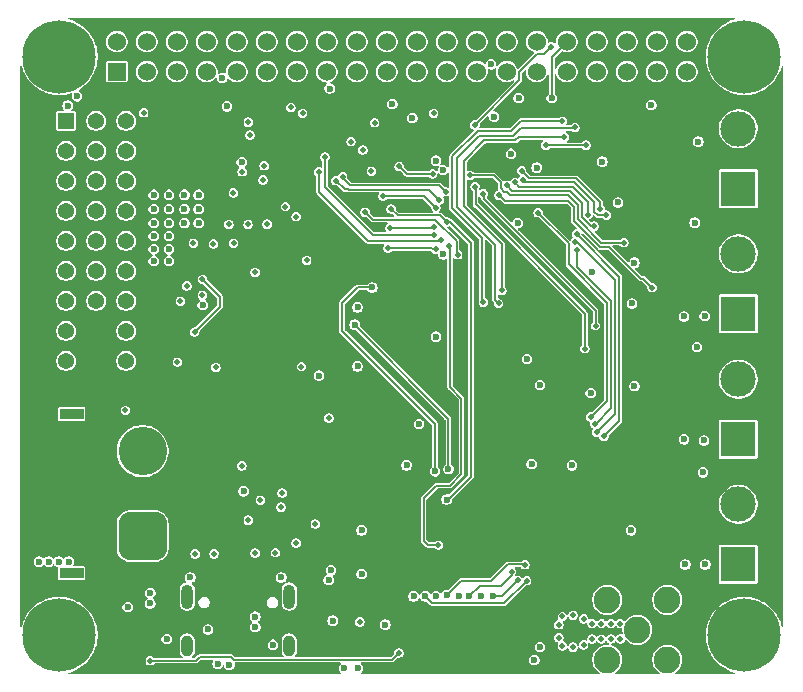
<source format=gbr>
%TF.GenerationSoftware,KiCad,Pcbnew,9.0.2+dfsg-1*%
%TF.CreationDate,2025-11-29T03:23:49-08:00*%
%TF.ProjectId,rc-plane,72632d70-6c61-46e6-952e-6b696361645f,rev?*%
%TF.SameCoordinates,Original*%
%TF.FileFunction,Copper,L3,Inr*%
%TF.FilePolarity,Positive*%
%FSLAX46Y46*%
G04 Gerber Fmt 4.6, Leading zero omitted, Abs format (unit mm)*
G04 Created by KiCad (PCBNEW 9.0.2+dfsg-1) date 2025-11-29 03:23:49*
%MOMM*%
%LPD*%
G01*
G04 APERTURE LIST*
G04 Aperture macros list*
%AMRoundRect*
0 Rectangle with rounded corners*
0 $1 Rounding radius*
0 $2 $3 $4 $5 $6 $7 $8 $9 X,Y pos of 4 corners*
0 Add a 4 corners polygon primitive as box body*
4,1,4,$2,$3,$4,$5,$6,$7,$8,$9,$2,$3,0*
0 Add four circle primitives for the rounded corners*
1,1,$1+$1,$2,$3*
1,1,$1+$1,$4,$5*
1,1,$1+$1,$6,$7*
1,1,$1+$1,$8,$9*
0 Add four rect primitives between the rounded corners*
20,1,$1+$1,$2,$3,$4,$5,0*
20,1,$1+$1,$4,$5,$6,$7,0*
20,1,$1+$1,$6,$7,$8,$9,0*
20,1,$1+$1,$8,$9,$2,$3,0*%
G04 Aperture macros list end*
%TA.AperFunction,ComponentPad*%
%ADD10R,1.370000X1.370000*%
%TD*%
%TA.AperFunction,ComponentPad*%
%ADD11C,1.370000*%
%TD*%
%TA.AperFunction,ComponentPad*%
%ADD12R,1.524000X1.524000*%
%TD*%
%TA.AperFunction,ComponentPad*%
%ADD13C,1.524000*%
%TD*%
%TA.AperFunction,ComponentPad*%
%ADD14C,6.200000*%
%TD*%
%TA.AperFunction,ComponentPad*%
%ADD15R,3.000000X3.000000*%
%TD*%
%TA.AperFunction,ComponentPad*%
%ADD16C,3.000000*%
%TD*%
%TA.AperFunction,ComponentPad*%
%ADD17C,2.250000*%
%TD*%
%TA.AperFunction,HeatsinkPad*%
%ADD18O,1.000000X2.100000*%
%TD*%
%TA.AperFunction,HeatsinkPad*%
%ADD19O,1.000000X1.800000*%
%TD*%
%TA.AperFunction,ComponentPad*%
%ADD20R,2.000000X0.900000*%
%TD*%
%TA.AperFunction,ComponentPad*%
%ADD21RoundRect,1.025000X1.025000X-1.025000X1.025000X1.025000X-1.025000X1.025000X-1.025000X-1.025000X0*%
%TD*%
%TA.AperFunction,ComponentPad*%
%ADD22C,4.100000*%
%TD*%
%TA.AperFunction,ViaPad*%
%ADD23C,0.600000*%
%TD*%
%TA.AperFunction,ViaPad*%
%ADD24C,0.500000*%
%TD*%
%TA.AperFunction,Conductor*%
%ADD25C,0.150000*%
%TD*%
%TA.AperFunction,Conductor*%
%ADD26C,0.200000*%
%TD*%
G04 APERTURE END LIST*
D10*
%TO.N,GND*%
%TO.C,J9*%
X82070000Y-57940000D03*
D11*
%TO.N,+5V_SERVO*%
X84610000Y-57940000D03*
%TO.N,ELEV_PWM1*%
X87150000Y-57940000D03*
%TO.N,GND*%
X82070000Y-60480000D03*
%TO.N,+5V_SERVO*%
X84610000Y-60480000D03*
%TO.N,RUDD_PWM2*%
X87150000Y-60480000D03*
%TO.N,GND*%
X82070000Y-63020000D03*
%TO.N,+5V_SERVO*%
X84610000Y-63020000D03*
%TO.N,AIL_L_PWM3*%
X87150000Y-63020000D03*
%TO.N,GND*%
X82070000Y-65560000D03*
%TO.N,+5V_SERVO*%
X84610000Y-65560000D03*
%TO.N,AIL_R_PWM4*%
X87150000Y-65560000D03*
%TO.N,GND*%
X82070000Y-68100000D03*
%TO.N,+5V_SERVO*%
X84610000Y-68100000D03*
%TO.N,FLAP_L_PWM5*%
X87150000Y-68100000D03*
%TO.N,GND*%
X82070000Y-70640000D03*
%TO.N,+5V_SERVO*%
X84610000Y-70640000D03*
%TO.N,FLAP_R_PWM6*%
X87150000Y-70640000D03*
%TO.N,GND*%
X82070000Y-73180000D03*
%TO.N,+5V_SERVO*%
X84610000Y-73180000D03*
%TO.N,ESC_PWM0*%
X87150000Y-73180000D03*
%TO.N,GND*%
X82070000Y-75720000D03*
%TO.N,+3.3V*%
X84610000Y-75720000D03*
%TO.N,GND*%
X87150000Y-75720000D03*
X82070000Y-78260000D03*
%TO.N,+3.3V*%
X84610000Y-78260000D03*
%TO.N,GND*%
X87150000Y-78260000D03*
%TD*%
D12*
%TO.N,3V3_1*%
%TO.C,U10*%
X86370000Y-53770000D03*
D13*
%TO.N,+5V*%
X86370000Y-51230000D03*
%TO.N,unconnected-(U10-GPIO2{slash}SDA1-Pad3)*%
X88910000Y-53770000D03*
%TO.N,+5V*%
X88910000Y-51230000D03*
%TO.N,unconnected-(U10-GPIO3{slash}SCL1-Pad5)*%
X91450000Y-53770000D03*
%TO.N,GND*%
X91450000Y-51230000D03*
%TO.N,unconnected-(U10-GPIO4{slash}GPIO_GCKL-Pad7)*%
X93990000Y-53770000D03*
%TO.N,PI_UART_RX*%
X93990000Y-51230000D03*
%TO.N,GND*%
X96530000Y-53770000D03*
%TO.N,PI_UART_TX*%
X96530000Y-51230000D03*
%TO.N,Net-(U10-GPIO17{slash}GPIO_GEN0)*%
X99070000Y-53770000D03*
%TO.N,unconnected-(U10-GPIO18{slash}GPIO_GEN1-Pad12)*%
X99070000Y-51230000D03*
%TO.N,unconnected-(U10-GPIO27{slash}GPIO_GEN2-Pad13)*%
X101610000Y-53770000D03*
%TO.N,GND*%
X101610000Y-51230000D03*
%TO.N,unconnected-(U10-GPIO22{slash}GPIO_GEN3-Pad15)*%
X104150000Y-53770000D03*
%TO.N,unconnected-(U10-GPIO23{slash}GPIO_GEN4-Pad16)*%
X104150000Y-51230000D03*
%TO.N,3V3*%
X106690000Y-53770000D03*
%TO.N,unconnected-(U10-GPIO24{slash}GPIO_GEN5-Pad18)*%
X106690000Y-51230000D03*
%TO.N,unconnected-(U10-GPIO10{slash}SPI_MOSI-Pad19)*%
X109230000Y-53770000D03*
%TO.N,GND*%
X109230000Y-51230000D03*
%TO.N,unconnected-(U10-GPIO9{slash}SPI_MISO-Pad21)*%
X111770000Y-53770000D03*
%TO.N,unconnected-(U10-GPIO25{slash}GPIO_GEN6-Pad22)*%
X111770000Y-51230000D03*
%TO.N,unconnected-(U10-GPIO11{slash}SPI_SCLK-Pad23)*%
X114310000Y-53770000D03*
%TO.N,unconnected-(U10-GPIO8{slash}~{SPI_CE0}-Pad24)*%
X114310000Y-51230000D03*
%TO.N,GND*%
X116850000Y-53770000D03*
%TO.N,unconnected-(U10-GPIO7{slash}~{SPI_CE1}-Pad26)*%
X116850000Y-51230000D03*
%TO.N,unconnected-(U10-ID_SD-Pad27)*%
X119390000Y-53770000D03*
%TO.N,unconnected-(U10-ID_SC-Pad28)*%
X119390000Y-51230000D03*
%TO.N,ELEV_PWM1*%
X121930000Y-53770000D03*
%TO.N,GND*%
X121930000Y-51230000D03*
%TO.N,RUDD_PWM2*%
X124470000Y-53770000D03*
%TO.N,AIL_L_PWM3*%
X124470000Y-51230000D03*
%TO.N,AIL_R_PWM4*%
X127010000Y-53770000D03*
%TO.N,GND*%
X127010000Y-51230000D03*
%TO.N,unconnected-(U10-GPIO19-Pad35)*%
X129550000Y-53770000D03*
%TO.N,unconnected-(U10-GPIO16-Pad36)*%
X129550000Y-51230000D03*
%TO.N,ESC_PWM0*%
X132090000Y-53770000D03*
%TO.N,FLAP_L_PWM5*%
X132090000Y-51230000D03*
%TO.N,GND*%
X134630000Y-53770000D03*
%TO.N,FLAP_R_PWM6*%
X134630000Y-51230000D03*
D14*
%TO.N,SHIELD_1*%
X81500000Y-52500000D03*
%TO.N,SHIELD_3*%
X139500000Y-52500000D03*
%TO.N,SHIELD*%
X139500000Y-101500000D03*
%TO.N,SHIELD_2*%
X81500000Y-101500000D03*
%TD*%
D15*
%TO.N,ARM_POWER*%
%TO.C,J6*%
X139000000Y-84890000D03*
D16*
%TO.N,Net-(J6-Pin_2)*%
X139000000Y-79810000D03*
%TD*%
D15*
%TO.N,ARM_POWER*%
%TO.C,J4*%
X139000000Y-95490000D03*
D16*
%TO.N,Net-(J4-Pin_2)*%
X139000000Y-90410000D03*
%TD*%
D15*
%TO.N,BATTERY*%
%TO.C,J2*%
X139000000Y-63690000D03*
D16*
%TO.N,ARM_POWER*%
X139000000Y-58610000D03*
%TD*%
D15*
%TO.N,ARM_POWER*%
%TO.C,J8*%
X139000000Y-74280000D03*
D16*
%TO.N,Net-(J8-Pin_2)*%
X139000000Y-69200000D03*
%TD*%
D17*
%TO.N,Net-(J3-In)*%
%TO.C,J3*%
X130440000Y-101040000D03*
%TO.N,GND*%
X132980000Y-103580000D03*
X132980000Y-98500000D03*
X127900000Y-103580000D03*
X127900000Y-98500000D03*
%TD*%
D18*
%TO.N,N/C*%
%TO.C,J7*%
X92330000Y-98210000D03*
D19*
X92330000Y-102390000D03*
D18*
X100970000Y-98210000D03*
D19*
X100970000Y-102390000D03*
%TD*%
D20*
%TO.N,*%
%TO.C,J1*%
X82550000Y-96250000D03*
X82550000Y-82750000D03*
D21*
%TO.N,BATTERY*%
X88550000Y-93100000D03*
D22*
%TO.N,GND*%
X88550000Y-85900000D03*
%TD*%
D23*
%TO.N,+3.3V*%
X94900000Y-81900000D03*
D24*
X109500000Y-59100000D03*
D23*
X92000000Y-81900000D03*
X91100000Y-81900000D03*
X93000000Y-84600000D03*
X99600000Y-82800000D03*
D24*
X129600000Y-76200000D03*
D23*
X96800000Y-81900000D03*
D24*
X106500000Y-62700000D03*
D23*
X89200000Y-82800000D03*
D24*
X107500000Y-59500000D03*
D23*
X96800000Y-86400000D03*
X129925000Y-56590000D03*
X131600000Y-88800000D03*
X97700000Y-85500000D03*
X95800000Y-84600000D03*
X94900000Y-83700000D03*
X93000000Y-83700000D03*
X95800000Y-82800000D03*
X98700000Y-83700000D03*
D24*
X124100000Y-82900000D03*
D23*
X90100000Y-82800000D03*
X98700000Y-85500000D03*
X94900000Y-84600000D03*
X94900000Y-82800000D03*
X92000000Y-84600000D03*
X93000000Y-81900000D03*
X95800000Y-85500000D03*
X95800000Y-81900000D03*
X99600000Y-83700000D03*
D24*
X113300000Y-55800000D03*
D23*
X115750001Y-68727768D03*
D24*
X124612500Y-62012500D03*
D23*
X93900000Y-84600000D03*
X95800000Y-86400000D03*
X89200000Y-81900000D03*
X97700000Y-84600000D03*
X128600000Y-66600000D03*
X93900000Y-83700000D03*
X92000000Y-83700000D03*
X93000000Y-82800000D03*
X93900000Y-81900000D03*
X131400000Y-60190000D03*
X112700000Y-70400000D03*
X96800000Y-83700000D03*
X109600000Y-77225000D03*
X119000000Y-102540000D03*
X96800000Y-85500000D03*
X93900000Y-82800000D03*
X119631587Y-65918413D03*
X90100000Y-81900000D03*
X119527190Y-58189035D03*
X95800000Y-83700000D03*
X109700000Y-75325000D03*
X99600000Y-85500000D03*
D24*
X131400000Y-64250000D03*
X113200000Y-56500000D03*
D23*
X98700000Y-84600000D03*
D24*
X110200000Y-62800000D03*
X111900000Y-60600000D03*
D23*
X97700000Y-83700000D03*
X92000000Y-82800000D03*
X97700000Y-81900000D03*
X98700000Y-81900000D03*
X124050000Y-69675000D03*
X103450000Y-102450000D03*
X97700000Y-82800000D03*
D24*
X126800000Y-79200000D03*
D23*
X98700000Y-82800000D03*
X96800000Y-82800000D03*
X99600000Y-81900000D03*
X91100000Y-82800000D03*
X96800000Y-84600000D03*
X135200000Y-64850000D03*
X99600000Y-84600000D03*
X103700000Y-72400000D03*
X125600000Y-103600000D03*
D24*
%TO.N,GND*%
X97500000Y-58050000D03*
D23*
X130200000Y-80400000D03*
D24*
X127400000Y-100500000D03*
X100371995Y-89450000D03*
X123800000Y-100600000D03*
X103171995Y-92075000D03*
D23*
X136150000Y-74450000D03*
X93650000Y-73512500D03*
X115300000Y-98200000D03*
X90600000Y-101800000D03*
X124900000Y-87100000D03*
X109700000Y-56500000D03*
X113400000Y-61300000D03*
X135600000Y-59700000D03*
X134400000Y-84900000D03*
X136000000Y-87700000D03*
D24*
X99800000Y-94500000D03*
D23*
X127475000Y-61400000D03*
X100300000Y-96600000D03*
D24*
X94750000Y-78812500D03*
D23*
X87300000Y-99100000D03*
D24*
X106200000Y-59700000D03*
X129000000Y-100500000D03*
D23*
X126625000Y-70700000D03*
X106800000Y-104300000D03*
D24*
X102000000Y-78750000D03*
D23*
X106750000Y-73725000D03*
X114000000Y-62100000D03*
D24*
X127400000Y-101800000D03*
D23*
X117200000Y-98200000D03*
D24*
X128200000Y-101800000D03*
X102100000Y-57300000D03*
X98078005Y-94525000D03*
X125900000Y-102300000D03*
D23*
X111400000Y-57700000D03*
X130200000Y-69950000D03*
X103500000Y-79500000D03*
X113400000Y-98200000D03*
D24*
X128200000Y-100500000D03*
D23*
X130000000Y-73400000D03*
X114006554Y-69241130D03*
D24*
X93000000Y-94600000D03*
D23*
X95300000Y-54300000D03*
D24*
X97475000Y-66700000D03*
D23*
X121500000Y-87000000D03*
X121925000Y-61900000D03*
D24*
X125000000Y-102500000D03*
D23*
X113400000Y-76200000D03*
X105600000Y-104300000D03*
D24*
X108200000Y-58100000D03*
X123800000Y-101700000D03*
D23*
X136100000Y-85000000D03*
D24*
X94550000Y-68350000D03*
D23*
X118300000Y-57575000D03*
D24*
X124100000Y-99900000D03*
D23*
X95900000Y-104000000D03*
D24*
X125900000Y-100100000D03*
X99100000Y-66687500D03*
D23*
X96950000Y-61437500D03*
X134500000Y-95500000D03*
D24*
X88650000Y-57250000D03*
D23*
X92600000Y-96600000D03*
X109100000Y-100600000D03*
X111950000Y-83600000D03*
D24*
X107924950Y-62200000D03*
X124100000Y-102400000D03*
X96250000Y-68300000D03*
X92850000Y-68300000D03*
X126600000Y-101800000D03*
X102450000Y-69750000D03*
X94600000Y-94600000D03*
X104325000Y-83100000D03*
D23*
X122200000Y-80300000D03*
X136200000Y-95500000D03*
D24*
X101100000Y-56800000D03*
D23*
X107100000Y-92600000D03*
X121100000Y-78100000D03*
X120306587Y-66593413D03*
D24*
X126600000Y-100500000D03*
X107200000Y-60400000D03*
D23*
X135300000Y-66550000D03*
X131625000Y-56590000D03*
X120400000Y-56000000D03*
X135500000Y-77100000D03*
D24*
X101550000Y-66050000D03*
D23*
X126500000Y-80975000D03*
X97107107Y-89292893D03*
D24*
X113200000Y-57300000D03*
X125000000Y-99800000D03*
X129000000Y-101800000D03*
X95850000Y-66700000D03*
D23*
X121725000Y-103600000D03*
X106750000Y-78725000D03*
X94900000Y-103900000D03*
X110900000Y-87100000D03*
D24*
X91750000Y-73212500D03*
D23*
X104637500Y-100251760D03*
D24*
X87103005Y-82450000D03*
D23*
X129900000Y-92600000D03*
X111500000Y-98200000D03*
X134400000Y-74500000D03*
X128800000Y-64850000D03*
D24*
X98850000Y-61737500D03*
D23*
X119750000Y-60725000D03*
D24*
%TO.N,NRST*%
X123150000Y-51650000D03*
D23*
X107100000Y-96300000D03*
D24*
X116677520Y-58281224D03*
%TO.N,Net-(U5-SS)*%
X98750000Y-62937500D03*
D23*
%TO.N,VBUS*%
X81450000Y-95250000D03*
D24*
X106950000Y-100350000D03*
D23*
X80600000Y-95250000D03*
X89200000Y-97900000D03*
X89200000Y-98800000D03*
X82300000Y-95250000D03*
X79800000Y-95250000D03*
D24*
%TO.N,VBUS_SENS*%
X89200000Y-103650000D03*
X110250000Y-103000000D03*
%TO.N,Net-(U12-SS)*%
X92300000Y-71912501D03*
D23*
%TO.N,BATTERY*%
X92100000Y-66600000D03*
X90800000Y-68800000D03*
X89500000Y-69800000D03*
X89500000Y-65400000D03*
X89500000Y-68800000D03*
X93300000Y-65400000D03*
X90800000Y-67700000D03*
X89500000Y-66600000D03*
X92100000Y-65400000D03*
X90800000Y-65400000D03*
X90800000Y-69800000D03*
X89500000Y-67700000D03*
X93300000Y-64200000D03*
X89500000Y-64200000D03*
X92100000Y-64200000D03*
X90800000Y-64200000D03*
X93300000Y-66600000D03*
X90800000Y-66600000D03*
D24*
%TO.N,Net-(U13-SS)*%
X100271995Y-90650000D03*
D23*
%TO.N,DEBUG_SWDIO*%
X104300000Y-96800000D03*
%TO.N,DEBUG_SWCLK*%
X104500000Y-96000000D03*
%TO.N,USB_CONN_D+*%
X98100000Y-99925000D03*
%TO.N,USB_CONN_D-*%
X98100000Y-100775000D03*
%TO.N,Net-(J7-CC2)*%
X99600000Y-102300000D03*
%TO.N,Net-(J7-CC1)*%
X94100000Y-101000000D03*
D24*
%TO.N,DROGUE_CONT*%
X119396114Y-63399873D03*
X126775000Y-66850000D03*
%TO.N,RECOVERY_CONT*%
X127825000Y-65926805D03*
X120728768Y-62971232D03*
%TO.N,ARM_CONT*%
X126100000Y-60000000D03*
X122700000Y-60000000D03*
D23*
%TO.N,AIL_L_PWM3*%
X123200000Y-56000000D03*
D24*
%TO.N,DROGUE*%
X120050000Y-63150000D03*
X126278768Y-65871232D03*
D23*
%TO.N,LED_ARMED*%
X118200000Y-98200000D03*
D24*
X127000000Y-84300000D03*
X125185040Y-68190664D03*
X120350000Y-96850000D03*
%TO.N,LED_FLIGHT*%
X119800000Y-96100000D03*
D23*
X116200000Y-98200000D03*
D24*
X126500000Y-83000000D03*
X122031177Y-65718308D03*
%TO.N,Net-(U5-PG)*%
X96238900Y-64037500D03*
X97650000Y-59137500D03*
%TO.N,RECOVERY*%
X127300000Y-65400000D03*
X120650000Y-62150000D03*
%TO.N,LED_STORAGE*%
X125299000Y-68881327D03*
D23*
X114300000Y-98100000D03*
D24*
X120921232Y-95521232D03*
X126860148Y-83600247D03*
D23*
%TO.N,LED_STANDBY*%
X112500000Y-98200000D03*
D24*
X121071939Y-96871939D03*
X127600247Y-84660149D03*
X125299000Y-67500000D03*
D23*
%TO.N,AIL_R_PWM4*%
X104400000Y-55200000D03*
D24*
%TO.N,Net-(U12-PG)*%
X92950000Y-75812500D03*
X93617300Y-71358859D03*
%TO.N,FLAP_L_PWM5*%
X124250000Y-59300000D03*
X118976000Y-72300000D03*
%TO.N,GPS_UART_RX*%
X126000000Y-77225000D03*
X116700000Y-63500000D03*
%TO.N,GPS_UART_TX*%
X117400000Y-64100000D03*
X126900000Y-75275000D03*
D23*
%TO.N,RUDD_PWM2*%
X118051353Y-53151353D03*
%TO.N,FLAP_R_PWM6*%
X83000000Y-55850000D03*
D24*
X118700000Y-73400000D03*
X125150000Y-58500000D03*
%TO.N,BACKUP_CONT*%
X116300000Y-62550000D03*
X129300000Y-68250000D03*
%TO.N,RADIO_CS*%
X113600000Y-93850000D03*
X114500000Y-68500000D03*
D23*
X122200000Y-102500000D03*
D24*
%TO.N,EN_SERVO*%
X93611733Y-72702238D03*
X91500000Y-78350000D03*
X98088500Y-70761500D03*
X114200000Y-63938850D03*
X105500000Y-62650000D03*
%TO.N,BACKUP*%
X118742059Y-64232159D03*
X131700000Y-72050000D03*
D23*
%TO.N,Net-(U10-GPIO17{slash}GPIO_GEN0)*%
X95700000Y-56701000D03*
D24*
%TO.N,EN_PI*%
X113674000Y-64631051D03*
X100650000Y-65200000D03*
X96988267Y-62247762D03*
X104899753Y-63010149D03*
%TO.N,PI_UART_RX*%
X104000000Y-61000000D03*
X113200000Y-67600003D03*
D23*
%TO.N,ESC_PWM0*%
X82200000Y-56650000D03*
D24*
X117400000Y-73300000D03*
X124100000Y-57950000D03*
%TO.N,PI_UART_TX*%
X113800000Y-68000000D03*
X103475000Y-62250000D03*
%TO.N,MAG_SDA*%
X113100000Y-62425000D03*
X110275000Y-61800000D03*
%TO.N,MEM_MISO*%
X114300000Y-66500000D03*
D23*
X114300000Y-90000000D03*
D24*
X109600000Y-65400000D03*
D23*
%TO.N,MEM_MOSI*%
X108001058Y-72047363D03*
X113300000Y-87600000D03*
D24*
%TO.N,MAG_INT*%
X108900000Y-64300000D03*
X113400000Y-65300000D03*
%TO.N,MEM_WP*%
X115237127Y-69275001D03*
X107400000Y-65675000D03*
%TO.N,MEM_HOLD*%
X109325002Y-68700000D03*
X113400000Y-68800000D03*
%TO.N,MEM_CS*%
X113200000Y-66900000D03*
X109500000Y-67000000D03*
D23*
%TO.N,MEM_SCK*%
X114450000Y-87400000D03*
X106500000Y-75200000D03*
D24*
%TO.N,Net-(U13-PG)*%
X97500000Y-91750000D03*
X96950000Y-87150000D03*
%TO.N,/Buck2/EN*%
X101550000Y-93675000D03*
X98523853Y-90050000D03*
%TD*%
D25*
%TO.N,NRST*%
X120450000Y-53782046D02*
X121964046Y-52268000D01*
X120450000Y-54508744D02*
X120450000Y-53782046D01*
X116677520Y-58281224D02*
X120450000Y-54508744D01*
X121964046Y-52268000D02*
X122532000Y-52268000D01*
X122532000Y-52268000D02*
X123150000Y-51650000D01*
%TO.N,VBUS_SENS*%
X109684000Y-103566000D02*
X96280588Y-103566000D01*
X93050000Y-103650000D02*
X89200000Y-103650000D01*
X96038588Y-103324000D02*
X93376000Y-103324000D01*
X93376000Y-103324000D02*
X93050000Y-103650000D01*
X110250000Y-103000000D02*
X109684000Y-103566000D01*
X96280588Y-103566000D02*
X96038588Y-103324000D01*
%TO.N,DROGUE_CONT*%
X126513659Y-66850000D02*
X126775000Y-66850000D01*
X124702000Y-63852000D02*
X125752768Y-64902768D01*
X125752768Y-66089109D02*
X126513659Y-66850000D01*
X119396114Y-63399873D02*
X119847241Y-63851000D01*
X120616760Y-63852000D02*
X124702000Y-63852000D01*
X125752768Y-64902768D02*
X125752768Y-66089109D01*
X119847241Y-63851000D02*
X120615760Y-63851000D01*
X120615760Y-63851000D02*
X120616760Y-63852000D01*
%TO.N,RECOVERY_CONT*%
X126774000Y-65617877D02*
X126774000Y-64820388D01*
X127825000Y-65926805D02*
X127476805Y-65926805D01*
X126774000Y-64820388D02*
X125103612Y-63150000D01*
X125103612Y-63150000D02*
X120907536Y-63150000D01*
X127476000Y-65926000D02*
X127082123Y-65926000D01*
X127476805Y-65926805D02*
X127476000Y-65926000D01*
X120907536Y-63150000D02*
X120728768Y-62971232D01*
X127082123Y-65926000D02*
X126774000Y-65617877D01*
%TO.N,ARM_CONT*%
X122700000Y-60000000D02*
X126100000Y-60000000D01*
D26*
%TO.N,AIL_L_PWM3*%
X123200000Y-52500000D02*
X124470000Y-51230000D01*
X123200000Y-56000000D02*
X123200000Y-52500000D01*
D25*
%TO.N,DROGUE*%
X120762148Y-63501000D02*
X120761147Y-63500000D01*
X126278768Y-65871232D02*
X126278768Y-64821544D01*
X120400000Y-63500000D02*
X120050000Y-63150000D01*
X124958224Y-63501000D02*
X120762148Y-63501000D01*
X120761147Y-63500000D02*
X120400000Y-63500000D01*
X126278768Y-64821544D02*
X124958224Y-63501000D01*
%TO.N,LED_ARMED*%
X119000000Y-98200000D02*
X118200000Y-98200000D01*
X125352214Y-68190664D02*
X128575476Y-71413926D01*
X128575476Y-71413926D02*
X128575476Y-82724524D01*
X125185040Y-68190664D02*
X125352214Y-68190664D01*
X128575476Y-82724524D02*
X127000000Y-84300000D01*
X120350000Y-96850000D02*
X119000000Y-98200000D01*
%TO.N,LED_FLIGHT*%
X118900000Y-97300000D02*
X117100000Y-97300000D01*
X119800000Y-96100000D02*
X119800000Y-96400000D01*
X127873476Y-81626524D02*
X126500000Y-83000000D01*
X124626000Y-70098238D02*
X127873476Y-73345714D01*
X117100000Y-97300000D02*
X116200000Y-98200000D01*
X119800000Y-96400000D02*
X118900000Y-97300000D01*
X127873476Y-73345714D02*
X127873476Y-81626524D01*
X122031177Y-65718308D02*
X124626000Y-68313131D01*
X124626000Y-68313131D02*
X124626000Y-70098238D01*
%TO.N,RECOVERY*%
X125250000Y-62800000D02*
X121300000Y-62800000D01*
X127300000Y-64850000D02*
X125250000Y-62800000D01*
X121300000Y-62800000D02*
X120650000Y-62150000D01*
X127300000Y-65400000D02*
X127300000Y-64850000D01*
%TO.N,LED_STORAGE*%
X125299000Y-70274850D02*
X125299000Y-68881327D01*
D26*
X115476000Y-96924000D02*
X118076000Y-96924000D01*
X114300000Y-98100000D02*
X115476000Y-96924000D01*
D25*
X128224476Y-73200326D02*
X125299000Y-70274850D01*
X126860148Y-83600247D02*
X126899753Y-83600247D01*
X126899753Y-83600247D02*
X128224476Y-82275524D01*
D26*
X118076000Y-96924000D02*
X119500000Y-95500000D01*
D25*
X120921232Y-95521232D02*
X120900000Y-95500000D01*
X128224476Y-82275524D02*
X128224476Y-73200326D01*
X120900000Y-95500000D02*
X119500000Y-95500000D01*
%TO.N,LED_STANDBY*%
X125299000Y-67500000D02*
X128926476Y-71127476D01*
X128926476Y-83333920D02*
X127600247Y-84660149D01*
X113076000Y-98776000D02*
X112500000Y-98200000D01*
X121071939Y-96871939D02*
X119167877Y-98776000D01*
X119167877Y-98776000D02*
X113076000Y-98776000D01*
X128926476Y-71127476D02*
X128926476Y-83333920D01*
D26*
%TO.N,Net-(U12-PG)*%
X95100000Y-72841559D02*
X95100000Y-73662500D01*
X93617300Y-71358859D02*
X95100000Y-72841559D01*
X95100000Y-73662500D02*
X92950000Y-75812500D01*
%TO.N,FLAP_L_PWM5*%
X118976000Y-68376000D02*
X115750000Y-65150000D01*
X117457965Y-59592035D02*
X120108333Y-59592035D01*
X120400368Y-59300000D02*
X124250000Y-59300000D01*
X115750000Y-65150000D02*
X115750000Y-61300000D01*
X115750000Y-61300000D02*
X117457965Y-59592035D01*
X118976000Y-72300000D02*
X118976000Y-68376000D01*
X120108333Y-59592035D02*
X120400368Y-59300000D01*
D25*
%TO.N,GPS_UART_RX*%
X116750000Y-63550000D02*
X116750000Y-65000000D01*
X116700000Y-63500000D02*
X116750000Y-63550000D01*
X116750000Y-65000000D02*
X126000000Y-74250000D01*
X126000000Y-74250000D02*
X126000000Y-77225000D01*
%TO.N,GPS_UART_TX*%
X117450000Y-64150000D02*
X117450000Y-64550000D01*
X117450000Y-64550000D02*
X126900000Y-74000000D01*
X126900000Y-74000000D02*
X126900000Y-75275000D01*
X117400000Y-64100000D02*
X117450000Y-64150000D01*
D26*
%TO.N,FLAP_R_PWM6*%
X125100000Y-58550000D02*
X125150000Y-58500000D01*
X117076065Y-59191035D02*
X119942233Y-59191035D01*
X115200000Y-65200000D02*
X115200000Y-61067100D01*
X118700000Y-73348000D02*
X118426000Y-73074000D01*
X115200000Y-61067100D02*
X117076065Y-59191035D01*
X118700000Y-73400000D02*
X118700000Y-73348000D01*
X118426000Y-73074000D02*
X118426000Y-68426000D01*
X120583268Y-58550000D02*
X125100000Y-58550000D01*
X118426000Y-68426000D02*
X115200000Y-65200000D01*
X119942233Y-59191035D02*
X120583268Y-58550000D01*
D25*
%TO.N,BACKUP_CONT*%
X116300000Y-62550000D02*
X118300000Y-62550000D01*
X125400000Y-66250001D02*
X127399999Y-68250000D01*
X118870114Y-63617750D02*
X119178237Y-63925873D01*
X119178237Y-63925873D02*
X119425726Y-63925873D01*
X118870114Y-63120114D02*
X118870114Y-63617750D01*
X125400000Y-65050000D02*
X125400000Y-66250001D01*
X118300000Y-62550000D02*
X118870114Y-63120114D01*
X119425726Y-63925873D02*
X119701853Y-64202000D01*
X124552000Y-64202000D02*
X125400000Y-65050000D01*
X119701853Y-64202000D02*
X124552000Y-64202000D01*
X127399999Y-68250000D02*
X129300000Y-68250000D01*
%TO.N,RADIO_CS*%
X114540588Y-88824000D02*
X115550000Y-87814588D01*
X112700000Y-93850000D02*
X112350000Y-93500000D01*
X115550000Y-87814588D02*
X115550000Y-81450000D01*
X115550000Y-81450000D02*
X114582554Y-80482554D01*
X113600000Y-93850000D02*
X112700000Y-93850000D01*
X114582554Y-68582554D02*
X114500000Y-68500000D01*
X112350000Y-89900000D02*
X113426000Y-88824000D01*
X113426000Y-88824000D02*
X114540588Y-88824000D01*
X112350000Y-93500000D02*
X112350000Y-89900000D01*
X114582554Y-80482554D02*
X114582554Y-68582554D01*
%TO.N,EN_SERVO*%
X106150000Y-63400000D02*
X105500000Y-62750000D01*
X105500000Y-62750000D02*
X105500000Y-62650000D01*
X113661150Y-63400000D02*
X106150000Y-63400000D01*
X114200000Y-63938850D02*
X113661150Y-63400000D01*
%TO.N,BACKUP*%
X125049000Y-66395390D02*
X127268198Y-68614588D01*
X128050000Y-68614588D02*
X130735412Y-71300000D01*
X127268198Y-68614588D02*
X128050000Y-68614588D01*
X118742059Y-64232159D02*
X119229950Y-64720050D01*
X119229950Y-64720050D02*
X124573662Y-64720050D01*
X125049000Y-65195388D02*
X125049000Y-66395390D01*
X124573662Y-64720050D02*
X125049000Y-65195388D01*
X130735412Y-71300000D02*
X130950000Y-71300000D01*
X130950000Y-71300000D02*
X131700000Y-72050000D01*
%TO.N,EN_PI*%
X106004611Y-63751000D02*
X105953612Y-63700000D01*
X105650000Y-63700000D02*
X104960149Y-63010149D01*
X105953612Y-63700000D02*
X105650000Y-63700000D01*
X112793949Y-63751000D02*
X106004611Y-63751000D01*
X113674000Y-64631051D02*
X112793949Y-63751000D01*
X104960149Y-63010149D02*
X104899753Y-63010149D01*
%TO.N,PI_UART_RX*%
X108100003Y-67600003D02*
X113200000Y-67600003D01*
X104000000Y-63500000D02*
X108100003Y-67600003D01*
X104000000Y-61000000D02*
X104000000Y-63500000D01*
D26*
%TO.N,ESC_PWM0*%
X116909965Y-58790035D02*
X119776133Y-58790035D01*
X120616168Y-57950000D02*
X124100000Y-57950000D01*
X114750000Y-60950000D02*
X116909965Y-58790035D01*
X119776133Y-58790035D02*
X120616168Y-57950000D01*
X114750000Y-65317100D02*
X114750000Y-60950000D01*
X117300000Y-67867100D02*
X114750000Y-65317100D01*
X117300000Y-73200000D02*
X117300000Y-67867100D01*
X117400000Y-73300000D02*
X117300000Y-73200000D01*
D25*
%TO.N,PI_UART_TX*%
X103475000Y-63925000D02*
X107676003Y-68126003D01*
X103475000Y-62250000D02*
X103475000Y-63925000D01*
X113673997Y-68126003D02*
X113800000Y-68000000D01*
X107676003Y-68126003D02*
X113673997Y-68126003D01*
%TO.N,MAG_SDA*%
X110275000Y-61800000D02*
X110300000Y-61800000D01*
X110925000Y-62425000D02*
X113100000Y-62425000D01*
X110300000Y-61800000D02*
X110925000Y-62425000D01*
%TO.N,MEM_MISO*%
X113749000Y-65949000D02*
X114300000Y-66500000D01*
D26*
X114300000Y-66500000D02*
X114600000Y-66500000D01*
X116350000Y-68250000D02*
X116350000Y-88050000D01*
D25*
X110149000Y-65949000D02*
X113749000Y-65949000D01*
X109600000Y-65400000D02*
X110149000Y-65949000D01*
D26*
X116350000Y-88050000D02*
X114400000Y-90000000D01*
X114600000Y-66500000D02*
X116350000Y-68250000D01*
X114400000Y-90000000D02*
X114300000Y-90000000D01*
%TO.N,MEM_MOSI*%
X105400000Y-75700000D02*
X105400000Y-73400000D01*
X106752637Y-72047363D02*
X108001058Y-72047363D01*
X113300000Y-83600000D02*
X105400000Y-75700000D01*
X113300000Y-87600000D02*
X113300000Y-83600000D01*
X105400000Y-73400000D02*
X106752637Y-72047363D01*
D25*
%TO.N,MAG_INT*%
X112400000Y-64300000D02*
X108900000Y-64300000D01*
X113400000Y-65300000D02*
X112400000Y-64300000D01*
%TO.N,MEM_WP*%
X107400000Y-65675000D02*
X107425000Y-65675000D01*
X113343877Y-66300000D02*
X115150000Y-68106123D01*
X107425000Y-65675000D02*
X108050000Y-66300000D01*
X115150000Y-69225004D02*
X115100003Y-69275001D01*
X108050000Y-66300000D02*
X113343877Y-66300000D01*
X115100003Y-69275001D02*
X115237127Y-69275001D01*
X115150000Y-68106123D02*
X115150000Y-69225004D01*
%TO.N,MEM_HOLD*%
X113000000Y-68700000D02*
X109325002Y-68700000D01*
X113100000Y-68800000D02*
X113000000Y-68700000D01*
X113400000Y-68800000D02*
X113100000Y-68800000D01*
%TO.N,MEM_CS*%
X109500000Y-67000000D02*
X113100000Y-67000000D01*
X113100000Y-67000000D02*
X113200000Y-66900000D01*
D26*
%TO.N,MEM_SCK*%
X114450000Y-83150000D02*
X106500000Y-75200000D01*
X114450000Y-87400000D02*
X114450000Y-83150000D01*
%TD*%
%TA.AperFunction,Conductor*%
%TO.N,+3.3V*%
G36*
X138732823Y-49222174D02*
G01*
X138754497Y-49274500D01*
X138732823Y-49326826D01*
X138701978Y-49345313D01*
X138554407Y-49390079D01*
X138403619Y-49435820D01*
X138403605Y-49435825D01*
X138108566Y-49558034D01*
X138108558Y-49558038D01*
X137826896Y-49708589D01*
X137826894Y-49708590D01*
X137561349Y-49886020D01*
X137314466Y-50088633D01*
X137088633Y-50314466D01*
X136886020Y-50561349D01*
X136708590Y-50826894D01*
X136708589Y-50826896D01*
X136558038Y-51108558D01*
X136558034Y-51108566D01*
X136435825Y-51403605D01*
X136435820Y-51403619D01*
X136343109Y-51709244D01*
X136280804Y-52022472D01*
X136260631Y-52227297D01*
X136249500Y-52340313D01*
X136249500Y-52659687D01*
X136255760Y-52723254D01*
X136280804Y-52977527D01*
X136343109Y-53290755D01*
X136353570Y-53325239D01*
X136428166Y-53571150D01*
X136435820Y-53596380D01*
X136435825Y-53596394D01*
X136553382Y-53880203D01*
X136558039Y-53891444D01*
X136594346Y-53959369D01*
X136708589Y-54173103D01*
X136708590Y-54173105D01*
X136886020Y-54438650D01*
X136886025Y-54438656D01*
X137088634Y-54685535D01*
X137314465Y-54911366D01*
X137561344Y-55113975D01*
X137561349Y-55113979D01*
X137778853Y-55259309D01*
X137826894Y-55291409D01*
X138108556Y-55441961D01*
X138403619Y-55564180D01*
X138709240Y-55656889D01*
X138709242Y-55656889D01*
X138709244Y-55656890D01*
X138805905Y-55676117D01*
X139022477Y-55719196D01*
X139340313Y-55750500D01*
X139340314Y-55750500D01*
X139659686Y-55750500D01*
X139659687Y-55750500D01*
X139977523Y-55719196D01*
X140290760Y-55656889D01*
X140596381Y-55564180D01*
X140891444Y-55441961D01*
X141173106Y-55291409D01*
X141438656Y-55113975D01*
X141685535Y-54911366D01*
X141911366Y-54685535D01*
X142113975Y-54438656D01*
X142291409Y-54173106D01*
X142441961Y-53891444D01*
X142564180Y-53596381D01*
X142654686Y-53298020D01*
X142690617Y-53254240D01*
X142746981Y-53248688D01*
X142790762Y-53284619D01*
X142799500Y-53319502D01*
X142799500Y-100680497D01*
X142777826Y-100732823D01*
X142725500Y-100754497D01*
X142673174Y-100732823D01*
X142654686Y-100701978D01*
X142645459Y-100671560D01*
X142564180Y-100403619D01*
X142441961Y-100108556D01*
X142291409Y-99826894D01*
X142256848Y-99775169D01*
X142113979Y-99561349D01*
X142108018Y-99554086D01*
X141911366Y-99314465D01*
X141685535Y-99088634D01*
X141438656Y-98886025D01*
X141438650Y-98886020D01*
X141173105Y-98708590D01*
X141173103Y-98708589D01*
X141035846Y-98635224D01*
X140891444Y-98558039D01*
X140891438Y-98558036D01*
X140891433Y-98558034D01*
X140596394Y-98435825D01*
X140596387Y-98435822D01*
X140596381Y-98435820D01*
X140477029Y-98399615D01*
X140290755Y-98343109D01*
X139977527Y-98280804D01*
X139723254Y-98255760D01*
X139659687Y-98249500D01*
X139340313Y-98249500D01*
X139287340Y-98254717D01*
X139022472Y-98280804D01*
X138709244Y-98343109D01*
X138403619Y-98435820D01*
X138403605Y-98435825D01*
X138108566Y-98558034D01*
X138108558Y-98558038D01*
X137826896Y-98708589D01*
X137826894Y-98708590D01*
X137561349Y-98886020D01*
X137314466Y-99088633D01*
X137088633Y-99314466D01*
X136886020Y-99561349D01*
X136708590Y-99826894D01*
X136708589Y-99826896D01*
X136558038Y-100108558D01*
X136558034Y-100108566D01*
X136435825Y-100403605D01*
X136435820Y-100403619D01*
X136343109Y-100709244D01*
X136280804Y-101022472D01*
X136249500Y-101340313D01*
X136249500Y-101659686D01*
X136280804Y-101977527D01*
X136343109Y-102290755D01*
X136394354Y-102459687D01*
X136429823Y-102576613D01*
X136435820Y-102596380D01*
X136435825Y-102596394D01*
X136550483Y-102873204D01*
X136558039Y-102891444D01*
X136643293Y-103050942D01*
X136708589Y-103173103D01*
X136708590Y-103173105D01*
X136886020Y-103438650D01*
X136886025Y-103438656D01*
X137088634Y-103685535D01*
X137314465Y-103911366D01*
X137512491Y-104073882D01*
X137561349Y-104113979D01*
X137676827Y-104191138D01*
X137826894Y-104291409D01*
X138108556Y-104441961D01*
X138403619Y-104564180D01*
X138701978Y-104654686D01*
X138745759Y-104690617D01*
X138751311Y-104746981D01*
X138715380Y-104790762D01*
X138680497Y-104799500D01*
X133699260Y-104799500D01*
X133646934Y-104777826D01*
X133625260Y-104725500D01*
X133646934Y-104673174D01*
X133655764Y-104665633D01*
X133810932Y-104552897D01*
X133952897Y-104410932D01*
X134070905Y-104248508D01*
X134162052Y-104069622D01*
X134168265Y-104050500D01*
X134224090Y-103878690D01*
X134224090Y-103878687D01*
X134224093Y-103878680D01*
X134255500Y-103680384D01*
X134255500Y-103479616D01*
X134246770Y-103424500D01*
X134226762Y-103298174D01*
X134224093Y-103281320D01*
X134224091Y-103281315D01*
X134224090Y-103281309D01*
X134162054Y-103090383D01*
X134162052Y-103090380D01*
X134162052Y-103090378D01*
X134070905Y-102911492D01*
X133956543Y-102754086D01*
X133952900Y-102749072D01*
X133952899Y-102749071D01*
X133952897Y-102749068D01*
X133810932Y-102607103D01*
X133810929Y-102607100D01*
X133810927Y-102607099D01*
X133648507Y-102489094D01*
X133469616Y-102397945D01*
X133278690Y-102335909D01*
X133278677Y-102335906D01*
X133080385Y-102304500D01*
X133080384Y-102304500D01*
X132879616Y-102304500D01*
X132879615Y-102304500D01*
X132681322Y-102335906D01*
X132681309Y-102335909D01*
X132490383Y-102397945D01*
X132311492Y-102489094D01*
X132149072Y-102607099D01*
X132007099Y-102749072D01*
X131889094Y-102911492D01*
X131797945Y-103090383D01*
X131735909Y-103281309D01*
X131735906Y-103281322D01*
X131704500Y-103479615D01*
X131704500Y-103680384D01*
X131735906Y-103878677D01*
X131735909Y-103878690D01*
X131797945Y-104069616D01*
X131889094Y-104248507D01*
X131979118Y-104372415D01*
X132007103Y-104410932D01*
X132149068Y-104552897D01*
X132301846Y-104663897D01*
X132304236Y-104665633D01*
X132333829Y-104713924D01*
X132320607Y-104768996D01*
X132272316Y-104798589D01*
X132260740Y-104799500D01*
X128619260Y-104799500D01*
X128566934Y-104777826D01*
X128545260Y-104725500D01*
X128566934Y-104673174D01*
X128575764Y-104665633D01*
X128730932Y-104552897D01*
X128872897Y-104410932D01*
X128990905Y-104248508D01*
X129082052Y-104069622D01*
X129088265Y-104050500D01*
X129144090Y-103878690D01*
X129144090Y-103878687D01*
X129144093Y-103878680D01*
X129175500Y-103680384D01*
X129175500Y-103479616D01*
X129166770Y-103424500D01*
X129146762Y-103298174D01*
X129144093Y-103281320D01*
X129144091Y-103281315D01*
X129144090Y-103281309D01*
X129082054Y-103090383D01*
X129082052Y-103090380D01*
X129082052Y-103090378D01*
X128990905Y-102911492D01*
X128876543Y-102754086D01*
X128872900Y-102749072D01*
X128872899Y-102749071D01*
X128872897Y-102749068D01*
X128730932Y-102607103D01*
X128730929Y-102607100D01*
X128730927Y-102607099D01*
X128568507Y-102489094D01*
X128389616Y-102397945D01*
X128226292Y-102344878D01*
X128183224Y-102308095D01*
X128178781Y-102251633D01*
X128215564Y-102208565D01*
X128249159Y-102200500D01*
X128252729Y-102200500D01*
X128252729Y-102200499D01*
X128354587Y-102173207D01*
X128445913Y-102120480D01*
X128520480Y-102045913D01*
X128535914Y-102019179D01*
X128580847Y-101984702D01*
X128637000Y-101992094D01*
X128664085Y-102019179D01*
X128679520Y-102045913D01*
X128754087Y-102120480D01*
X128845413Y-102173207D01*
X128947270Y-102200499D01*
X128947271Y-102200500D01*
X128947273Y-102200500D01*
X129052729Y-102200500D01*
X129052729Y-102200499D01*
X129154587Y-102173207D01*
X129245913Y-102120480D01*
X129320480Y-102045913D01*
X129373207Y-101954587D01*
X129377554Y-101938362D01*
X129412029Y-101893429D01*
X129468181Y-101886034D01*
X129501358Y-101905187D01*
X129609068Y-102012897D01*
X129609071Y-102012899D01*
X129609072Y-102012900D01*
X129700767Y-102079520D01*
X129771492Y-102130905D01*
X129950378Y-102222052D01*
X129950380Y-102222052D01*
X129950383Y-102222054D01*
X130141309Y-102284090D01*
X130141315Y-102284091D01*
X130141320Y-102284093D01*
X130254248Y-102301979D01*
X130339615Y-102315500D01*
X130339616Y-102315500D01*
X130540385Y-102315500D01*
X130625752Y-102301979D01*
X130738680Y-102284093D01*
X130738687Y-102284090D01*
X130738690Y-102284090D01*
X130929616Y-102222054D01*
X130929616Y-102222053D01*
X130929622Y-102222052D01*
X131108508Y-102130905D01*
X131270932Y-102012897D01*
X131412897Y-101870932D01*
X131530905Y-101708508D01*
X131622052Y-101529622D01*
X131638331Y-101479520D01*
X131684090Y-101338690D01*
X131684090Y-101338687D01*
X131684093Y-101338680D01*
X131715500Y-101140384D01*
X131715500Y-100939616D01*
X131709304Y-100900499D01*
X131698821Y-100834309D01*
X131684093Y-100741320D01*
X131684091Y-100741315D01*
X131684090Y-100741309D01*
X131622054Y-100550383D01*
X131622052Y-100550380D01*
X131622052Y-100550378D01*
X131530905Y-100371492D01*
X131512321Y-100345913D01*
X131412900Y-100209072D01*
X131412899Y-100209071D01*
X131412897Y-100209068D01*
X131270932Y-100067103D01*
X131270929Y-100067100D01*
X131270927Y-100067099D01*
X131108507Y-99949094D01*
X130929616Y-99857945D01*
X130738690Y-99795909D01*
X130738677Y-99795906D01*
X130540385Y-99764500D01*
X130540384Y-99764500D01*
X130339616Y-99764500D01*
X130339615Y-99764500D01*
X130141322Y-99795906D01*
X130141309Y-99795909D01*
X129950383Y-99857945D01*
X129771492Y-99949094D01*
X129609072Y-100067099D01*
X129467102Y-100209069D01*
X129437239Y-100250171D01*
X129388947Y-100279762D01*
X129333875Y-100266539D01*
X129324257Y-100257169D01*
X129323910Y-100257517D01*
X129245913Y-100179520D01*
X129154591Y-100126795D01*
X129154582Y-100126791D01*
X129052729Y-100099500D01*
X129052727Y-100099500D01*
X128947273Y-100099500D01*
X128947271Y-100099500D01*
X128845417Y-100126791D01*
X128845408Y-100126795D01*
X128754086Y-100179520D01*
X128679521Y-100254085D01*
X128679520Y-100254087D01*
X128664837Y-100279520D01*
X128664086Y-100280820D01*
X128619152Y-100315298D01*
X128562999Y-100307905D01*
X128535914Y-100280820D01*
X128535303Y-100279762D01*
X128520480Y-100254087D01*
X128445913Y-100179520D01*
X128387704Y-100145913D01*
X128354591Y-100126795D01*
X128354582Y-100126791D01*
X128252729Y-100099500D01*
X128252727Y-100099500D01*
X128147273Y-100099500D01*
X128147271Y-100099500D01*
X128045417Y-100126791D01*
X128045408Y-100126795D01*
X127954086Y-100179520D01*
X127879521Y-100254085D01*
X127879520Y-100254087D01*
X127864837Y-100279520D01*
X127864086Y-100280820D01*
X127819152Y-100315298D01*
X127762999Y-100307905D01*
X127735914Y-100280820D01*
X127735303Y-100279762D01*
X127720480Y-100254087D01*
X127645913Y-100179520D01*
X127587704Y-100145913D01*
X127554591Y-100126795D01*
X127554582Y-100126791D01*
X127452729Y-100099500D01*
X127452727Y-100099500D01*
X127347273Y-100099500D01*
X127347271Y-100099500D01*
X127245417Y-100126791D01*
X127245408Y-100126795D01*
X127154086Y-100179520D01*
X127079521Y-100254085D01*
X127079520Y-100254087D01*
X127064837Y-100279520D01*
X127064086Y-100280820D01*
X127019152Y-100315298D01*
X126962999Y-100307905D01*
X126935914Y-100280820D01*
X126935303Y-100279762D01*
X126920480Y-100254087D01*
X126845913Y-100179520D01*
X126787704Y-100145913D01*
X126754591Y-100126795D01*
X126754582Y-100126791D01*
X126652729Y-100099500D01*
X126652727Y-100099500D01*
X126547273Y-100099500D01*
X126547271Y-100099500D01*
X126445417Y-100126791D01*
X126445404Y-100126796D01*
X126411499Y-100146372D01*
X126355347Y-100153764D01*
X126310414Y-100119285D01*
X126300500Y-100082286D01*
X126300500Y-100047271D01*
X126300499Y-100047270D01*
X126300135Y-100045913D01*
X126273207Y-99945413D01*
X126220480Y-99854087D01*
X126145913Y-99779520D01*
X126138377Y-99775169D01*
X126054591Y-99726795D01*
X126054582Y-99726791D01*
X125952729Y-99699500D01*
X125952727Y-99699500D01*
X125847273Y-99699500D01*
X125847271Y-99699500D01*
X125745417Y-99726791D01*
X125745408Y-99726795D01*
X125654086Y-99779520D01*
X125579521Y-99854085D01*
X125530240Y-99939441D01*
X125530239Y-99939444D01*
X125526793Y-99945413D01*
X125509515Y-100009895D01*
X125509510Y-100009913D01*
X125499500Y-100047273D01*
X125499500Y-100152729D01*
X125526791Y-100254582D01*
X125526795Y-100254591D01*
X125551438Y-100297273D01*
X125579520Y-100345913D01*
X125654087Y-100420480D01*
X125745413Y-100473207D01*
X125847270Y-100500499D01*
X125847271Y-100500500D01*
X125847273Y-100500500D01*
X125952729Y-100500500D01*
X125952729Y-100500499D01*
X126054587Y-100473207D01*
X126088501Y-100453626D01*
X126144652Y-100446234D01*
X126189586Y-100480712D01*
X126199500Y-100517713D01*
X126199500Y-100552729D01*
X126226791Y-100654582D01*
X126226795Y-100654591D01*
X126254154Y-100701978D01*
X126279520Y-100745913D01*
X126354087Y-100820480D01*
X126445413Y-100873207D01*
X126547270Y-100900499D01*
X126547271Y-100900500D01*
X126547273Y-100900500D01*
X126652729Y-100900500D01*
X126652729Y-100900499D01*
X126754587Y-100873207D01*
X126845913Y-100820480D01*
X126920480Y-100745913D01*
X126935914Y-100719179D01*
X126980847Y-100684702D01*
X127037000Y-100692094D01*
X127064085Y-100719179D01*
X127079520Y-100745913D01*
X127154087Y-100820480D01*
X127245413Y-100873207D01*
X127347270Y-100900499D01*
X127347271Y-100900500D01*
X127347273Y-100900500D01*
X127452729Y-100900500D01*
X127452729Y-100900499D01*
X127554587Y-100873207D01*
X127645913Y-100820480D01*
X127720480Y-100745913D01*
X127735914Y-100719179D01*
X127780847Y-100684702D01*
X127837000Y-100692094D01*
X127864085Y-100719179D01*
X127879520Y-100745913D01*
X127954087Y-100820480D01*
X128045413Y-100873207D01*
X128147270Y-100900499D01*
X128147271Y-100900500D01*
X128147273Y-100900500D01*
X128252729Y-100900500D01*
X128252729Y-100900499D01*
X128354587Y-100873207D01*
X128445913Y-100820480D01*
X128520480Y-100745913D01*
X128535914Y-100719179D01*
X128580847Y-100684702D01*
X128637000Y-100692094D01*
X128664085Y-100719179D01*
X128679520Y-100745913D01*
X128754087Y-100820480D01*
X128845413Y-100873207D01*
X128947270Y-100900499D01*
X128947271Y-100900500D01*
X128947273Y-100900500D01*
X129052728Y-100900500D01*
X129071346Y-100895511D01*
X129127499Y-100902902D01*
X129161978Y-100947835D01*
X129164500Y-100966989D01*
X129164500Y-101140384D01*
X129194486Y-101329713D01*
X129181264Y-101384785D01*
X129132973Y-101414378D01*
X129102245Y-101412768D01*
X129052727Y-101399500D01*
X128947273Y-101399500D01*
X128947271Y-101399500D01*
X128845417Y-101426791D01*
X128845408Y-101426795D01*
X128754086Y-101479520D01*
X128679521Y-101554085D01*
X128679520Y-101554087D01*
X128667256Y-101575330D01*
X128664086Y-101580820D01*
X128619152Y-101615298D01*
X128562999Y-101607905D01*
X128535914Y-101580820D01*
X128532745Y-101575331D01*
X128520480Y-101554087D01*
X128445913Y-101479520D01*
X128395647Y-101450499D01*
X128354591Y-101426795D01*
X128354582Y-101426791D01*
X128252729Y-101399500D01*
X128252727Y-101399500D01*
X128147273Y-101399500D01*
X128147271Y-101399500D01*
X128045417Y-101426791D01*
X128045408Y-101426795D01*
X127954086Y-101479520D01*
X127879521Y-101554085D01*
X127879520Y-101554087D01*
X127867256Y-101575330D01*
X127864086Y-101580820D01*
X127819152Y-101615298D01*
X127762999Y-101607905D01*
X127735914Y-101580820D01*
X127732745Y-101575331D01*
X127720480Y-101554087D01*
X127645913Y-101479520D01*
X127595647Y-101450499D01*
X127554591Y-101426795D01*
X127554582Y-101426791D01*
X127452729Y-101399500D01*
X127452727Y-101399500D01*
X127347273Y-101399500D01*
X127347271Y-101399500D01*
X127245417Y-101426791D01*
X127245408Y-101426795D01*
X127154086Y-101479520D01*
X127079521Y-101554085D01*
X127079520Y-101554087D01*
X127067256Y-101575330D01*
X127064086Y-101580820D01*
X127019152Y-101615298D01*
X126962999Y-101607905D01*
X126935914Y-101580820D01*
X126932745Y-101575331D01*
X126920480Y-101554087D01*
X126845913Y-101479520D01*
X126795647Y-101450499D01*
X126754591Y-101426795D01*
X126754582Y-101426791D01*
X126652729Y-101399500D01*
X126652727Y-101399500D01*
X126547273Y-101399500D01*
X126547271Y-101399500D01*
X126445417Y-101426791D01*
X126445408Y-101426795D01*
X126354086Y-101479520D01*
X126279520Y-101554086D01*
X126226795Y-101645408D01*
X126226791Y-101645417D01*
X126199500Y-101747270D01*
X126199500Y-101852728D01*
X126203260Y-101866762D01*
X126195866Y-101922915D01*
X126150932Y-101957392D01*
X126094781Y-101949999D01*
X126054591Y-101926795D01*
X126054582Y-101926791D01*
X125952729Y-101899500D01*
X125952727Y-101899500D01*
X125847273Y-101899500D01*
X125847271Y-101899500D01*
X125745417Y-101926791D01*
X125745408Y-101926795D01*
X125654086Y-101979520D01*
X125579520Y-102054086D01*
X125526795Y-102145408D01*
X125526791Y-102145417D01*
X125499500Y-102247270D01*
X125499500Y-102287986D01*
X125477826Y-102340312D01*
X125425500Y-102361986D01*
X125373174Y-102340312D01*
X125361414Y-102324986D01*
X125320479Y-102254086D01*
X125245913Y-102179520D01*
X125154591Y-102126795D01*
X125154582Y-102126791D01*
X125052729Y-102099500D01*
X125052727Y-102099500D01*
X124947273Y-102099500D01*
X124947271Y-102099500D01*
X124845417Y-102126791D01*
X124845408Y-102126795D01*
X124754086Y-102179520D01*
X124679519Y-102254087D01*
X124629517Y-102340692D01*
X124584584Y-102375170D01*
X124528431Y-102367776D01*
X124493954Y-102322845D01*
X124473207Y-102245413D01*
X124420480Y-102154087D01*
X124345913Y-102079520D01*
X124287704Y-102045913D01*
X124254591Y-102026795D01*
X124254582Y-102026791D01*
X124191159Y-102009797D01*
X124146226Y-101975319D01*
X124138834Y-101919166D01*
X124146226Y-101901319D01*
X124173207Y-101854587D01*
X124200499Y-101752729D01*
X124200500Y-101752729D01*
X124200500Y-101647271D01*
X124200499Y-101647270D01*
X124200002Y-101645417D01*
X124173207Y-101545413D01*
X124120480Y-101454087D01*
X124045913Y-101379520D01*
X124019894Y-101364498D01*
X123954591Y-101326795D01*
X123954582Y-101326791D01*
X123852729Y-101299500D01*
X123852727Y-101299500D01*
X123747273Y-101299500D01*
X123747271Y-101299500D01*
X123645417Y-101326791D01*
X123645408Y-101326795D01*
X123554086Y-101379520D01*
X123479520Y-101454086D01*
X123426795Y-101545408D01*
X123426791Y-101545417D01*
X123399500Y-101647270D01*
X123399500Y-101752729D01*
X123426791Y-101854582D01*
X123426795Y-101854591D01*
X123441580Y-101880199D01*
X123479520Y-101945913D01*
X123554087Y-102020480D01*
X123645413Y-102073207D01*
X123708840Y-102090202D01*
X123753773Y-102124680D01*
X123761166Y-102180832D01*
X123753774Y-102198679D01*
X123726794Y-102245410D01*
X123726791Y-102245417D01*
X123699500Y-102347270D01*
X123699500Y-102452729D01*
X123726791Y-102554582D01*
X123726795Y-102554591D01*
X123750922Y-102596380D01*
X123779520Y-102645913D01*
X123854087Y-102720480D01*
X123945413Y-102773207D01*
X124047270Y-102800499D01*
X124047271Y-102800500D01*
X124047273Y-102800500D01*
X124152729Y-102800500D01*
X124152729Y-102800499D01*
X124254587Y-102773207D01*
X124345913Y-102720480D01*
X124420480Y-102645913D01*
X124470481Y-102559307D01*
X124515414Y-102524830D01*
X124571567Y-102532222D01*
X124606045Y-102577155D01*
X124626791Y-102654582D01*
X124626795Y-102654591D01*
X124664443Y-102719799D01*
X124679520Y-102745913D01*
X124754087Y-102820480D01*
X124845413Y-102873207D01*
X124947270Y-102900499D01*
X124947271Y-102900500D01*
X124947273Y-102900500D01*
X125052729Y-102900500D01*
X125052729Y-102900499D01*
X125154587Y-102873207D01*
X125245913Y-102820480D01*
X125320480Y-102745913D01*
X125373207Y-102654587D01*
X125400499Y-102552729D01*
X125400500Y-102552729D01*
X125400500Y-102512013D01*
X125422174Y-102459687D01*
X125474500Y-102438013D01*
X125526826Y-102459687D01*
X125538585Y-102475012D01*
X125579520Y-102545913D01*
X125654087Y-102620480D01*
X125745413Y-102673207D01*
X125847270Y-102700499D01*
X125847271Y-102700500D01*
X125847273Y-102700500D01*
X125952729Y-102700500D01*
X125952729Y-102700499D01*
X126054587Y-102673207D01*
X126145913Y-102620480D01*
X126220480Y-102545913D01*
X126273207Y-102454587D01*
X126300499Y-102352729D01*
X126300500Y-102352729D01*
X126300500Y-102247271D01*
X126296740Y-102233240D01*
X126304132Y-102177087D01*
X126349064Y-102142608D01*
X126405217Y-102150000D01*
X126445413Y-102173207D01*
X126547270Y-102200499D01*
X126547271Y-102200500D01*
X126547273Y-102200500D01*
X126652729Y-102200500D01*
X126652729Y-102200499D01*
X126754587Y-102173207D01*
X126845913Y-102120480D01*
X126920480Y-102045913D01*
X126935914Y-102019179D01*
X126980847Y-101984702D01*
X127037000Y-101992094D01*
X127064085Y-102019179D01*
X127079520Y-102045913D01*
X127154087Y-102120480D01*
X127245413Y-102173207D01*
X127347270Y-102200499D01*
X127347271Y-102200500D01*
X127347273Y-102200500D01*
X127452729Y-102200500D01*
X127452729Y-102200499D01*
X127554587Y-102173207D01*
X127645913Y-102120480D01*
X127720480Y-102045913D01*
X127735914Y-102019179D01*
X127780847Y-101984702D01*
X127837000Y-101992094D01*
X127864085Y-102019179D01*
X127879520Y-102045913D01*
X127954087Y-102120480D01*
X127997279Y-102145417D01*
X128033647Y-102166414D01*
X128068126Y-102211347D01*
X128060733Y-102267500D01*
X128015800Y-102301979D01*
X127996647Y-102304500D01*
X127799615Y-102304500D01*
X127601322Y-102335906D01*
X127601309Y-102335909D01*
X127410383Y-102397945D01*
X127231492Y-102489094D01*
X127069072Y-102607099D01*
X126927099Y-102749072D01*
X126809094Y-102911492D01*
X126717945Y-103090383D01*
X126655909Y-103281309D01*
X126655906Y-103281322D01*
X126624500Y-103479615D01*
X126624500Y-103680384D01*
X126655906Y-103878677D01*
X126655909Y-103878690D01*
X126717945Y-104069616D01*
X126809094Y-104248507D01*
X126899118Y-104372415D01*
X126927103Y-104410932D01*
X127069068Y-104552897D01*
X127221846Y-104663897D01*
X127224236Y-104665633D01*
X127253829Y-104713924D01*
X127240607Y-104768996D01*
X127192316Y-104798589D01*
X127180740Y-104799500D01*
X107112012Y-104799500D01*
X107059686Y-104777826D01*
X107038012Y-104725500D01*
X107059686Y-104673174D01*
X107075010Y-104661415D01*
X107075997Y-104660844D01*
X107076613Y-104660489D01*
X107160489Y-104576613D01*
X107219799Y-104473886D01*
X107250499Y-104359311D01*
X107250500Y-104359311D01*
X107250500Y-104240689D01*
X107250499Y-104240688D01*
X107219800Y-104126117D01*
X107219798Y-104126112D01*
X107160491Y-104023390D01*
X107160490Y-104023389D01*
X107160489Y-104023387D01*
X107076613Y-103939511D01*
X107076610Y-103939509D01*
X107076609Y-103939508D01*
X107059423Y-103929586D01*
X107024945Y-103884653D01*
X107032337Y-103828500D01*
X107077270Y-103794022D01*
X107096423Y-103791500D01*
X109630525Y-103791500D01*
X109630533Y-103791501D01*
X109639145Y-103791501D01*
X109728854Y-103791501D01*
X109728855Y-103791501D01*
X109790445Y-103765989D01*
X109811736Y-103757170D01*
X109875170Y-103693736D01*
X109875170Y-103693735D01*
X109885575Y-103683330D01*
X109885577Y-103683327D01*
X110028216Y-103540688D01*
X121274500Y-103540688D01*
X121274500Y-103659311D01*
X121305199Y-103773882D01*
X121305201Y-103773887D01*
X121364508Y-103876609D01*
X121364509Y-103876610D01*
X121364511Y-103876613D01*
X121448387Y-103960489D01*
X121448389Y-103960490D01*
X121448390Y-103960491D01*
X121551112Y-104019798D01*
X121551114Y-104019799D01*
X121551115Y-104019799D01*
X121551117Y-104019800D01*
X121608402Y-104035149D01*
X121665688Y-104050499D01*
X121665689Y-104050500D01*
X121665691Y-104050500D01*
X121784311Y-104050500D01*
X121784311Y-104050499D01*
X121898886Y-104019799D01*
X122001613Y-103960489D01*
X122085489Y-103876613D01*
X122144799Y-103773886D01*
X122175499Y-103659311D01*
X122175500Y-103659311D01*
X122175500Y-103540689D01*
X122175499Y-103540688D01*
X122162670Y-103492811D01*
X122144799Y-103426114D01*
X122126488Y-103394399D01*
X122085491Y-103323390D01*
X122085490Y-103323389D01*
X122085489Y-103323387D01*
X122001613Y-103239511D01*
X122001610Y-103239509D01*
X122001609Y-103239508D01*
X121898887Y-103180201D01*
X121898882Y-103180199D01*
X121784311Y-103149500D01*
X121784309Y-103149500D01*
X121665691Y-103149500D01*
X121665689Y-103149500D01*
X121551117Y-103180199D01*
X121551112Y-103180201D01*
X121448390Y-103239508D01*
X121364508Y-103323390D01*
X121305201Y-103426112D01*
X121305199Y-103426117D01*
X121274500Y-103540688D01*
X110028216Y-103540688D01*
X110146730Y-103422174D01*
X110199056Y-103400500D01*
X110302729Y-103400500D01*
X110302729Y-103400499D01*
X110404587Y-103373207D01*
X110495913Y-103320480D01*
X110570480Y-103245913D01*
X110623207Y-103154587D01*
X110650499Y-103052729D01*
X110650500Y-103052729D01*
X110650500Y-102947271D01*
X110650499Y-102947270D01*
X110640912Y-102911492D01*
X110623207Y-102845413D01*
X110570480Y-102754087D01*
X110495913Y-102679520D01*
X110437704Y-102645913D01*
X110404591Y-102626795D01*
X110404582Y-102626791D01*
X110302729Y-102599500D01*
X110302727Y-102599500D01*
X110197273Y-102599500D01*
X110197271Y-102599500D01*
X110095417Y-102626791D01*
X110095408Y-102626795D01*
X110004086Y-102679520D01*
X109929520Y-102754086D01*
X109876795Y-102845408D01*
X109876791Y-102845417D01*
X109849500Y-102947270D01*
X109849500Y-103050942D01*
X109827826Y-103103268D01*
X109612269Y-103318826D01*
X109559943Y-103340500D01*
X101518097Y-103340500D01*
X101465771Y-103318826D01*
X101444097Y-103266500D01*
X101465771Y-103214174D01*
X101475275Y-103204670D01*
X101475276Y-103204669D01*
X101546465Y-103098127D01*
X101595501Y-102979744D01*
X101620500Y-102854069D01*
X101620500Y-102440688D01*
X121749500Y-102440688D01*
X121749500Y-102559311D01*
X121780199Y-102673882D01*
X121780201Y-102673887D01*
X121839508Y-102776609D01*
X121839509Y-102776610D01*
X121839511Y-102776613D01*
X121923387Y-102860489D01*
X121923389Y-102860490D01*
X121923390Y-102860491D01*
X121992687Y-102900500D01*
X122026114Y-102919799D01*
X122026115Y-102919799D01*
X122026117Y-102919800D01*
X122044091Y-102924616D01*
X122140688Y-102950499D01*
X122140689Y-102950500D01*
X122140691Y-102950500D01*
X122259311Y-102950500D01*
X122259311Y-102950499D01*
X122373886Y-102919799D01*
X122476613Y-102860489D01*
X122560489Y-102776613D01*
X122619799Y-102673886D01*
X122650500Y-102559309D01*
X122650500Y-102440691D01*
X122650500Y-102440689D01*
X122650499Y-102440688D01*
X122648221Y-102432188D01*
X122623705Y-102340692D01*
X122619800Y-102326117D01*
X122619798Y-102326112D01*
X122560491Y-102223390D01*
X122560490Y-102223389D01*
X122560489Y-102223387D01*
X122476613Y-102139511D01*
X122476610Y-102139509D01*
X122476609Y-102139508D01*
X122373887Y-102080201D01*
X122373882Y-102080199D01*
X122259311Y-102049500D01*
X122259309Y-102049500D01*
X122140691Y-102049500D01*
X122140689Y-102049500D01*
X122026117Y-102080199D01*
X122026112Y-102080201D01*
X121923390Y-102139508D01*
X121839508Y-102223390D01*
X121780201Y-102326112D01*
X121780199Y-102326117D01*
X121749500Y-102440688D01*
X101620500Y-102440688D01*
X101620500Y-101925931D01*
X101595501Y-101800256D01*
X101546465Y-101681873D01*
X101475276Y-101575331D01*
X101384669Y-101484724D01*
X101372365Y-101476503D01*
X101333449Y-101450500D01*
X101278127Y-101413535D01*
X101278124Y-101413533D01*
X101278123Y-101413533D01*
X101159742Y-101364498D01*
X101159739Y-101364497D01*
X101069696Y-101346586D01*
X101034069Y-101339500D01*
X100905931Y-101339500D01*
X100874726Y-101345707D01*
X100780260Y-101364497D01*
X100780257Y-101364498D01*
X100661876Y-101413533D01*
X100555331Y-101484723D01*
X100555330Y-101484725D01*
X100464725Y-101575330D01*
X100464723Y-101575331D01*
X100393533Y-101681876D01*
X100344498Y-101800257D01*
X100344497Y-101800260D01*
X100327436Y-101886034D01*
X100319500Y-101925931D01*
X100319500Y-102854069D01*
X100323306Y-102873204D01*
X100344497Y-102979739D01*
X100344498Y-102979742D01*
X100374729Y-103052727D01*
X100393535Y-103098127D01*
X100427214Y-103148531D01*
X100464723Y-103204668D01*
X100474229Y-103214174D01*
X100495903Y-103266500D01*
X100474229Y-103318826D01*
X100421903Y-103340500D01*
X96404645Y-103340500D01*
X96352319Y-103318826D01*
X96240166Y-103206673D01*
X96240166Y-103206672D01*
X96166325Y-103132831D01*
X96166321Y-103132828D01*
X96125666Y-103115989D01*
X96083443Y-103098499D01*
X95993733Y-103098499D01*
X95985121Y-103098499D01*
X95985113Y-103098500D01*
X93429475Y-103098500D01*
X93429467Y-103098499D01*
X93420855Y-103098499D01*
X93331146Y-103098499D01*
X93288921Y-103115988D01*
X93288922Y-103115989D01*
X93248264Y-103132829D01*
X93248263Y-103132831D01*
X93184829Y-103196265D01*
X92978269Y-103402826D01*
X92925943Y-103424500D01*
X92794026Y-103424500D01*
X92741700Y-103402826D01*
X92720026Y-103350500D01*
X92741700Y-103298174D01*
X92742462Y-103297482D01*
X92744666Y-103295277D01*
X92744669Y-103295276D01*
X92835276Y-103204669D01*
X92906465Y-103098127D01*
X92955501Y-102979744D01*
X92980500Y-102854069D01*
X92980500Y-102240688D01*
X99149500Y-102240688D01*
X99149500Y-102359311D01*
X99180199Y-102473882D01*
X99180201Y-102473887D01*
X99239508Y-102576609D01*
X99239509Y-102576610D01*
X99239511Y-102576613D01*
X99323387Y-102660489D01*
X99323389Y-102660490D01*
X99323390Y-102660491D01*
X99392687Y-102700500D01*
X99426114Y-102719799D01*
X99426115Y-102719799D01*
X99426117Y-102719800D01*
X99483402Y-102735149D01*
X99540688Y-102750499D01*
X99540689Y-102750500D01*
X99540691Y-102750500D01*
X99659311Y-102750500D01*
X99659311Y-102750499D01*
X99773886Y-102719799D01*
X99876613Y-102660489D01*
X99960489Y-102576613D01*
X100019799Y-102473886D01*
X100050499Y-102359311D01*
X100050500Y-102359311D01*
X100050500Y-102240689D01*
X100050499Y-102240688D01*
X100039730Y-102200499D01*
X100021083Y-102130905D01*
X100019800Y-102126117D01*
X100019798Y-102126112D01*
X99960491Y-102023390D01*
X99960490Y-102023389D01*
X99960489Y-102023387D01*
X99876613Y-101939511D01*
X99876610Y-101939509D01*
X99876609Y-101939508D01*
X99773887Y-101880201D01*
X99773882Y-101880199D01*
X99659311Y-101849500D01*
X99659309Y-101849500D01*
X99540691Y-101849500D01*
X99540689Y-101849500D01*
X99426117Y-101880199D01*
X99426112Y-101880201D01*
X99323390Y-101939508D01*
X99239508Y-102023390D01*
X99180201Y-102126112D01*
X99180199Y-102126117D01*
X99149500Y-102240688D01*
X92980500Y-102240688D01*
X92980500Y-101925931D01*
X92955501Y-101800256D01*
X92906465Y-101681873D01*
X92835276Y-101575331D01*
X92744669Y-101484724D01*
X92732365Y-101476503D01*
X92693449Y-101450500D01*
X92638127Y-101413535D01*
X92638124Y-101413533D01*
X92638123Y-101413533D01*
X92519742Y-101364498D01*
X92519739Y-101364497D01*
X92429696Y-101346586D01*
X92394069Y-101339500D01*
X92265931Y-101339500D01*
X92234726Y-101345707D01*
X92140260Y-101364497D01*
X92140257Y-101364498D01*
X92021876Y-101413533D01*
X91915331Y-101484723D01*
X91915330Y-101484725D01*
X91824725Y-101575330D01*
X91824723Y-101575331D01*
X91753533Y-101681876D01*
X91704498Y-101800257D01*
X91704497Y-101800260D01*
X91687436Y-101886034D01*
X91679500Y-101925931D01*
X91679500Y-102854069D01*
X91683306Y-102873204D01*
X91704497Y-102979739D01*
X91704498Y-102979742D01*
X91734729Y-103052727D01*
X91753535Y-103098127D01*
X91787214Y-103148531D01*
X91824723Y-103204668D01*
X91917902Y-103297847D01*
X91916248Y-103299500D01*
X91939622Y-103343288D01*
X91923151Y-103397477D01*
X91873186Y-103424148D01*
X91865974Y-103424500D01*
X89571545Y-103424500D01*
X89519219Y-103402826D01*
X89445913Y-103329520D01*
X89354591Y-103276795D01*
X89354582Y-103276791D01*
X89252729Y-103249500D01*
X89252727Y-103249500D01*
X89147273Y-103249500D01*
X89147271Y-103249500D01*
X89045417Y-103276791D01*
X89045408Y-103276795D01*
X88954086Y-103329520D01*
X88879520Y-103404086D01*
X88826795Y-103495408D01*
X88826791Y-103495417D01*
X88799500Y-103597270D01*
X88799500Y-103702729D01*
X88826791Y-103804582D01*
X88826795Y-103804591D01*
X88869576Y-103878690D01*
X88879520Y-103895913D01*
X88954087Y-103970480D01*
X89045413Y-104023207D01*
X89147270Y-104050499D01*
X89147271Y-104050500D01*
X89147273Y-104050500D01*
X89252729Y-104050500D01*
X89252729Y-104050499D01*
X89354587Y-104023207D01*
X89445913Y-103970480D01*
X89519219Y-103897174D01*
X89571545Y-103875500D01*
X92996525Y-103875500D01*
X92996533Y-103875501D01*
X93005145Y-103875501D01*
X93094854Y-103875501D01*
X93094855Y-103875501D01*
X93157625Y-103849500D01*
X93177736Y-103841170D01*
X93241170Y-103777736D01*
X93241170Y-103777735D01*
X93251575Y-103767330D01*
X93251576Y-103767327D01*
X93447731Y-103571174D01*
X93500057Y-103549500D01*
X94453997Y-103549500D01*
X94506323Y-103571174D01*
X94527997Y-103623500D01*
X94518083Y-103660500D01*
X94480201Y-103726112D01*
X94480199Y-103726117D01*
X94449500Y-103840688D01*
X94449500Y-103959311D01*
X94480199Y-104073882D01*
X94480201Y-104073887D01*
X94539508Y-104176609D01*
X94539509Y-104176610D01*
X94539511Y-104176613D01*
X94623387Y-104260489D01*
X94623389Y-104260490D01*
X94623390Y-104260491D01*
X94676943Y-104291410D01*
X94726114Y-104319799D01*
X94726115Y-104319799D01*
X94726117Y-104319800D01*
X94783402Y-104335149D01*
X94840688Y-104350499D01*
X94840689Y-104350500D01*
X94840691Y-104350500D01*
X94959311Y-104350500D01*
X94959311Y-104350499D01*
X95073886Y-104319799D01*
X95176613Y-104260489D01*
X95260489Y-104176613D01*
X95319799Y-104073886D01*
X95319799Y-104073884D01*
X95321728Y-104070544D01*
X95366661Y-104036066D01*
X95422814Y-104043458D01*
X95457292Y-104088391D01*
X95480199Y-104173882D01*
X95480201Y-104173887D01*
X95539508Y-104276609D01*
X95539509Y-104276610D01*
X95539511Y-104276613D01*
X95623387Y-104360489D01*
X95623389Y-104360490D01*
X95623390Y-104360491D01*
X95726112Y-104419798D01*
X95726114Y-104419799D01*
X95726115Y-104419799D01*
X95726117Y-104419800D01*
X95783402Y-104435149D01*
X95840688Y-104450499D01*
X95840689Y-104450500D01*
X95840691Y-104450500D01*
X95959311Y-104450500D01*
X95959311Y-104450499D01*
X96073886Y-104419799D01*
X96176613Y-104360489D01*
X96260489Y-104276613D01*
X96319799Y-104173886D01*
X96350499Y-104059311D01*
X96350500Y-104059311D01*
X96350500Y-103940689D01*
X96350499Y-103940688D01*
X96335485Y-103884653D01*
X96342877Y-103828500D01*
X96387810Y-103794022D01*
X96406963Y-103791500D01*
X105303577Y-103791500D01*
X105355903Y-103813174D01*
X105377577Y-103865500D01*
X105355903Y-103917826D01*
X105340577Y-103929586D01*
X105323390Y-103939508D01*
X105239508Y-104023390D01*
X105180201Y-104126112D01*
X105180199Y-104126117D01*
X105149500Y-104240688D01*
X105149500Y-104359311D01*
X105180199Y-104473882D01*
X105180201Y-104473887D01*
X105239508Y-104576609D01*
X105239509Y-104576610D01*
X105239511Y-104576613D01*
X105323387Y-104660489D01*
X105323389Y-104660490D01*
X105323390Y-104660491D01*
X105324990Y-104661415D01*
X105325558Y-104662155D01*
X105327241Y-104663447D01*
X105326895Y-104663897D01*
X105359467Y-104706349D01*
X105352073Y-104762502D01*
X105307139Y-104796979D01*
X105287988Y-104799500D01*
X82319503Y-104799500D01*
X82267177Y-104777826D01*
X82245503Y-104725500D01*
X82267177Y-104673174D01*
X82298022Y-104654686D01*
X82596381Y-104564180D01*
X82891444Y-104441961D01*
X83173106Y-104291409D01*
X83438656Y-104113975D01*
X83685535Y-103911366D01*
X83911366Y-103685535D01*
X84113975Y-103438656D01*
X84291409Y-103173106D01*
X84441961Y-102891444D01*
X84564180Y-102596381D01*
X84656889Y-102290760D01*
X84719196Y-101977523D01*
X84741874Y-101747270D01*
X84742522Y-101740688D01*
X90149500Y-101740688D01*
X90149500Y-101859311D01*
X90180199Y-101973882D01*
X90180201Y-101973887D01*
X90239508Y-102076609D01*
X90239509Y-102076610D01*
X90239511Y-102076613D01*
X90323387Y-102160489D01*
X90323389Y-102160490D01*
X90323390Y-102160491D01*
X90392687Y-102200500D01*
X90426114Y-102219799D01*
X90426115Y-102219799D01*
X90426117Y-102219800D01*
X90476276Y-102233240D01*
X90540688Y-102250499D01*
X90540689Y-102250500D01*
X90540691Y-102250500D01*
X90659311Y-102250500D01*
X90659311Y-102250499D01*
X90773886Y-102219799D01*
X90876613Y-102160489D01*
X90960489Y-102076613D01*
X91019799Y-101973886D01*
X91050499Y-101859311D01*
X91050500Y-101859311D01*
X91050500Y-101740689D01*
X91050499Y-101740688D01*
X91041876Y-101708508D01*
X91019799Y-101626114D01*
X90964089Y-101529622D01*
X90960491Y-101523390D01*
X90960490Y-101523389D01*
X90960489Y-101523387D01*
X90876613Y-101439511D01*
X90876610Y-101439509D01*
X90876609Y-101439508D01*
X90773887Y-101380201D01*
X90773882Y-101380199D01*
X90659311Y-101349500D01*
X90659309Y-101349500D01*
X90540691Y-101349500D01*
X90540689Y-101349500D01*
X90426117Y-101380199D01*
X90426112Y-101380201D01*
X90323390Y-101439508D01*
X90239508Y-101523390D01*
X90180201Y-101626112D01*
X90180199Y-101626117D01*
X90149500Y-101740688D01*
X84742522Y-101740688D01*
X84743714Y-101728588D01*
X84750500Y-101659686D01*
X84750500Y-101340313D01*
X84736168Y-101194798D01*
X84719196Y-101022477D01*
X84718663Y-101019798D01*
X84704835Y-100950278D01*
X84702927Y-100940688D01*
X93649500Y-100940688D01*
X93649500Y-101059311D01*
X93680199Y-101173882D01*
X93680201Y-101173887D01*
X93739508Y-101276609D01*
X93739509Y-101276610D01*
X93739511Y-101276613D01*
X93823387Y-101360489D01*
X93823389Y-101360490D01*
X93823390Y-101360491D01*
X93926112Y-101419798D01*
X93926114Y-101419799D01*
X93926115Y-101419799D01*
X93926117Y-101419800D01*
X93952223Y-101426795D01*
X94040688Y-101450499D01*
X94040689Y-101450500D01*
X94040691Y-101450500D01*
X94159311Y-101450500D01*
X94159311Y-101450499D01*
X94273886Y-101419799D01*
X94376613Y-101360489D01*
X94460489Y-101276613D01*
X94519799Y-101173886D01*
X94550499Y-101059311D01*
X94550500Y-101059311D01*
X94550500Y-100940689D01*
X94550499Y-100940688D01*
X94550211Y-100939615D01*
X94525104Y-100845913D01*
X94519800Y-100826117D01*
X94519798Y-100826112D01*
X94460491Y-100723390D01*
X94460490Y-100723389D01*
X94460489Y-100723387D01*
X94376613Y-100639511D01*
X94376610Y-100639509D01*
X94376609Y-100639508D01*
X94273887Y-100580201D01*
X94273882Y-100580199D01*
X94159311Y-100549500D01*
X94159309Y-100549500D01*
X94040691Y-100549500D01*
X94040689Y-100549500D01*
X93926117Y-100580199D01*
X93926112Y-100580201D01*
X93823390Y-100639508D01*
X93739508Y-100723390D01*
X93680201Y-100826112D01*
X93680199Y-100826117D01*
X93649500Y-100940688D01*
X84702927Y-100940688D01*
X84656890Y-100709244D01*
X84656889Y-100709240D01*
X84564180Y-100403619D01*
X84441961Y-100108556D01*
X84312145Y-99865688D01*
X97649500Y-99865688D01*
X97649500Y-99984311D01*
X97680199Y-100098882D01*
X97680201Y-100098887D01*
X97739508Y-100201609D01*
X97739509Y-100201610D01*
X97739511Y-100201613D01*
X97823387Y-100285489D01*
X97823389Y-100285490D01*
X97823390Y-100285491D01*
X97824124Y-100285915D01*
X97824384Y-100286254D01*
X97827241Y-100288447D01*
X97826653Y-100289212D01*
X97858601Y-100330850D01*
X97851207Y-100387002D01*
X97826986Y-100411222D01*
X97827241Y-100411553D01*
X97824724Y-100413484D01*
X97824124Y-100414085D01*
X97823390Y-100414508D01*
X97739508Y-100498390D01*
X97680201Y-100601112D01*
X97680199Y-100601117D01*
X97649500Y-100715688D01*
X97649500Y-100834311D01*
X97680199Y-100948882D01*
X97680201Y-100948887D01*
X97739508Y-101051609D01*
X97739509Y-101051610D01*
X97739511Y-101051613D01*
X97823387Y-101135489D01*
X97823389Y-101135490D01*
X97823390Y-101135491D01*
X97926112Y-101194798D01*
X97926114Y-101194799D01*
X97926115Y-101194799D01*
X97926117Y-101194800D01*
X97983402Y-101210149D01*
X98040688Y-101225499D01*
X98040689Y-101225500D01*
X98040691Y-101225500D01*
X98159311Y-101225500D01*
X98159311Y-101225499D01*
X98273886Y-101194799D01*
X98376613Y-101135489D01*
X98460489Y-101051613D01*
X98519799Y-100948886D01*
X98550499Y-100834311D01*
X98550500Y-100834311D01*
X98550500Y-100715689D01*
X98550499Y-100715688D01*
X98550416Y-100715380D01*
X98519799Y-100601114D01*
X98491864Y-100552729D01*
X98460491Y-100498390D01*
X98460490Y-100498389D01*
X98460489Y-100498387D01*
X98376613Y-100414511D01*
X98376610Y-100414509D01*
X98376609Y-100414508D01*
X98375881Y-100414088D01*
X98375621Y-100413750D01*
X98372759Y-100411553D01*
X98373347Y-100410786D01*
X98341400Y-100369157D01*
X98348789Y-100313004D01*
X98373013Y-100288779D01*
X98372759Y-100288447D01*
X98375283Y-100286509D01*
X98375881Y-100285912D01*
X98376280Y-100285681D01*
X98376613Y-100285489D01*
X98460489Y-100201613D01*
X98465780Y-100192448D01*
X104187000Y-100192448D01*
X104187000Y-100311071D01*
X104217699Y-100425642D01*
X104217701Y-100425647D01*
X104277008Y-100528369D01*
X104277009Y-100528370D01*
X104277011Y-100528373D01*
X104360887Y-100612249D01*
X104360889Y-100612250D01*
X104360890Y-100612251D01*
X104442400Y-100659311D01*
X104463614Y-100671559D01*
X104463615Y-100671559D01*
X104463617Y-100671560D01*
X104496971Y-100680497D01*
X104578188Y-100702259D01*
X104578189Y-100702260D01*
X104578191Y-100702260D01*
X104696811Y-100702260D01*
X104696811Y-100702259D01*
X104811386Y-100671559D01*
X104914113Y-100612249D01*
X104997989Y-100528373D01*
X105057299Y-100425646D01*
X105087999Y-100311071D01*
X105088000Y-100311071D01*
X105088000Y-100297270D01*
X106549500Y-100297270D01*
X106549500Y-100402729D01*
X106576791Y-100504582D01*
X106576795Y-100504591D01*
X106620449Y-100580201D01*
X106629520Y-100595913D01*
X106704087Y-100670480D01*
X106795413Y-100723207D01*
X106897270Y-100750499D01*
X106897271Y-100750500D01*
X106897273Y-100750500D01*
X107002729Y-100750500D01*
X107002729Y-100750499D01*
X107104587Y-100723207D01*
X107195913Y-100670480D01*
X107270480Y-100595913D01*
X107302364Y-100540688D01*
X108649500Y-100540688D01*
X108649500Y-100659311D01*
X108680199Y-100773882D01*
X108680201Y-100773887D01*
X108739508Y-100876609D01*
X108739509Y-100876610D01*
X108739511Y-100876613D01*
X108823387Y-100960489D01*
X108823389Y-100960490D01*
X108823390Y-100960491D01*
X108892687Y-101000500D01*
X108926114Y-101019799D01*
X108926115Y-101019799D01*
X108926117Y-101019800D01*
X108936108Y-101022477D01*
X109040688Y-101050499D01*
X109040689Y-101050500D01*
X109040691Y-101050500D01*
X109159311Y-101050500D01*
X109159311Y-101050499D01*
X109273886Y-101019799D01*
X109376613Y-100960489D01*
X109460489Y-100876613D01*
X109519799Y-100773886D01*
X109550499Y-100659311D01*
X109550500Y-100659311D01*
X109550500Y-100547270D01*
X123399500Y-100547270D01*
X123399500Y-100652729D01*
X123426791Y-100754582D01*
X123426792Y-100754585D01*
X123426793Y-100754587D01*
X123479520Y-100845913D01*
X123554087Y-100920480D01*
X123645413Y-100973207D01*
X123747270Y-101000499D01*
X123747271Y-101000500D01*
X123747273Y-101000500D01*
X123852729Y-101000500D01*
X123852729Y-101000499D01*
X123954587Y-100973207D01*
X124045913Y-100920480D01*
X124120480Y-100845913D01*
X124173207Y-100754587D01*
X124200499Y-100652729D01*
X124200500Y-100652729D01*
X124200500Y-100547271D01*
X124200499Y-100547270D01*
X124198735Y-100540688D01*
X124173207Y-100445413D01*
X124165099Y-100431369D01*
X124146226Y-100398680D01*
X124138834Y-100342527D01*
X124173312Y-100297594D01*
X124191153Y-100290203D01*
X124254587Y-100273207D01*
X124345913Y-100220480D01*
X124420480Y-100145913D01*
X124473207Y-100054587D01*
X124493955Y-99977153D01*
X124528431Y-99932223D01*
X124584584Y-99924829D01*
X124629517Y-99959307D01*
X124629518Y-99959308D01*
X124679520Y-100045913D01*
X124754087Y-100120480D01*
X124845413Y-100173207D01*
X124947270Y-100200499D01*
X124947271Y-100200500D01*
X124947273Y-100200500D01*
X125052729Y-100200500D01*
X125052729Y-100200499D01*
X125154587Y-100173207D01*
X125245913Y-100120480D01*
X125320480Y-100045913D01*
X125373207Y-99954587D01*
X125400500Y-99852727D01*
X125400500Y-99747273D01*
X125400500Y-99747271D01*
X125400499Y-99747270D01*
X125400002Y-99745417D01*
X125373207Y-99645413D01*
X125320480Y-99554087D01*
X125245913Y-99479520D01*
X125212950Y-99460489D01*
X125154591Y-99426795D01*
X125154582Y-99426791D01*
X125052729Y-99399500D01*
X125052727Y-99399500D01*
X124947273Y-99399500D01*
X124947271Y-99399500D01*
X124845417Y-99426791D01*
X124845408Y-99426795D01*
X124754086Y-99479520D01*
X124679520Y-99554086D01*
X124626795Y-99645408D01*
X124626791Y-99645417D01*
X124606045Y-99722844D01*
X124571567Y-99767777D01*
X124515414Y-99775169D01*
X124470481Y-99740691D01*
X124436627Y-99682054D01*
X124420480Y-99654087D01*
X124345913Y-99579520D01*
X124319917Y-99564511D01*
X124254591Y-99526795D01*
X124254582Y-99526791D01*
X124152729Y-99499500D01*
X124152727Y-99499500D01*
X124047273Y-99499500D01*
X124047271Y-99499500D01*
X123945417Y-99526791D01*
X123945408Y-99526795D01*
X123854086Y-99579520D01*
X123779520Y-99654086D01*
X123726795Y-99745408D01*
X123726791Y-99745417D01*
X123699500Y-99847270D01*
X123699500Y-99952729D01*
X123726791Y-100054582D01*
X123726796Y-100054595D01*
X123753773Y-100101320D01*
X123761165Y-100157472D01*
X123726686Y-100202405D01*
X123708840Y-100209797D01*
X123645417Y-100226791D01*
X123645408Y-100226795D01*
X123554086Y-100279520D01*
X123479520Y-100354086D01*
X123426795Y-100445408D01*
X123426791Y-100445417D01*
X123399500Y-100547270D01*
X109550500Y-100547270D01*
X109550500Y-100540689D01*
X109550499Y-100540688D01*
X109540824Y-100504582D01*
X109519799Y-100426114D01*
X109519798Y-100426112D01*
X109460491Y-100323390D01*
X109460490Y-100323389D01*
X109460489Y-100323387D01*
X109376613Y-100239511D01*
X109376610Y-100239509D01*
X109376609Y-100239508D01*
X109273887Y-100180201D01*
X109273882Y-100180199D01*
X109159311Y-100149500D01*
X109159309Y-100149500D01*
X109040691Y-100149500D01*
X109040689Y-100149500D01*
X108926117Y-100180199D01*
X108926112Y-100180201D01*
X108823390Y-100239508D01*
X108739508Y-100323390D01*
X108680201Y-100426112D01*
X108680199Y-100426117D01*
X108649500Y-100540688D01*
X107302364Y-100540688D01*
X107323207Y-100504587D01*
X107350499Y-100402729D01*
X107350500Y-100402729D01*
X107350500Y-100297271D01*
X107350499Y-100297270D01*
X107347547Y-100286254D01*
X107323207Y-100195413D01*
X107270480Y-100104087D01*
X107195913Y-100029520D01*
X107117609Y-99984311D01*
X107104591Y-99976795D01*
X107104582Y-99976791D01*
X107002729Y-99949500D01*
X107002727Y-99949500D01*
X106897273Y-99949500D01*
X106897271Y-99949500D01*
X106795417Y-99976791D01*
X106795408Y-99976795D01*
X106704086Y-100029520D01*
X106629520Y-100104086D01*
X106576795Y-100195408D01*
X106576791Y-100195417D01*
X106549500Y-100297270D01*
X105088000Y-100297270D01*
X105088000Y-100192449D01*
X105087999Y-100192448D01*
X105084717Y-100180201D01*
X105063094Y-100099500D01*
X105057300Y-100077877D01*
X105057298Y-100077872D01*
X104997991Y-99975150D01*
X104997990Y-99975149D01*
X104997989Y-99975147D01*
X104914113Y-99891271D01*
X104914110Y-99891269D01*
X104914109Y-99891268D01*
X104811387Y-99831961D01*
X104811382Y-99831959D01*
X104696811Y-99801260D01*
X104696809Y-99801260D01*
X104578191Y-99801260D01*
X104578189Y-99801260D01*
X104463617Y-99831959D01*
X104463612Y-99831961D01*
X104360890Y-99891268D01*
X104277008Y-99975150D01*
X104217701Y-100077872D01*
X104217699Y-100077877D01*
X104187000Y-100192448D01*
X98465780Y-100192448D01*
X98519799Y-100098886D01*
X98550499Y-99984311D01*
X98550500Y-99984311D01*
X98550500Y-99865689D01*
X98550499Y-99865688D01*
X98547026Y-99852728D01*
X98531801Y-99795906D01*
X98519800Y-99751117D01*
X98519798Y-99751112D01*
X98460491Y-99648390D01*
X98460490Y-99648389D01*
X98460489Y-99648387D01*
X98376613Y-99564511D01*
X98376610Y-99564509D01*
X98376609Y-99564508D01*
X98273887Y-99505201D01*
X98273882Y-99505199D01*
X98159311Y-99474500D01*
X98159309Y-99474500D01*
X98040691Y-99474500D01*
X98040689Y-99474500D01*
X97926117Y-99505199D01*
X97926112Y-99505201D01*
X97823390Y-99564508D01*
X97739508Y-99648390D01*
X97680201Y-99751112D01*
X97680199Y-99751117D01*
X97649500Y-99865688D01*
X84312145Y-99865688D01*
X84291409Y-99826894D01*
X84256848Y-99775169D01*
X84113979Y-99561349D01*
X84108018Y-99554086D01*
X83911366Y-99314465D01*
X83685535Y-99088634D01*
X83627113Y-99040688D01*
X86849500Y-99040688D01*
X86849500Y-99159311D01*
X86880199Y-99273882D01*
X86880201Y-99273887D01*
X86939508Y-99376609D01*
X86939509Y-99376610D01*
X86939511Y-99376613D01*
X87023387Y-99460489D01*
X87023389Y-99460490D01*
X87023390Y-99460491D01*
X87126112Y-99519798D01*
X87126114Y-99519799D01*
X87126115Y-99519799D01*
X87126117Y-99519800D01*
X87152223Y-99526795D01*
X87240688Y-99550499D01*
X87240689Y-99550500D01*
X87240691Y-99550500D01*
X87359311Y-99550500D01*
X87359311Y-99550499D01*
X87473886Y-99519799D01*
X87576613Y-99460489D01*
X87660489Y-99376613D01*
X87719799Y-99273886D01*
X87750499Y-99159311D01*
X87750500Y-99159311D01*
X87750500Y-99040689D01*
X87750499Y-99040688D01*
X87719800Y-98926117D01*
X87719798Y-98926112D01*
X87660491Y-98823390D01*
X87660490Y-98823389D01*
X87660489Y-98823387D01*
X87576613Y-98739511D01*
X87576610Y-98739509D01*
X87576609Y-98739508D01*
X87473887Y-98680201D01*
X87473882Y-98680199D01*
X87359311Y-98649500D01*
X87359309Y-98649500D01*
X87240691Y-98649500D01*
X87240689Y-98649500D01*
X87126117Y-98680199D01*
X87126112Y-98680201D01*
X87023390Y-98739508D01*
X86939508Y-98823390D01*
X86880201Y-98926112D01*
X86880199Y-98926117D01*
X86849500Y-99040688D01*
X83627113Y-99040688D01*
X83438656Y-98886025D01*
X83438650Y-98886020D01*
X83173105Y-98708590D01*
X83173103Y-98708589D01*
X83035846Y-98635224D01*
X82891444Y-98558039D01*
X82891438Y-98558036D01*
X82891433Y-98558034D01*
X82596394Y-98435825D01*
X82596387Y-98435822D01*
X82596381Y-98435820D01*
X82477029Y-98399615D01*
X82290755Y-98343109D01*
X81977527Y-98280804D01*
X81723254Y-98255760D01*
X81659687Y-98249500D01*
X81340313Y-98249500D01*
X81287340Y-98254717D01*
X81022472Y-98280804D01*
X80709244Y-98343109D01*
X80403619Y-98435820D01*
X80403605Y-98435825D01*
X80108566Y-98558034D01*
X80108558Y-98558038D01*
X79826896Y-98708589D01*
X79826894Y-98708590D01*
X79561349Y-98886020D01*
X79314466Y-99088633D01*
X79088633Y-99314466D01*
X78886020Y-99561349D01*
X78708590Y-99826894D01*
X78708589Y-99826896D01*
X78558038Y-100108558D01*
X78558034Y-100108566D01*
X78435825Y-100403605D01*
X78435820Y-100403619D01*
X78407073Y-100498387D01*
X78345314Y-100701978D01*
X78309383Y-100745759D01*
X78253019Y-100751311D01*
X78209238Y-100715380D01*
X78200500Y-100680497D01*
X78200500Y-97840688D01*
X88749500Y-97840688D01*
X88749500Y-97959311D01*
X88780199Y-98073882D01*
X88780201Y-98073887D01*
X88839508Y-98176609D01*
X88839509Y-98176610D01*
X88839511Y-98176613D01*
X88923387Y-98260489D01*
X88923389Y-98260490D01*
X88923390Y-98260491D01*
X88967423Y-98285914D01*
X89001902Y-98330848D01*
X88994509Y-98387000D01*
X88967423Y-98414086D01*
X88923390Y-98439508D01*
X88839508Y-98523390D01*
X88780201Y-98626112D01*
X88780199Y-98626117D01*
X88749500Y-98740688D01*
X88749500Y-98859311D01*
X88780199Y-98973882D01*
X88780200Y-98973884D01*
X88780201Y-98973886D01*
X88782756Y-98978312D01*
X88839508Y-99076609D01*
X88839509Y-99076610D01*
X88839511Y-99076613D01*
X88923387Y-99160489D01*
X88923389Y-99160490D01*
X88923390Y-99160491D01*
X88947947Y-99174669D01*
X89026114Y-99219799D01*
X89026115Y-99219799D01*
X89026117Y-99219800D01*
X89083402Y-99235149D01*
X89140688Y-99250499D01*
X89140689Y-99250500D01*
X89140691Y-99250500D01*
X89259311Y-99250500D01*
X89259311Y-99250499D01*
X89373886Y-99219799D01*
X89476613Y-99160489D01*
X89560489Y-99076613D01*
X89619799Y-98973886D01*
X89650499Y-98859311D01*
X89650500Y-98859311D01*
X89650500Y-98740689D01*
X89650499Y-98740688D01*
X89641898Y-98708590D01*
X89630335Y-98665434D01*
X89619800Y-98626117D01*
X89619798Y-98626112D01*
X89560491Y-98523390D01*
X89560490Y-98523389D01*
X89560489Y-98523387D01*
X89476613Y-98439511D01*
X89476610Y-98439509D01*
X89476609Y-98439508D01*
X89432576Y-98414086D01*
X89398098Y-98369153D01*
X89405490Y-98313000D01*
X89432576Y-98285914D01*
X89465502Y-98266904D01*
X89476613Y-98260489D01*
X89560489Y-98176613D01*
X89619799Y-98073886D01*
X89650499Y-97959311D01*
X89650500Y-97959311D01*
X89650500Y-97840689D01*
X89650499Y-97840688D01*
X89619800Y-97726117D01*
X89619798Y-97726112D01*
X89563901Y-97629296D01*
X89560491Y-97623390D01*
X89560490Y-97623389D01*
X89560489Y-97623387D01*
X89533034Y-97595932D01*
X91679500Y-97595932D01*
X91679500Y-98824067D01*
X91704497Y-98949739D01*
X91704498Y-98949742D01*
X91742170Y-99040691D01*
X91753535Y-99068127D01*
X91768481Y-99090495D01*
X91820606Y-99168507D01*
X91824724Y-99174669D01*
X91915331Y-99265276D01*
X92021873Y-99336465D01*
X92140256Y-99385501D01*
X92140258Y-99385501D01*
X92140260Y-99385502D01*
X92182903Y-99393984D01*
X92265931Y-99410500D01*
X92265933Y-99410500D01*
X92394067Y-99410500D01*
X92394069Y-99410500D01*
X92519744Y-99385501D01*
X92638127Y-99336465D01*
X92744669Y-99265276D01*
X92835276Y-99174669D01*
X92906465Y-99068127D01*
X92955501Y-98949744D01*
X92980500Y-98824069D01*
X92980500Y-98647396D01*
X93284500Y-98647396D01*
X93284500Y-98772603D01*
X93316904Y-98893535D01*
X93379238Y-99001501D01*
X93379505Y-99001964D01*
X93468036Y-99090495D01*
X93576464Y-99153095D01*
X93576463Y-99153095D01*
X93633981Y-99168507D01*
X93697396Y-99185499D01*
X93697397Y-99185500D01*
X93697399Y-99185500D01*
X93822603Y-99185500D01*
X93822603Y-99185499D01*
X93943536Y-99153095D01*
X94051964Y-99090495D01*
X94140495Y-99001964D01*
X94203095Y-98893536D01*
X94235499Y-98772603D01*
X94235500Y-98772603D01*
X94235500Y-98647397D01*
X94235499Y-98647396D01*
X99064500Y-98647396D01*
X99064500Y-98772603D01*
X99096904Y-98893535D01*
X99159238Y-99001501D01*
X99159505Y-99001964D01*
X99248036Y-99090495D01*
X99356464Y-99153095D01*
X99356463Y-99153095D01*
X99413981Y-99168507D01*
X99477396Y-99185499D01*
X99477397Y-99185500D01*
X99477399Y-99185500D01*
X99602603Y-99185500D01*
X99602603Y-99185499D01*
X99723536Y-99153095D01*
X99831964Y-99090495D01*
X99920495Y-99001964D01*
X99983095Y-98893536D01*
X100015499Y-98772603D01*
X100015500Y-98772603D01*
X100015500Y-98647397D01*
X100015499Y-98647396D01*
X100012237Y-98635224D01*
X99983095Y-98526464D01*
X99920495Y-98418036D01*
X99831964Y-98329505D01*
X99831963Y-98329504D01*
X99747610Y-98280804D01*
X99723536Y-98266905D01*
X99723535Y-98266904D01*
X99723536Y-98266904D01*
X99602603Y-98234500D01*
X99602601Y-98234500D01*
X99477399Y-98234500D01*
X99477397Y-98234500D01*
X99356464Y-98266904D01*
X99248036Y-98329504D01*
X99159504Y-98418036D01*
X99096904Y-98526464D01*
X99064500Y-98647396D01*
X94235499Y-98647396D01*
X94232237Y-98635224D01*
X94203095Y-98526464D01*
X94140495Y-98418036D01*
X94051964Y-98329505D01*
X94051963Y-98329504D01*
X93967610Y-98280804D01*
X93943536Y-98266905D01*
X93943535Y-98266904D01*
X93943536Y-98266904D01*
X93822603Y-98234500D01*
X93822601Y-98234500D01*
X93697399Y-98234500D01*
X93697397Y-98234500D01*
X93576464Y-98266904D01*
X93468036Y-98329504D01*
X93379504Y-98418036D01*
X93316904Y-98526464D01*
X93284500Y-98647396D01*
X92980500Y-98647396D01*
X92980500Y-97595932D01*
X100319500Y-97595932D01*
X100319500Y-98824067D01*
X100344497Y-98949739D01*
X100344498Y-98949742D01*
X100382170Y-99040691D01*
X100393535Y-99068127D01*
X100408481Y-99090495D01*
X100460606Y-99168507D01*
X100464724Y-99174669D01*
X100555331Y-99265276D01*
X100661873Y-99336465D01*
X100780256Y-99385501D01*
X100780258Y-99385501D01*
X100780260Y-99385502D01*
X100822903Y-99393984D01*
X100905931Y-99410500D01*
X100905933Y-99410500D01*
X101034067Y-99410500D01*
X101034069Y-99410500D01*
X101159744Y-99385501D01*
X101278127Y-99336465D01*
X101384669Y-99265276D01*
X101475276Y-99174669D01*
X101546465Y-99068127D01*
X101595501Y-98949744D01*
X101620500Y-98824069D01*
X101620500Y-98140688D01*
X111049500Y-98140688D01*
X111049500Y-98259311D01*
X111080199Y-98373882D01*
X111080201Y-98373887D01*
X111139508Y-98476609D01*
X111139509Y-98476610D01*
X111139511Y-98476613D01*
X111223387Y-98560489D01*
X111223389Y-98560490D01*
X111223390Y-98560491D01*
X111326112Y-98619798D01*
X111326114Y-98619799D01*
X111326115Y-98619799D01*
X111326117Y-98619800D01*
X111349693Y-98626117D01*
X111440688Y-98650499D01*
X111440689Y-98650500D01*
X111440691Y-98650500D01*
X111559311Y-98650500D01*
X111559311Y-98650499D01*
X111673886Y-98619799D01*
X111776613Y-98560489D01*
X111860489Y-98476613D01*
X111919799Y-98373886D01*
X111921135Y-98368899D01*
X111928522Y-98341333D01*
X111963000Y-98296400D01*
X112019153Y-98289008D01*
X112064086Y-98323486D01*
X112071478Y-98341333D01*
X112080199Y-98373882D01*
X112080201Y-98373887D01*
X112139508Y-98476609D01*
X112139509Y-98476610D01*
X112139511Y-98476613D01*
X112223387Y-98560489D01*
X112223389Y-98560490D01*
X112223390Y-98560491D01*
X112326112Y-98619798D01*
X112326114Y-98619799D01*
X112326115Y-98619799D01*
X112326117Y-98619800D01*
X112349693Y-98626117D01*
X112440688Y-98650499D01*
X112440689Y-98650500D01*
X112440691Y-98650500D01*
X112559309Y-98650500D01*
X112575049Y-98646282D01*
X112631200Y-98653673D01*
X112646529Y-98665434D01*
X112884829Y-98903734D01*
X112884830Y-98903736D01*
X112948264Y-98967170D01*
X112964478Y-98973886D01*
X113031145Y-99001501D01*
X113031146Y-99001501D01*
X113129467Y-99001501D01*
X113129475Y-99001500D01*
X119114402Y-99001500D01*
X119114410Y-99001501D01*
X119123022Y-99001501D01*
X119212731Y-99001501D01*
X119212732Y-99001501D01*
X119279399Y-98973886D01*
X119295613Y-98967170D01*
X119359047Y-98903736D01*
X119359047Y-98903734D01*
X119863166Y-98399615D01*
X126624500Y-98399615D01*
X126624500Y-98600384D01*
X126655906Y-98798677D01*
X126655909Y-98798690D01*
X126717945Y-98989616D01*
X126809094Y-99168507D01*
X126915139Y-99314466D01*
X126927103Y-99330932D01*
X127069068Y-99472897D01*
X127231492Y-99590905D01*
X127410378Y-99682052D01*
X127410380Y-99682052D01*
X127410383Y-99682054D01*
X127601309Y-99744090D01*
X127601315Y-99744091D01*
X127601320Y-99744093D01*
X127730165Y-99764500D01*
X127799615Y-99775500D01*
X127799616Y-99775500D01*
X128000385Y-99775500D01*
X128069835Y-99764500D01*
X128198680Y-99744093D01*
X128198687Y-99744090D01*
X128198690Y-99744090D01*
X128389616Y-99682054D01*
X128389616Y-99682053D01*
X128389622Y-99682052D01*
X128568508Y-99590905D01*
X128730932Y-99472897D01*
X128872897Y-99330932D01*
X128990905Y-99168508D01*
X129082052Y-98989622D01*
X129115713Y-98886025D01*
X129144090Y-98798690D01*
X129144090Y-98798687D01*
X129144093Y-98798680D01*
X129175500Y-98600384D01*
X129175500Y-98399616D01*
X129175500Y-98399615D01*
X131704500Y-98399615D01*
X131704500Y-98600384D01*
X131735906Y-98798677D01*
X131735909Y-98798690D01*
X131797945Y-98989616D01*
X131889094Y-99168507D01*
X131995139Y-99314466D01*
X132007103Y-99330932D01*
X132149068Y-99472897D01*
X132311492Y-99590905D01*
X132490378Y-99682052D01*
X132490380Y-99682052D01*
X132490383Y-99682054D01*
X132681309Y-99744090D01*
X132681315Y-99744091D01*
X132681320Y-99744093D01*
X132810165Y-99764500D01*
X132879615Y-99775500D01*
X132879616Y-99775500D01*
X133080385Y-99775500D01*
X133149835Y-99764500D01*
X133278680Y-99744093D01*
X133278687Y-99744090D01*
X133278690Y-99744090D01*
X133469616Y-99682054D01*
X133469616Y-99682053D01*
X133469622Y-99682052D01*
X133648508Y-99590905D01*
X133810932Y-99472897D01*
X133952897Y-99330932D01*
X134070905Y-99168508D01*
X134162052Y-98989622D01*
X134195713Y-98886025D01*
X134224090Y-98798690D01*
X134224090Y-98798687D01*
X134224093Y-98798680D01*
X134255500Y-98600384D01*
X134255500Y-98399616D01*
X134246550Y-98343111D01*
X134244608Y-98330848D01*
X134224093Y-98201320D01*
X134224091Y-98201315D01*
X134224090Y-98201309D01*
X134162054Y-98010383D01*
X134162052Y-98010380D01*
X134162052Y-98010378D01*
X134070905Y-97831492D01*
X134022144Y-97764378D01*
X133952900Y-97669072D01*
X133952899Y-97669071D01*
X133952897Y-97669068D01*
X133810932Y-97527103D01*
X133810929Y-97527100D01*
X133810927Y-97527099D01*
X133648507Y-97409094D01*
X133469616Y-97317945D01*
X133278690Y-97255909D01*
X133278677Y-97255906D01*
X133080385Y-97224500D01*
X133080384Y-97224500D01*
X132879616Y-97224500D01*
X132879615Y-97224500D01*
X132681322Y-97255906D01*
X132681309Y-97255909D01*
X132490383Y-97317945D01*
X132311492Y-97409094D01*
X132149072Y-97527099D01*
X132007099Y-97669072D01*
X131889094Y-97831492D01*
X131797945Y-98010383D01*
X131735909Y-98201309D01*
X131735906Y-98201322D01*
X131704500Y-98399615D01*
X129175500Y-98399615D01*
X129166550Y-98343111D01*
X129164608Y-98330848D01*
X129144093Y-98201320D01*
X129144091Y-98201315D01*
X129144090Y-98201309D01*
X129082054Y-98010383D01*
X129082052Y-98010380D01*
X129082052Y-98010378D01*
X128990905Y-97831492D01*
X128942144Y-97764378D01*
X128872900Y-97669072D01*
X128872899Y-97669071D01*
X128872897Y-97669068D01*
X128730932Y-97527103D01*
X128730929Y-97527100D01*
X128730927Y-97527099D01*
X128568507Y-97409094D01*
X128389616Y-97317945D01*
X128198690Y-97255909D01*
X128198677Y-97255906D01*
X128000385Y-97224500D01*
X128000384Y-97224500D01*
X127799616Y-97224500D01*
X127799615Y-97224500D01*
X127601322Y-97255906D01*
X127601309Y-97255909D01*
X127410383Y-97317945D01*
X127231492Y-97409094D01*
X127069072Y-97527099D01*
X126927099Y-97669072D01*
X126809094Y-97831492D01*
X126717945Y-98010383D01*
X126655909Y-98201309D01*
X126655906Y-98201322D01*
X126624500Y-98399615D01*
X119863166Y-98399615D01*
X120968669Y-97294113D01*
X121020995Y-97272439D01*
X121124668Y-97272439D01*
X121124668Y-97272438D01*
X121226526Y-97245146D01*
X121317852Y-97192419D01*
X121392419Y-97117852D01*
X121445146Y-97026526D01*
X121472438Y-96924668D01*
X121472439Y-96924668D01*
X121472439Y-96819210D01*
X121472438Y-96819209D01*
X121469569Y-96808503D01*
X121445146Y-96717352D01*
X121392419Y-96626026D01*
X121317852Y-96551459D01*
X121299196Y-96540688D01*
X121226530Y-96498734D01*
X121226521Y-96498730D01*
X121124668Y-96471439D01*
X121124666Y-96471439D01*
X121019212Y-96471439D01*
X121019210Y-96471439D01*
X120917356Y-96498730D01*
X120917347Y-96498734D01*
X120826025Y-96551459D01*
X120774265Y-96603220D01*
X120721939Y-96624894D01*
X120669613Y-96603220D01*
X120595913Y-96529520D01*
X120504591Y-96476795D01*
X120504582Y-96476791D01*
X120402729Y-96449500D01*
X120402727Y-96449500D01*
X120297273Y-96449500D01*
X120297271Y-96449500D01*
X120195417Y-96476791D01*
X120195404Y-96476796D01*
X120195228Y-96476899D01*
X120195125Y-96476912D01*
X120190928Y-96478651D01*
X120190462Y-96477525D01*
X120139075Y-96484285D01*
X120094145Y-96449802D01*
X120086759Y-96393649D01*
X120105911Y-96360482D01*
X120120478Y-96345915D01*
X120120480Y-96345913D01*
X120173207Y-96254587D01*
X120200499Y-96152729D01*
X120200500Y-96152729D01*
X120200500Y-96047271D01*
X120200499Y-96047270D01*
X120194100Y-96023390D01*
X120173207Y-95945413D01*
X120120480Y-95854087D01*
X120118219Y-95851826D01*
X120117601Y-95850334D01*
X120117527Y-95850238D01*
X120117552Y-95850218D01*
X120096545Y-95799500D01*
X120118219Y-95747174D01*
X120170545Y-95725500D01*
X120533984Y-95725500D01*
X120586310Y-95747174D01*
X120598070Y-95762499D01*
X120600752Y-95767145D01*
X120675319Y-95841712D01*
X120766645Y-95894439D01*
X120868502Y-95921731D01*
X120868503Y-95921732D01*
X120868505Y-95921732D01*
X120973961Y-95921732D01*
X120973961Y-95921731D01*
X121075819Y-95894439D01*
X121167145Y-95841712D01*
X121241712Y-95767145D01*
X121294439Y-95675819D01*
X121321731Y-95573961D01*
X121321732Y-95573961D01*
X121321732Y-95468503D01*
X121318112Y-95454995D01*
X121314279Y-95440688D01*
X134049500Y-95440688D01*
X134049500Y-95559311D01*
X134080199Y-95673882D01*
X134080201Y-95673887D01*
X134139508Y-95776609D01*
X134139509Y-95776610D01*
X134139511Y-95776613D01*
X134223387Y-95860489D01*
X134223389Y-95860490D01*
X134223390Y-95860491D01*
X134282191Y-95894440D01*
X134326114Y-95919799D01*
X134326115Y-95919799D01*
X134326117Y-95919800D01*
X134383402Y-95935149D01*
X134440688Y-95950499D01*
X134440689Y-95950500D01*
X134440691Y-95950500D01*
X134559311Y-95950500D01*
X134559311Y-95950499D01*
X134673886Y-95919799D01*
X134776613Y-95860489D01*
X134860489Y-95776613D01*
X134919799Y-95673886D01*
X134950499Y-95559311D01*
X134950500Y-95559311D01*
X134950500Y-95440689D01*
X134950499Y-95440688D01*
X135749500Y-95440688D01*
X135749500Y-95559311D01*
X135780199Y-95673882D01*
X135780201Y-95673887D01*
X135839508Y-95776609D01*
X135839509Y-95776610D01*
X135839511Y-95776613D01*
X135923387Y-95860489D01*
X135923389Y-95860490D01*
X135923390Y-95860491D01*
X135982191Y-95894440D01*
X136026114Y-95919799D01*
X136026115Y-95919799D01*
X136026117Y-95919800D01*
X136083402Y-95935149D01*
X136140688Y-95950499D01*
X136140689Y-95950500D01*
X136140691Y-95950500D01*
X136259311Y-95950500D01*
X136259311Y-95950499D01*
X136373886Y-95919799D01*
X136476613Y-95860489D01*
X136560489Y-95776613D01*
X136619799Y-95673886D01*
X136650499Y-95559311D01*
X136650500Y-95559311D01*
X136650500Y-95440689D01*
X136650499Y-95440688D01*
X136619800Y-95326117D01*
X136619798Y-95326112D01*
X136560491Y-95223390D01*
X136560490Y-95223389D01*
X136560489Y-95223387D01*
X136476613Y-95139511D01*
X136476610Y-95139509D01*
X136476609Y-95139508D01*
X136373887Y-95080201D01*
X136373882Y-95080199D01*
X136259311Y-95049500D01*
X136259309Y-95049500D01*
X136140691Y-95049500D01*
X136140689Y-95049500D01*
X136026117Y-95080199D01*
X136026112Y-95080201D01*
X135923390Y-95139508D01*
X135839508Y-95223390D01*
X135780201Y-95326112D01*
X135780199Y-95326117D01*
X135749500Y-95440688D01*
X134950499Y-95440688D01*
X134919800Y-95326117D01*
X134919798Y-95326112D01*
X134860491Y-95223390D01*
X134860490Y-95223389D01*
X134860489Y-95223387D01*
X134776613Y-95139511D01*
X134776610Y-95139509D01*
X134776609Y-95139508D01*
X134673887Y-95080201D01*
X134673882Y-95080199D01*
X134559311Y-95049500D01*
X134559309Y-95049500D01*
X134440691Y-95049500D01*
X134440689Y-95049500D01*
X134326117Y-95080199D01*
X134326112Y-95080201D01*
X134223390Y-95139508D01*
X134139508Y-95223390D01*
X134080201Y-95326112D01*
X134080199Y-95326117D01*
X134049500Y-95440688D01*
X121314279Y-95440688D01*
X121294439Y-95366645D01*
X121241712Y-95275319D01*
X121167145Y-95200752D01*
X121149714Y-95190688D01*
X121075823Y-95148027D01*
X121075814Y-95148023D01*
X120973961Y-95120732D01*
X120973959Y-95120732D01*
X120868505Y-95120732D01*
X120868503Y-95120732D01*
X120766649Y-95148023D01*
X120766640Y-95148027D01*
X120675318Y-95200752D01*
X120623245Y-95252826D01*
X120570919Y-95274500D01*
X119624903Y-95274500D01*
X119596585Y-95268867D01*
X119549828Y-95249500D01*
X119450172Y-95249500D01*
X119358105Y-95287634D01*
X117993913Y-96651826D01*
X117941587Y-96673500D01*
X115426172Y-96673500D01*
X115334105Y-96711634D01*
X115334101Y-96711637D01*
X114417746Y-97627991D01*
X114365420Y-97649665D01*
X114362885Y-97649500D01*
X114359309Y-97649500D01*
X114240691Y-97649500D01*
X114240689Y-97649500D01*
X114126117Y-97680199D01*
X114126112Y-97680201D01*
X114023390Y-97739508D01*
X113939509Y-97823389D01*
X113885074Y-97917673D01*
X113840140Y-97952151D01*
X113783987Y-97944758D01*
X113762285Y-97925727D01*
X113760492Y-97923391D01*
X113760490Y-97923389D01*
X113760489Y-97923387D01*
X113676613Y-97839511D01*
X113676610Y-97839509D01*
X113676609Y-97839508D01*
X113573887Y-97780201D01*
X113573882Y-97780199D01*
X113459311Y-97749500D01*
X113459309Y-97749500D01*
X113340691Y-97749500D01*
X113340689Y-97749500D01*
X113226117Y-97780199D01*
X113226112Y-97780201D01*
X113123390Y-97839508D01*
X113039508Y-97923390D01*
X113014086Y-97967423D01*
X112969152Y-98001902D01*
X112913000Y-97994509D01*
X112885914Y-97967423D01*
X112860491Y-97923390D01*
X112860490Y-97923389D01*
X112860489Y-97923387D01*
X112776613Y-97839511D01*
X112776610Y-97839509D01*
X112776609Y-97839508D01*
X112673887Y-97780201D01*
X112673882Y-97780199D01*
X112559311Y-97749500D01*
X112559309Y-97749500D01*
X112440691Y-97749500D01*
X112440689Y-97749500D01*
X112326117Y-97780199D01*
X112326112Y-97780201D01*
X112223390Y-97839508D01*
X112139508Y-97923390D01*
X112080201Y-98026112D01*
X112080199Y-98026117D01*
X112071478Y-98058666D01*
X112036999Y-98103599D01*
X111980847Y-98110991D01*
X111935914Y-98076512D01*
X111928522Y-98058666D01*
X111919800Y-98026117D01*
X111919798Y-98026112D01*
X111860491Y-97923390D01*
X111860490Y-97923389D01*
X111860489Y-97923387D01*
X111776613Y-97839511D01*
X111776610Y-97839509D01*
X111776609Y-97839508D01*
X111673887Y-97780201D01*
X111673882Y-97780199D01*
X111559311Y-97749500D01*
X111559309Y-97749500D01*
X111440691Y-97749500D01*
X111440689Y-97749500D01*
X111326117Y-97780199D01*
X111326112Y-97780201D01*
X111223390Y-97839508D01*
X111139508Y-97923390D01*
X111080201Y-98026112D01*
X111080199Y-98026117D01*
X111049500Y-98140688D01*
X101620500Y-98140688D01*
X101620500Y-97595931D01*
X101595501Y-97470256D01*
X101546465Y-97351873D01*
X101475276Y-97245331D01*
X101384669Y-97154724D01*
X101381219Y-97152419D01*
X101329486Y-97117852D01*
X101278127Y-97083535D01*
X101278124Y-97083533D01*
X101278123Y-97083533D01*
X101159742Y-97034498D01*
X101159739Y-97034497D01*
X101069696Y-97016586D01*
X101034069Y-97009500D01*
X100905931Y-97009500D01*
X100884259Y-97013811D01*
X100780260Y-97034497D01*
X100780257Y-97034498D01*
X100661876Y-97083533D01*
X100555331Y-97154723D01*
X100555330Y-97154725D01*
X100464725Y-97245330D01*
X100464723Y-97245331D01*
X100393533Y-97351876D01*
X100344498Y-97470257D01*
X100344497Y-97470260D01*
X100319500Y-97595932D01*
X92980500Y-97595932D01*
X92980500Y-97595931D01*
X92955501Y-97470256D01*
X92906465Y-97351873D01*
X92835276Y-97245331D01*
X92744669Y-97154724D01*
X92744667Y-97154723D01*
X92741860Y-97152419D01*
X92742568Y-97151555D01*
X92713232Y-97107654D01*
X92724278Y-97052105D01*
X92766659Y-97021735D01*
X92773886Y-97019799D01*
X92876613Y-96960489D01*
X92960489Y-96876613D01*
X93019799Y-96773886D01*
X93050499Y-96659311D01*
X93050500Y-96659311D01*
X93050500Y-96540689D01*
X93050499Y-96540688D01*
X99849500Y-96540688D01*
X99849500Y-96659311D01*
X99880199Y-96773882D01*
X99880201Y-96773887D01*
X99939508Y-96876609D01*
X99939509Y-96876610D01*
X99939511Y-96876613D01*
X100023387Y-96960489D01*
X100023389Y-96960490D01*
X100023390Y-96960491D01*
X100126112Y-97019798D01*
X100126114Y-97019799D01*
X100126115Y-97019799D01*
X100126117Y-97019800D01*
X100151219Y-97026526D01*
X100240688Y-97050499D01*
X100240689Y-97050500D01*
X100240691Y-97050500D01*
X100359311Y-97050500D01*
X100359311Y-97050499D01*
X100473886Y-97019799D01*
X100576613Y-96960489D01*
X100660489Y-96876613D01*
X100719799Y-96773886D01*
X100725460Y-96752759D01*
X100728695Y-96740688D01*
X103849500Y-96740688D01*
X103849500Y-96859311D01*
X103880199Y-96973882D01*
X103880201Y-96973887D01*
X103939508Y-97076609D01*
X103939509Y-97076610D01*
X103939511Y-97076613D01*
X104023387Y-97160489D01*
X104023389Y-97160490D01*
X104023390Y-97160491D01*
X104126112Y-97219798D01*
X104126114Y-97219799D01*
X104126115Y-97219799D01*
X104126117Y-97219800D01*
X104143658Y-97224500D01*
X104240688Y-97250499D01*
X104240689Y-97250500D01*
X104240691Y-97250500D01*
X104359311Y-97250500D01*
X104359311Y-97250499D01*
X104473886Y-97219799D01*
X104576613Y-97160489D01*
X104660489Y-97076613D01*
X104719799Y-96973886D01*
X104750499Y-96859311D01*
X104750500Y-96859311D01*
X104750500Y-96740689D01*
X104750499Y-96740688D01*
X104743567Y-96714819D01*
X104729010Y-96660489D01*
X104719800Y-96626117D01*
X104719798Y-96626112D01*
X104658064Y-96519186D01*
X104659416Y-96518405D01*
X104646226Y-96469208D01*
X104674537Y-96420155D01*
X104682586Y-96414775D01*
X104776613Y-96360489D01*
X104860489Y-96276613D01*
X104881230Y-96240688D01*
X106649500Y-96240688D01*
X106649500Y-96359311D01*
X106680199Y-96473882D01*
X106680201Y-96473887D01*
X106739508Y-96576609D01*
X106739509Y-96576610D01*
X106739511Y-96576613D01*
X106823387Y-96660489D01*
X106823389Y-96660490D01*
X106823390Y-96660491D01*
X106926112Y-96719798D01*
X106926114Y-96719799D01*
X106926115Y-96719799D01*
X106926117Y-96719800D01*
X106977646Y-96733607D01*
X107040688Y-96750499D01*
X107040689Y-96750500D01*
X107040691Y-96750500D01*
X107159311Y-96750500D01*
X107159311Y-96750499D01*
X107273886Y-96719799D01*
X107376613Y-96660489D01*
X107460489Y-96576613D01*
X107519799Y-96473886D01*
X107550499Y-96359311D01*
X107550500Y-96359311D01*
X107550500Y-96240689D01*
X107550499Y-96240688D01*
X107519800Y-96126117D01*
X107519798Y-96126112D01*
X107460491Y-96023390D01*
X107460490Y-96023389D01*
X107460489Y-96023387D01*
X107376613Y-95939511D01*
X107376610Y-95939509D01*
X107376609Y-95939508D01*
X107273887Y-95880201D01*
X107273882Y-95880199D01*
X107159311Y-95849500D01*
X107159309Y-95849500D01*
X107040691Y-95849500D01*
X107040689Y-95849500D01*
X106926117Y-95880199D01*
X106926112Y-95880201D01*
X106823390Y-95939508D01*
X106739508Y-96023390D01*
X106680201Y-96126112D01*
X106680199Y-96126117D01*
X106649500Y-96240688D01*
X104881230Y-96240688D01*
X104919799Y-96173886D01*
X104950499Y-96059311D01*
X104950500Y-96059311D01*
X104950500Y-95940689D01*
X104950499Y-95940688D01*
X104919800Y-95826117D01*
X104919798Y-95826112D01*
X104860491Y-95723390D01*
X104860490Y-95723389D01*
X104860489Y-95723387D01*
X104776613Y-95639511D01*
X104776610Y-95639509D01*
X104776609Y-95639508D01*
X104673887Y-95580201D01*
X104673882Y-95580199D01*
X104559311Y-95549500D01*
X104559309Y-95549500D01*
X104440691Y-95549500D01*
X104440689Y-95549500D01*
X104326117Y-95580199D01*
X104326112Y-95580201D01*
X104223390Y-95639508D01*
X104139508Y-95723390D01*
X104080201Y-95826112D01*
X104080199Y-95826117D01*
X104049500Y-95940688D01*
X104049500Y-96059311D01*
X104080199Y-96173882D01*
X104080201Y-96173887D01*
X104141936Y-96280814D01*
X104140584Y-96281594D01*
X104153773Y-96330794D01*
X104125460Y-96379846D01*
X104117405Y-96385229D01*
X104023390Y-96439508D01*
X103939508Y-96523390D01*
X103880201Y-96626112D01*
X103880199Y-96626117D01*
X103849500Y-96740688D01*
X100728695Y-96740688D01*
X100735124Y-96716695D01*
X100735125Y-96716688D01*
X100735626Y-96714819D01*
X100750500Y-96659309D01*
X100750500Y-96540691D01*
X100750500Y-96540689D01*
X100750499Y-96540688D01*
X100739256Y-96498730D01*
X100733379Y-96476795D01*
X100719800Y-96426117D01*
X100719798Y-96426112D01*
X100660491Y-96323390D01*
X100660490Y-96323389D01*
X100660489Y-96323387D01*
X100576613Y-96239511D01*
X100576610Y-96239509D01*
X100576609Y-96239508D01*
X100473887Y-96180201D01*
X100473882Y-96180199D01*
X100359311Y-96149500D01*
X100359309Y-96149500D01*
X100240691Y-96149500D01*
X100240689Y-96149500D01*
X100126117Y-96180199D01*
X100126112Y-96180201D01*
X100023390Y-96239508D01*
X99939508Y-96323390D01*
X99880201Y-96426112D01*
X99880199Y-96426117D01*
X99849500Y-96540688D01*
X93050499Y-96540688D01*
X93039256Y-96498730D01*
X93033379Y-96476795D01*
X93019800Y-96426117D01*
X93019798Y-96426112D01*
X92960491Y-96323390D01*
X92960490Y-96323389D01*
X92960489Y-96323387D01*
X92876613Y-96239511D01*
X92876610Y-96239509D01*
X92876609Y-96239508D01*
X92773887Y-96180201D01*
X92773882Y-96180199D01*
X92659311Y-96149500D01*
X92659309Y-96149500D01*
X92540691Y-96149500D01*
X92540689Y-96149500D01*
X92426117Y-96180199D01*
X92426112Y-96180201D01*
X92323390Y-96239508D01*
X92239508Y-96323390D01*
X92180201Y-96426112D01*
X92180199Y-96426117D01*
X92149500Y-96540688D01*
X92149500Y-96659311D01*
X92180199Y-96773882D01*
X92180201Y-96773887D01*
X92239508Y-96876609D01*
X92239509Y-96876610D01*
X92239511Y-96876613D01*
X92256840Y-96893942D01*
X92278514Y-96946267D01*
X92256840Y-96998593D01*
X92218951Y-97018845D01*
X92140260Y-97034497D01*
X92140257Y-97034498D01*
X92021876Y-97083533D01*
X91915331Y-97154723D01*
X91915330Y-97154725D01*
X91824725Y-97245330D01*
X91824723Y-97245331D01*
X91753533Y-97351876D01*
X91704498Y-97470257D01*
X91704497Y-97470260D01*
X91679500Y-97595932D01*
X89533034Y-97595932D01*
X89476613Y-97539511D01*
X89476610Y-97539509D01*
X89476609Y-97539508D01*
X89373887Y-97480201D01*
X89373882Y-97480199D01*
X89259311Y-97449500D01*
X89259309Y-97449500D01*
X89140691Y-97449500D01*
X89140689Y-97449500D01*
X89026117Y-97480199D01*
X89026112Y-97480201D01*
X88923390Y-97539508D01*
X88839508Y-97623390D01*
X88780201Y-97726112D01*
X88780199Y-97726117D01*
X88749500Y-97840688D01*
X78200500Y-97840688D01*
X78200500Y-95190688D01*
X79349500Y-95190688D01*
X79349500Y-95309311D01*
X79380199Y-95423882D01*
X79380201Y-95423887D01*
X79439508Y-95526609D01*
X79439509Y-95526610D01*
X79439511Y-95526613D01*
X79523387Y-95610489D01*
X79626114Y-95669799D01*
X79626115Y-95669799D01*
X79626117Y-95669800D01*
X79683402Y-95685149D01*
X79740688Y-95700499D01*
X79740689Y-95700500D01*
X79740691Y-95700500D01*
X79859311Y-95700500D01*
X79859311Y-95700499D01*
X79973886Y-95669799D01*
X80076613Y-95610489D01*
X80147675Y-95539426D01*
X80200000Y-95517753D01*
X80252324Y-95539426D01*
X80323387Y-95610489D01*
X80426114Y-95669799D01*
X80426115Y-95669799D01*
X80426117Y-95669800D01*
X80483402Y-95685149D01*
X80540688Y-95700499D01*
X80540689Y-95700500D01*
X80540691Y-95700500D01*
X80659311Y-95700500D01*
X80659311Y-95700499D01*
X80773886Y-95669799D01*
X80876613Y-95610489D01*
X80960489Y-95526613D01*
X80960912Y-95525881D01*
X80961249Y-95525621D01*
X80963447Y-95522759D01*
X80964213Y-95523347D01*
X81005843Y-95491400D01*
X81061996Y-95498789D01*
X81086220Y-95523013D01*
X81086553Y-95522759D01*
X81088490Y-95525283D01*
X81089088Y-95525881D01*
X81089508Y-95526609D01*
X81089509Y-95526610D01*
X81089511Y-95526613D01*
X81173387Y-95610489D01*
X81276114Y-95669799D01*
X81276115Y-95669799D01*
X81276117Y-95669800D01*
X81348099Y-95689088D01*
X81393032Y-95723566D01*
X81401525Y-95775000D01*
X81399500Y-95785180D01*
X81399500Y-96714820D01*
X81407047Y-96752759D01*
X81408233Y-96758722D01*
X81433991Y-96797273D01*
X81441496Y-96808504D01*
X81491278Y-96841767D01*
X81535180Y-96850500D01*
X81535181Y-96850500D01*
X83564819Y-96850500D01*
X83564820Y-96850500D01*
X83608722Y-96841767D01*
X83658504Y-96808504D01*
X83691767Y-96758722D01*
X83700500Y-96714820D01*
X83700500Y-95785180D01*
X83691767Y-95741278D01*
X83658504Y-95691496D01*
X83654900Y-95689088D01*
X83608722Y-95658233D01*
X83564820Y-95649500D01*
X83564819Y-95649500D01*
X82716251Y-95649500D01*
X82663925Y-95627826D01*
X82642251Y-95575500D01*
X82657548Y-95530445D01*
X82660483Y-95526618D01*
X82660489Y-95526613D01*
X82719799Y-95423886D01*
X82750499Y-95309311D01*
X82750500Y-95309311D01*
X82750500Y-95190689D01*
X82750499Y-95190688D01*
X82719800Y-95076117D01*
X82719798Y-95076112D01*
X82660491Y-94973390D01*
X82660490Y-94973389D01*
X82660489Y-94973387D01*
X82576613Y-94889511D01*
X82576610Y-94889509D01*
X82576609Y-94889508D01*
X82473887Y-94830201D01*
X82473882Y-94830199D01*
X82359311Y-94799500D01*
X82359309Y-94799500D01*
X82240691Y-94799500D01*
X82240689Y-94799500D01*
X82126117Y-94830199D01*
X82126112Y-94830201D01*
X82023390Y-94889508D01*
X81939508Y-94973390D01*
X81939085Y-94974124D01*
X81938745Y-94974384D01*
X81936553Y-94977241D01*
X81935787Y-94976653D01*
X81894150Y-95008601D01*
X81837998Y-95001207D01*
X81813777Y-94976986D01*
X81813447Y-94977241D01*
X81811515Y-94974724D01*
X81810915Y-94974124D01*
X81810491Y-94973390D01*
X81810490Y-94973389D01*
X81810489Y-94973387D01*
X81726613Y-94889511D01*
X81726610Y-94889509D01*
X81726609Y-94889508D01*
X81623887Y-94830201D01*
X81623882Y-94830199D01*
X81509311Y-94799500D01*
X81509309Y-94799500D01*
X81390691Y-94799500D01*
X81390689Y-94799500D01*
X81276117Y-94830199D01*
X81276112Y-94830201D01*
X81173390Y-94889508D01*
X81089508Y-94973390D01*
X81089085Y-94974124D01*
X81088745Y-94974384D01*
X81086553Y-94977241D01*
X81085787Y-94976653D01*
X81044150Y-95008601D01*
X80987998Y-95001207D01*
X80963777Y-94976986D01*
X80963447Y-94977241D01*
X80961515Y-94974724D01*
X80960915Y-94974124D01*
X80960491Y-94973390D01*
X80960490Y-94973389D01*
X80960489Y-94973387D01*
X80876613Y-94889511D01*
X80876610Y-94889509D01*
X80876609Y-94889508D01*
X80773887Y-94830201D01*
X80773882Y-94830199D01*
X80659311Y-94799500D01*
X80659309Y-94799500D01*
X80540691Y-94799500D01*
X80540689Y-94799500D01*
X80426117Y-94830199D01*
X80426112Y-94830201D01*
X80323390Y-94889508D01*
X80323387Y-94889510D01*
X80323387Y-94889511D01*
X80252324Y-94960573D01*
X80200000Y-94982247D01*
X80147675Y-94960573D01*
X80076613Y-94889511D01*
X80076610Y-94889509D01*
X80076609Y-94889508D01*
X79973887Y-94830201D01*
X79973882Y-94830199D01*
X79859311Y-94799500D01*
X79859309Y-94799500D01*
X79740691Y-94799500D01*
X79740689Y-94799500D01*
X79626117Y-94830199D01*
X79626112Y-94830201D01*
X79523390Y-94889508D01*
X79439508Y-94973390D01*
X79380201Y-95076112D01*
X79380199Y-95076117D01*
X79349500Y-95190688D01*
X78200500Y-95190688D01*
X78200500Y-92002444D01*
X86349500Y-92002444D01*
X86349500Y-94197555D01*
X86355784Y-94288099D01*
X86355785Y-94288105D01*
X86405660Y-94500157D01*
X86405662Y-94500165D01*
X86493656Y-94699452D01*
X86493657Y-94699454D01*
X86576561Y-94820479D01*
X86612681Y-94873208D01*
X86616774Y-94879182D01*
X86770818Y-95033226D01*
X86950546Y-95156343D01*
X87149836Y-95244338D01*
X87232288Y-95263730D01*
X87361894Y-95294214D01*
X87361900Y-95294215D01*
X87452445Y-95300500D01*
X87452448Y-95300500D01*
X89647555Y-95300500D01*
X89738099Y-95294215D01*
X89738105Y-95294214D01*
X89821922Y-95274500D01*
X89950164Y-95244338D01*
X90149454Y-95156343D01*
X90329182Y-95033226D01*
X90483226Y-94879182D01*
X90606343Y-94699454D01*
X90673537Y-94547274D01*
X90673539Y-94547270D01*
X92599500Y-94547270D01*
X92599500Y-94652729D01*
X92626791Y-94754582D01*
X92626795Y-94754591D01*
X92670449Y-94830201D01*
X92679520Y-94845913D01*
X92754087Y-94920480D01*
X92845413Y-94973207D01*
X92947270Y-95000499D01*
X92947271Y-95000500D01*
X92947273Y-95000500D01*
X93052729Y-95000500D01*
X93052729Y-95000499D01*
X93154587Y-94973207D01*
X93245913Y-94920480D01*
X93320480Y-94845913D01*
X93373207Y-94754587D01*
X93400499Y-94652729D01*
X93400500Y-94652729D01*
X93400500Y-94547271D01*
X93400499Y-94547270D01*
X94199500Y-94547270D01*
X94199500Y-94652729D01*
X94226791Y-94754582D01*
X94226795Y-94754591D01*
X94270449Y-94830201D01*
X94279520Y-94845913D01*
X94354087Y-94920480D01*
X94445413Y-94973207D01*
X94547270Y-95000499D01*
X94547271Y-95000500D01*
X94547273Y-95000500D01*
X94652729Y-95000500D01*
X94652729Y-95000499D01*
X94754587Y-94973207D01*
X94845913Y-94920480D01*
X94920480Y-94845913D01*
X94973207Y-94754587D01*
X95000499Y-94652729D01*
X95000500Y-94652729D01*
X95000500Y-94547274D01*
X95000499Y-94547270D01*
X94980403Y-94472270D01*
X97677505Y-94472270D01*
X97677505Y-94577729D01*
X97704796Y-94679582D01*
X97704800Y-94679591D01*
X97757525Y-94770913D01*
X97832092Y-94845480D01*
X97923418Y-94898207D01*
X98025275Y-94925499D01*
X98025276Y-94925500D01*
X98025278Y-94925500D01*
X98130734Y-94925500D01*
X98130734Y-94925499D01*
X98232592Y-94898207D01*
X98323918Y-94845480D01*
X98398485Y-94770913D01*
X98451212Y-94679587D01*
X98478504Y-94577729D01*
X98478505Y-94577729D01*
X98478505Y-94472272D01*
X98475639Y-94461577D01*
X98471806Y-94447270D01*
X99399500Y-94447270D01*
X99399500Y-94552729D01*
X99426791Y-94654582D01*
X99426792Y-94654585D01*
X99426793Y-94654587D01*
X99479520Y-94745913D01*
X99554087Y-94820480D01*
X99645413Y-94873207D01*
X99747270Y-94900499D01*
X99747271Y-94900500D01*
X99747273Y-94900500D01*
X99852729Y-94900500D01*
X99852729Y-94900499D01*
X99954587Y-94873207D01*
X100045913Y-94820480D01*
X100120480Y-94745913D01*
X100173207Y-94654587D01*
X100200499Y-94552729D01*
X100200500Y-94552729D01*
X100200500Y-94447271D01*
X100200499Y-94447270D01*
X100200002Y-94445417D01*
X100173207Y-94345413D01*
X100120480Y-94254087D01*
X100045913Y-94179520D01*
X99997892Y-94151795D01*
X99954591Y-94126795D01*
X99954582Y-94126791D01*
X99852729Y-94099500D01*
X99852727Y-94099500D01*
X99747273Y-94099500D01*
X99747271Y-94099500D01*
X99645417Y-94126791D01*
X99645408Y-94126795D01*
X99554086Y-94179520D01*
X99479520Y-94254086D01*
X99426795Y-94345408D01*
X99426791Y-94345417D01*
X99399500Y-94447270D01*
X98471806Y-94447270D01*
X98451212Y-94370413D01*
X98398485Y-94279087D01*
X98323918Y-94204520D01*
X98264959Y-94170480D01*
X98232596Y-94151795D01*
X98232587Y-94151791D01*
X98130734Y-94124500D01*
X98130732Y-94124500D01*
X98025278Y-94124500D01*
X98025276Y-94124500D01*
X97923422Y-94151791D01*
X97923413Y-94151795D01*
X97832091Y-94204520D01*
X97757525Y-94279086D01*
X97704800Y-94370408D01*
X97704796Y-94370417D01*
X97677505Y-94472270D01*
X94980403Y-94472270D01*
X94973207Y-94445413D01*
X94920480Y-94354087D01*
X94845913Y-94279520D01*
X94795647Y-94250499D01*
X94754591Y-94226795D01*
X94754582Y-94226791D01*
X94652729Y-94199500D01*
X94652727Y-94199500D01*
X94547273Y-94199500D01*
X94547271Y-94199500D01*
X94445417Y-94226791D01*
X94445408Y-94226795D01*
X94354086Y-94279520D01*
X94279520Y-94354086D01*
X94226795Y-94445408D01*
X94226791Y-94445417D01*
X94199500Y-94547270D01*
X93400499Y-94547270D01*
X93391191Y-94512533D01*
X93373207Y-94445413D01*
X93320480Y-94354087D01*
X93245913Y-94279520D01*
X93195647Y-94250499D01*
X93154591Y-94226795D01*
X93154582Y-94226791D01*
X93052729Y-94199500D01*
X93052727Y-94199500D01*
X92947273Y-94199500D01*
X92947271Y-94199500D01*
X92845417Y-94226791D01*
X92845408Y-94226795D01*
X92754086Y-94279520D01*
X92679520Y-94354086D01*
X92626795Y-94445408D01*
X92626791Y-94445417D01*
X92599500Y-94547270D01*
X90673539Y-94547270D01*
X90688877Y-94512533D01*
X90691279Y-94507090D01*
X90694338Y-94500164D01*
X90744215Y-94288099D01*
X90750500Y-94197555D01*
X90750500Y-93622270D01*
X101149500Y-93622270D01*
X101149500Y-93727729D01*
X101176791Y-93829582D01*
X101176795Y-93829591D01*
X101219020Y-93902727D01*
X101229520Y-93920913D01*
X101304087Y-93995480D01*
X101395413Y-94048207D01*
X101497270Y-94075499D01*
X101497271Y-94075500D01*
X101497273Y-94075500D01*
X101602729Y-94075500D01*
X101602729Y-94075499D01*
X101704587Y-94048207D01*
X101795913Y-93995480D01*
X101870480Y-93920913D01*
X101923207Y-93829587D01*
X101950499Y-93727729D01*
X101950500Y-93727729D01*
X101950500Y-93622271D01*
X101950499Y-93622270D01*
X101945458Y-93603458D01*
X101923207Y-93520413D01*
X101870480Y-93429087D01*
X101795913Y-93354520D01*
X101704591Y-93301795D01*
X101704582Y-93301791D01*
X101602729Y-93274500D01*
X101602727Y-93274500D01*
X101497273Y-93274500D01*
X101497271Y-93274500D01*
X101395417Y-93301791D01*
X101395408Y-93301795D01*
X101304086Y-93354520D01*
X101229520Y-93429086D01*
X101176795Y-93520408D01*
X101176791Y-93520417D01*
X101149500Y-93622270D01*
X90750500Y-93622270D01*
X90750500Y-92540688D01*
X106649500Y-92540688D01*
X106649500Y-92659311D01*
X106680199Y-92773882D01*
X106680201Y-92773887D01*
X106739508Y-92876609D01*
X106739509Y-92876610D01*
X106739511Y-92876613D01*
X106823387Y-92960489D01*
X106926114Y-93019799D01*
X106926115Y-93019799D01*
X106926117Y-93019800D01*
X106983402Y-93035149D01*
X107040688Y-93050499D01*
X107040689Y-93050500D01*
X107040691Y-93050500D01*
X107159311Y-93050500D01*
X107159311Y-93050499D01*
X107273886Y-93019799D01*
X107376613Y-92960489D01*
X107460489Y-92876613D01*
X107519799Y-92773886D01*
X107550499Y-92659311D01*
X107550500Y-92659311D01*
X107550500Y-92540689D01*
X107550499Y-92540688D01*
X107519800Y-92426117D01*
X107519798Y-92426112D01*
X107460491Y-92323390D01*
X107460490Y-92323389D01*
X107460489Y-92323387D01*
X107376613Y-92239511D01*
X107376610Y-92239509D01*
X107376609Y-92239508D01*
X107273887Y-92180201D01*
X107273882Y-92180199D01*
X107159311Y-92149500D01*
X107159309Y-92149500D01*
X107040691Y-92149500D01*
X107040689Y-92149500D01*
X106926117Y-92180199D01*
X106926112Y-92180201D01*
X106823390Y-92239508D01*
X106739508Y-92323390D01*
X106680201Y-92426112D01*
X106680199Y-92426117D01*
X106649500Y-92540688D01*
X90750500Y-92540688D01*
X90750500Y-92002444D01*
X90744215Y-91911900D01*
X90744214Y-91911894D01*
X90696580Y-91709365D01*
X90694338Y-91699838D01*
X90694337Y-91699834D01*
X90693205Y-91697270D01*
X97099500Y-91697270D01*
X97099500Y-91802729D01*
X97126791Y-91904582D01*
X97126795Y-91904591D01*
X97146996Y-91939580D01*
X97179520Y-91995913D01*
X97254087Y-92070480D01*
X97345413Y-92123207D01*
X97447270Y-92150499D01*
X97447271Y-92150500D01*
X97447273Y-92150500D01*
X97552729Y-92150500D01*
X97552729Y-92150499D01*
X97654587Y-92123207D01*
X97745913Y-92070480D01*
X97794123Y-92022270D01*
X102771495Y-92022270D01*
X102771495Y-92127729D01*
X102798786Y-92229582D01*
X102798790Y-92229591D01*
X102851515Y-92320913D01*
X102926082Y-92395480D01*
X103017408Y-92448207D01*
X103119265Y-92475499D01*
X103119266Y-92475500D01*
X103119268Y-92475500D01*
X103224724Y-92475500D01*
X103224724Y-92475499D01*
X103245785Y-92469856D01*
X103266288Y-92464363D01*
X103300699Y-92455142D01*
X103326582Y-92448207D01*
X103417908Y-92395480D01*
X103492475Y-92320913D01*
X103545202Y-92229587D01*
X103572494Y-92127729D01*
X103572495Y-92127729D01*
X103572495Y-92022271D01*
X103572494Y-92022270D01*
X103571847Y-92019857D01*
X103545202Y-91920413D01*
X103492475Y-91829087D01*
X103417908Y-91754520D01*
X103326586Y-91701795D01*
X103326577Y-91701791D01*
X103224724Y-91674500D01*
X103224722Y-91674500D01*
X103119268Y-91674500D01*
X103119266Y-91674500D01*
X103017412Y-91701791D01*
X103017403Y-91701795D01*
X102926081Y-91754520D01*
X102851515Y-91829086D01*
X102798790Y-91920408D01*
X102798786Y-91920417D01*
X102771495Y-92022270D01*
X97794123Y-92022270D01*
X97820480Y-91995913D01*
X97873207Y-91904587D01*
X97900499Y-91802729D01*
X97900500Y-91802729D01*
X97900500Y-91697271D01*
X97900499Y-91697270D01*
X97892904Y-91668926D01*
X97873207Y-91595413D01*
X97820480Y-91504087D01*
X97745913Y-91429520D01*
X97654591Y-91376795D01*
X97654582Y-91376791D01*
X97552729Y-91349500D01*
X97552727Y-91349500D01*
X97447273Y-91349500D01*
X97447271Y-91349500D01*
X97345417Y-91376791D01*
X97345408Y-91376795D01*
X97254086Y-91429520D01*
X97179520Y-91504086D01*
X97126795Y-91595408D01*
X97126791Y-91595417D01*
X97099500Y-91697270D01*
X90693205Y-91697270D01*
X90680690Y-91668926D01*
X90606343Y-91500546D01*
X90483226Y-91320818D01*
X90329182Y-91166774D01*
X90149454Y-91043657D01*
X90149264Y-91043573D01*
X89950165Y-90955662D01*
X89950157Y-90955660D01*
X89738105Y-90905785D01*
X89738099Y-90905784D01*
X89647555Y-90899500D01*
X89647552Y-90899500D01*
X87452448Y-90899500D01*
X87452445Y-90899500D01*
X87361900Y-90905784D01*
X87361894Y-90905785D01*
X87149842Y-90955660D01*
X87149834Y-90955662D01*
X86950547Y-91043656D01*
X86950546Y-91043657D01*
X86770821Y-91166771D01*
X86770814Y-91166777D01*
X86616777Y-91320814D01*
X86616771Y-91320821D01*
X86493657Y-91500546D01*
X86493656Y-91500547D01*
X86405662Y-91699834D01*
X86405660Y-91699842D01*
X86355785Y-91911894D01*
X86355784Y-91911900D01*
X86349500Y-92002444D01*
X78200500Y-92002444D01*
X78200500Y-90597270D01*
X99871495Y-90597270D01*
X99871495Y-90702729D01*
X99898786Y-90804582D01*
X99898787Y-90804585D01*
X99898788Y-90804587D01*
X99951515Y-90895913D01*
X100026082Y-90970480D01*
X100117408Y-91023207D01*
X100219265Y-91050499D01*
X100219266Y-91050500D01*
X100219268Y-91050500D01*
X100324724Y-91050500D01*
X100324724Y-91050499D01*
X100426582Y-91023207D01*
X100517908Y-90970480D01*
X100592475Y-90895913D01*
X100645202Y-90804587D01*
X100672494Y-90702729D01*
X100672495Y-90702729D01*
X100672495Y-90597271D01*
X100672494Y-90597270D01*
X100645203Y-90495417D01*
X100645202Y-90495413D01*
X100592475Y-90404087D01*
X100517908Y-90329520D01*
X100459699Y-90295913D01*
X100426586Y-90276795D01*
X100426577Y-90276791D01*
X100324724Y-90249500D01*
X100324722Y-90249500D01*
X100219268Y-90249500D01*
X100219266Y-90249500D01*
X100117412Y-90276791D01*
X100117403Y-90276795D01*
X100026081Y-90329520D01*
X99951515Y-90404086D01*
X99898790Y-90495408D01*
X99898786Y-90495417D01*
X99871495Y-90597270D01*
X78200500Y-90597270D01*
X78200500Y-89997270D01*
X98123353Y-89997270D01*
X98123353Y-90102729D01*
X98150644Y-90204582D01*
X98150648Y-90204591D01*
X98194245Y-90280103D01*
X98203373Y-90295913D01*
X98277940Y-90370480D01*
X98369266Y-90423207D01*
X98471123Y-90450499D01*
X98471124Y-90450500D01*
X98471126Y-90450500D01*
X98576582Y-90450500D01*
X98576582Y-90450499D01*
X98678440Y-90423207D01*
X98769766Y-90370480D01*
X98844333Y-90295913D01*
X98897060Y-90204587D01*
X98924352Y-90102729D01*
X98924353Y-90102729D01*
X98924353Y-89997271D01*
X98924352Y-89997270D01*
X98923316Y-89993405D01*
X98897060Y-89895413D01*
X98844333Y-89804087D01*
X98769766Y-89729520D01*
X98711557Y-89695913D01*
X98678444Y-89676795D01*
X98678435Y-89676791D01*
X98576582Y-89649500D01*
X98576580Y-89649500D01*
X98471126Y-89649500D01*
X98471124Y-89649500D01*
X98369270Y-89676791D01*
X98369261Y-89676795D01*
X98277939Y-89729520D01*
X98203373Y-89804086D01*
X98150648Y-89895408D01*
X98150644Y-89895417D01*
X98123353Y-89997270D01*
X78200500Y-89997270D01*
X78200500Y-89233581D01*
X96656607Y-89233581D01*
X96656607Y-89352204D01*
X96687306Y-89466775D01*
X96687308Y-89466780D01*
X96746615Y-89569502D01*
X96746616Y-89569503D01*
X96746618Y-89569506D01*
X96830494Y-89653382D01*
X96830496Y-89653383D01*
X96830497Y-89653384D01*
X96871046Y-89676795D01*
X96933221Y-89712692D01*
X96933222Y-89712692D01*
X96933224Y-89712693D01*
X96973135Y-89723387D01*
X97047795Y-89743392D01*
X97047796Y-89743393D01*
X97047798Y-89743393D01*
X97166418Y-89743393D01*
X97166418Y-89743392D01*
X97280993Y-89712692D01*
X97383720Y-89653382D01*
X97467596Y-89569506D01*
X97526906Y-89466779D01*
X97545531Y-89397270D01*
X99971495Y-89397270D01*
X99971495Y-89502729D01*
X99998786Y-89604582D01*
X99998790Y-89604591D01*
X100018951Y-89639511D01*
X100051515Y-89695913D01*
X100126082Y-89770480D01*
X100217408Y-89823207D01*
X100319265Y-89850499D01*
X100319266Y-89850500D01*
X100319268Y-89850500D01*
X100424724Y-89850500D01*
X100424724Y-89850499D01*
X100526582Y-89823207D01*
X100617908Y-89770480D01*
X100692475Y-89695913D01*
X100745202Y-89604587D01*
X100772494Y-89502729D01*
X100772495Y-89502729D01*
X100772495Y-89397271D01*
X100772494Y-89397270D01*
X100745203Y-89295417D01*
X100745202Y-89295413D01*
X100692475Y-89204087D01*
X100617908Y-89129520D01*
X100599699Y-89119007D01*
X100526586Y-89076795D01*
X100526577Y-89076791D01*
X100424724Y-89049500D01*
X100424722Y-89049500D01*
X100319268Y-89049500D01*
X100319266Y-89049500D01*
X100217412Y-89076791D01*
X100217403Y-89076795D01*
X100126081Y-89129520D01*
X100051515Y-89204086D01*
X99998790Y-89295408D01*
X99998786Y-89295417D01*
X99971495Y-89397270D01*
X97545531Y-89397270D01*
X97555152Y-89361363D01*
X97557607Y-89352203D01*
X97557607Y-89233582D01*
X97557606Y-89233581D01*
X97526907Y-89119010D01*
X97526905Y-89119005D01*
X97467598Y-89016283D01*
X97467597Y-89016282D01*
X97467596Y-89016280D01*
X97383720Y-88932404D01*
X97383717Y-88932402D01*
X97383716Y-88932401D01*
X97280994Y-88873094D01*
X97280989Y-88873092D01*
X97166418Y-88842393D01*
X97166416Y-88842393D01*
X97047798Y-88842393D01*
X97047796Y-88842393D01*
X96933224Y-88873092D01*
X96933219Y-88873094D01*
X96830497Y-88932401D01*
X96746615Y-89016283D01*
X96687308Y-89119005D01*
X96687306Y-89119010D01*
X96656607Y-89233581D01*
X78200500Y-89233581D01*
X78200500Y-85755773D01*
X86349500Y-85755773D01*
X86349500Y-86044226D01*
X86387150Y-86330215D01*
X86461809Y-86608846D01*
X86572192Y-86875336D01*
X86572195Y-86875344D01*
X86716422Y-87125152D01*
X86716426Y-87125158D01*
X86892026Y-87354004D01*
X87095995Y-87557973D01*
X87324841Y-87733573D01*
X87324847Y-87733577D01*
X87527363Y-87850500D01*
X87574655Y-87877804D01*
X87841155Y-87988191D01*
X88119783Y-88062849D01*
X88405772Y-88100500D01*
X88405774Y-88100500D01*
X88694226Y-88100500D01*
X88694228Y-88100500D01*
X88980217Y-88062849D01*
X89258845Y-87988191D01*
X89525345Y-87877804D01*
X89775156Y-87733575D01*
X90004004Y-87557974D01*
X90207974Y-87354004D01*
X90383575Y-87125156D01*
X90399675Y-87097270D01*
X96549500Y-87097270D01*
X96549500Y-87202729D01*
X96576791Y-87304582D01*
X96576795Y-87304591D01*
X96605324Y-87354004D01*
X96629520Y-87395913D01*
X96704087Y-87470480D01*
X96795413Y-87523207D01*
X96897270Y-87550499D01*
X96897271Y-87550500D01*
X96897273Y-87550500D01*
X97002729Y-87550500D01*
X97002729Y-87550499D01*
X97104587Y-87523207D01*
X97195913Y-87470480D01*
X97270480Y-87395913D01*
X97323207Y-87304587D01*
X97350499Y-87202729D01*
X97350500Y-87202729D01*
X97350500Y-87097271D01*
X97350499Y-87097270D01*
X97339172Y-87054994D01*
X97335339Y-87040688D01*
X110449500Y-87040688D01*
X110449500Y-87159311D01*
X110480199Y-87273882D01*
X110480201Y-87273887D01*
X110539508Y-87376609D01*
X110539509Y-87376610D01*
X110539511Y-87376613D01*
X110623387Y-87460489D01*
X110623389Y-87460490D01*
X110623390Y-87460491D01*
X110726112Y-87519798D01*
X110726114Y-87519799D01*
X110726115Y-87519799D01*
X110726117Y-87519800D01*
X110749693Y-87526117D01*
X110840688Y-87550499D01*
X110840689Y-87550500D01*
X110840691Y-87550500D01*
X110959311Y-87550500D01*
X110959311Y-87550499D01*
X111073886Y-87519799D01*
X111176613Y-87460489D01*
X111260489Y-87376613D01*
X111319799Y-87273886D01*
X111350499Y-87159311D01*
X111350500Y-87159311D01*
X111350500Y-87040689D01*
X111350499Y-87040688D01*
X111349505Y-87036980D01*
X111323705Y-86940691D01*
X111319800Y-86926117D01*
X111319798Y-86926112D01*
X111260491Y-86823390D01*
X111260490Y-86823389D01*
X111260489Y-86823387D01*
X111176613Y-86739511D01*
X111176610Y-86739509D01*
X111176609Y-86739508D01*
X111073887Y-86680201D01*
X111073882Y-86680199D01*
X110959311Y-86649500D01*
X110959309Y-86649500D01*
X110840691Y-86649500D01*
X110840689Y-86649500D01*
X110726117Y-86680199D01*
X110726112Y-86680201D01*
X110623390Y-86739508D01*
X110539508Y-86823390D01*
X110480201Y-86926112D01*
X110480199Y-86926117D01*
X110449500Y-87040688D01*
X97335339Y-87040688D01*
X97323208Y-86995417D01*
X97323207Y-86995413D01*
X97270480Y-86904087D01*
X97195913Y-86829520D01*
X97185290Y-86823387D01*
X97104591Y-86776795D01*
X97104582Y-86776791D01*
X97002729Y-86749500D01*
X97002727Y-86749500D01*
X96897273Y-86749500D01*
X96897271Y-86749500D01*
X96795417Y-86776791D01*
X96795408Y-86776795D01*
X96704086Y-86829520D01*
X96629520Y-86904086D01*
X96576795Y-86995408D01*
X96576791Y-86995417D01*
X96549500Y-87097270D01*
X90399675Y-87097270D01*
X90424084Y-87054994D01*
X90490078Y-86940688D01*
X90527804Y-86875345D01*
X90638191Y-86608845D01*
X90712849Y-86330217D01*
X90750500Y-86044228D01*
X90750500Y-85755772D01*
X90712849Y-85469783D01*
X90638191Y-85191155D01*
X90527804Y-84924655D01*
X90479326Y-84840689D01*
X90383577Y-84674847D01*
X90383573Y-84674841D01*
X90214562Y-84454582D01*
X90207974Y-84445996D01*
X90004004Y-84242026D01*
X89878101Y-84145417D01*
X89775158Y-84066426D01*
X89775152Y-84066422D01*
X89525344Y-83922195D01*
X89525336Y-83922192D01*
X89258846Y-83811809D01*
X88980215Y-83737150D01*
X88769528Y-83709413D01*
X88694228Y-83699500D01*
X88405772Y-83699500D01*
X88339232Y-83708260D01*
X88119784Y-83737150D01*
X87841153Y-83811809D01*
X87574663Y-83922192D01*
X87574655Y-83922195D01*
X87324847Y-84066422D01*
X87324841Y-84066426D01*
X87095995Y-84242026D01*
X86892026Y-84445995D01*
X86716426Y-84674841D01*
X86716422Y-84674847D01*
X86572195Y-84924655D01*
X86572192Y-84924663D01*
X86461809Y-85191153D01*
X86387150Y-85469784D01*
X86349500Y-85755773D01*
X78200500Y-85755773D01*
X78200500Y-83540688D01*
X111499500Y-83540688D01*
X111499500Y-83659311D01*
X111530199Y-83773882D01*
X111530201Y-83773887D01*
X111589508Y-83876609D01*
X111589509Y-83876610D01*
X111589511Y-83876613D01*
X111673387Y-83960489D01*
X111673389Y-83960490D01*
X111673390Y-83960491D01*
X111776112Y-84019798D01*
X111776114Y-84019799D01*
X111776115Y-84019799D01*
X111776117Y-84019800D01*
X111833402Y-84035149D01*
X111890688Y-84050499D01*
X111890689Y-84050500D01*
X111890691Y-84050500D01*
X112009311Y-84050500D01*
X112009311Y-84050499D01*
X112123886Y-84019799D01*
X112226613Y-83960489D01*
X112310489Y-83876613D01*
X112369799Y-83773886D01*
X112400499Y-83659311D01*
X112400500Y-83659311D01*
X112400500Y-83540689D01*
X112400499Y-83540688D01*
X112389730Y-83500499D01*
X112369799Y-83426114D01*
X112340392Y-83375180D01*
X112310491Y-83323390D01*
X112310490Y-83323389D01*
X112310489Y-83323387D01*
X112226613Y-83239511D01*
X112226610Y-83239509D01*
X112226609Y-83239508D01*
X112123887Y-83180201D01*
X112123882Y-83180199D01*
X112009311Y-83149500D01*
X112009309Y-83149500D01*
X111890691Y-83149500D01*
X111890689Y-83149500D01*
X111776117Y-83180199D01*
X111776112Y-83180201D01*
X111673390Y-83239508D01*
X111589508Y-83323390D01*
X111530201Y-83426112D01*
X111530201Y-83426114D01*
X111499500Y-83540688D01*
X78200500Y-83540688D01*
X78200500Y-82285180D01*
X81399500Y-82285180D01*
X81399500Y-83214820D01*
X81408233Y-83258722D01*
X81441496Y-83308504D01*
X81491278Y-83341767D01*
X81535180Y-83350500D01*
X81535181Y-83350500D01*
X83564819Y-83350500D01*
X83564820Y-83350500D01*
X83608722Y-83341767D01*
X83658504Y-83308504D01*
X83691767Y-83258722D01*
X83700500Y-83214820D01*
X83700500Y-83047270D01*
X103924500Y-83047270D01*
X103924500Y-83152729D01*
X103951791Y-83254582D01*
X103951792Y-83254585D01*
X103951793Y-83254587D01*
X104004520Y-83345913D01*
X104079087Y-83420480D01*
X104170413Y-83473207D01*
X104272270Y-83500499D01*
X104272271Y-83500500D01*
X104272273Y-83500500D01*
X104377729Y-83500500D01*
X104377729Y-83500499D01*
X104479587Y-83473207D01*
X104480947Y-83472421D01*
X104482101Y-83471756D01*
X104482102Y-83471755D01*
X104499594Y-83461656D01*
X104570913Y-83420480D01*
X104645480Y-83345913D01*
X104698207Y-83254587D01*
X104725499Y-83152729D01*
X104725500Y-83152729D01*
X104725500Y-83047271D01*
X104725499Y-83047270D01*
X104718883Y-83022580D01*
X104698207Y-82945413D01*
X104645480Y-82854087D01*
X104570913Y-82779520D01*
X104526860Y-82754086D01*
X104479591Y-82726795D01*
X104479582Y-82726791D01*
X104377729Y-82699500D01*
X104377727Y-82699500D01*
X104272273Y-82699500D01*
X104272271Y-82699500D01*
X104170417Y-82726791D01*
X104170408Y-82726795D01*
X104079086Y-82779520D01*
X104004520Y-82854086D01*
X103951795Y-82945408D01*
X103951791Y-82945417D01*
X103924500Y-83047270D01*
X83700500Y-83047270D01*
X83700500Y-82397270D01*
X86702505Y-82397270D01*
X86702505Y-82502729D01*
X86729796Y-82604582D01*
X86729800Y-82604591D01*
X86782525Y-82695913D01*
X86857092Y-82770480D01*
X86948418Y-82823207D01*
X87050275Y-82850499D01*
X87050276Y-82850500D01*
X87050278Y-82850500D01*
X87155734Y-82850500D01*
X87155734Y-82850499D01*
X87257592Y-82823207D01*
X87348918Y-82770480D01*
X87423485Y-82695913D01*
X87476212Y-82604587D01*
X87503504Y-82502729D01*
X87503505Y-82502729D01*
X87503505Y-82397271D01*
X87503504Y-82397270D01*
X87476213Y-82295417D01*
X87476212Y-82295413D01*
X87423485Y-82204087D01*
X87348918Y-82129520D01*
X87257596Y-82076795D01*
X87257587Y-82076791D01*
X87155734Y-82049500D01*
X87155732Y-82049500D01*
X87050278Y-82049500D01*
X87050276Y-82049500D01*
X86948422Y-82076791D01*
X86948413Y-82076795D01*
X86857091Y-82129520D01*
X86782525Y-82204086D01*
X86729800Y-82295408D01*
X86729796Y-82295417D01*
X86702505Y-82397270D01*
X83700500Y-82397270D01*
X83700500Y-82285180D01*
X83691767Y-82241278D01*
X83658504Y-82191496D01*
X83644470Y-82182119D01*
X83608722Y-82158233D01*
X83574703Y-82151466D01*
X83564820Y-82149500D01*
X81535180Y-82149500D01*
X81525297Y-82151466D01*
X81491277Y-82158233D01*
X81441496Y-82191495D01*
X81441495Y-82191496D01*
X81408233Y-82241277D01*
X81408233Y-82241278D01*
X81399500Y-82285180D01*
X78200500Y-82285180D01*
X78200500Y-79440688D01*
X103049500Y-79440688D01*
X103049500Y-79559311D01*
X103080199Y-79673882D01*
X103080201Y-79673887D01*
X103139508Y-79776609D01*
X103139509Y-79776610D01*
X103139511Y-79776613D01*
X103223387Y-79860489D01*
X103223389Y-79860490D01*
X103223390Y-79860491D01*
X103326112Y-79919798D01*
X103326114Y-79919799D01*
X103326115Y-79919799D01*
X103326117Y-79919800D01*
X103383402Y-79935149D01*
X103440688Y-79950499D01*
X103440689Y-79950500D01*
X103440691Y-79950500D01*
X103559311Y-79950500D01*
X103559311Y-79950499D01*
X103673886Y-79919799D01*
X103776613Y-79860489D01*
X103860489Y-79776613D01*
X103919799Y-79673886D01*
X103950499Y-79559311D01*
X103950500Y-79559311D01*
X103950500Y-79440689D01*
X103950499Y-79440688D01*
X103945895Y-79423507D01*
X103919799Y-79326114D01*
X103860489Y-79223387D01*
X103776613Y-79139511D01*
X103776610Y-79139509D01*
X103776609Y-79139508D01*
X103673887Y-79080201D01*
X103673882Y-79080199D01*
X103559311Y-79049500D01*
X103559309Y-79049500D01*
X103440691Y-79049500D01*
X103440689Y-79049500D01*
X103326117Y-79080199D01*
X103326112Y-79080201D01*
X103223390Y-79139508D01*
X103139508Y-79223390D01*
X103080201Y-79326112D01*
X103080199Y-79326117D01*
X103049500Y-79440688D01*
X78200500Y-79440688D01*
X78200500Y-78177710D01*
X81234500Y-78177710D01*
X81234500Y-78342289D01*
X81266605Y-78503699D01*
X81266608Y-78503710D01*
X81329587Y-78655755D01*
X81399089Y-78759773D01*
X81421024Y-78792600D01*
X81537400Y-78908976D01*
X81674242Y-79000411D01*
X81674243Y-79000411D01*
X81674244Y-79000412D01*
X81792753Y-79049500D01*
X81826294Y-79063393D01*
X81987710Y-79095500D01*
X81987711Y-79095500D01*
X82152289Y-79095500D01*
X82152290Y-79095500D01*
X82313706Y-79063393D01*
X82465758Y-79000411D01*
X82602600Y-78908976D01*
X82718976Y-78792600D01*
X82810411Y-78655758D01*
X82873393Y-78503706D01*
X82905500Y-78342290D01*
X82905500Y-78177710D01*
X86314500Y-78177710D01*
X86314500Y-78342289D01*
X86346605Y-78503699D01*
X86346608Y-78503710D01*
X86409587Y-78655755D01*
X86479089Y-78759773D01*
X86501024Y-78792600D01*
X86617400Y-78908976D01*
X86754242Y-79000411D01*
X86754243Y-79000411D01*
X86754244Y-79000412D01*
X86872753Y-79049500D01*
X86906294Y-79063393D01*
X87067710Y-79095500D01*
X87067711Y-79095500D01*
X87232289Y-79095500D01*
X87232290Y-79095500D01*
X87393706Y-79063393D01*
X87545758Y-79000411D01*
X87682600Y-78908976D01*
X87798976Y-78792600D01*
X87820912Y-78759770D01*
X94349500Y-78759770D01*
X94349500Y-78865229D01*
X94376791Y-78967082D01*
X94376795Y-78967091D01*
X94424374Y-79049500D01*
X94429520Y-79058413D01*
X94504087Y-79132980D01*
X94595413Y-79185707D01*
X94697270Y-79212999D01*
X94697271Y-79213000D01*
X94697273Y-79213000D01*
X94802729Y-79213000D01*
X94802729Y-79212999D01*
X94904587Y-79185707D01*
X94995913Y-79132980D01*
X95070480Y-79058413D01*
X95123207Y-78967087D01*
X95150499Y-78865229D01*
X95150500Y-78865229D01*
X95150500Y-78759771D01*
X95150499Y-78759770D01*
X95148015Y-78750499D01*
X95133753Y-78697270D01*
X101599500Y-78697270D01*
X101599500Y-78802729D01*
X101626791Y-78904582D01*
X101626792Y-78904585D01*
X101626793Y-78904587D01*
X101679520Y-78995913D01*
X101754087Y-79070480D01*
X101845413Y-79123207D01*
X101947270Y-79150499D01*
X101947271Y-79150500D01*
X101947273Y-79150500D01*
X102052729Y-79150500D01*
X102052729Y-79150499D01*
X102154587Y-79123207D01*
X102245913Y-79070480D01*
X102320480Y-78995913D01*
X102373207Y-78904587D01*
X102400499Y-78802729D01*
X102400500Y-78802729D01*
X102400500Y-78697273D01*
X102395870Y-78679993D01*
X102395870Y-78679991D01*
X102392037Y-78665688D01*
X106299500Y-78665688D01*
X106299500Y-78784311D01*
X106330199Y-78898882D01*
X106330201Y-78898887D01*
X106389508Y-79001609D01*
X106389509Y-79001610D01*
X106389511Y-79001613D01*
X106473387Y-79085489D01*
X106473389Y-79085490D01*
X106473390Y-79085491D01*
X106555641Y-79132979D01*
X106576114Y-79144799D01*
X106576115Y-79144799D01*
X106576117Y-79144800D01*
X106597390Y-79150500D01*
X106690688Y-79175499D01*
X106690689Y-79175500D01*
X106690691Y-79175500D01*
X106809311Y-79175500D01*
X106809311Y-79175499D01*
X106923886Y-79144799D01*
X107026613Y-79085489D01*
X107110489Y-79001613D01*
X107169799Y-78898886D01*
X107200499Y-78784311D01*
X107200500Y-78784311D01*
X107200500Y-78665689D01*
X107200499Y-78665688D01*
X107198414Y-78657908D01*
X107169799Y-78551114D01*
X107142939Y-78504591D01*
X107110491Y-78448390D01*
X107110490Y-78448389D01*
X107110489Y-78448387D01*
X107026613Y-78364511D01*
X107026610Y-78364509D01*
X107026609Y-78364508D01*
X106923887Y-78305201D01*
X106923882Y-78305199D01*
X106809311Y-78274500D01*
X106809309Y-78274500D01*
X106690691Y-78274500D01*
X106690689Y-78274500D01*
X106576117Y-78305199D01*
X106576112Y-78305201D01*
X106473390Y-78364508D01*
X106389508Y-78448390D01*
X106330201Y-78551112D01*
X106330199Y-78551117D01*
X106299500Y-78665688D01*
X102392037Y-78665688D01*
X102373208Y-78595417D01*
X102373207Y-78595413D01*
X102320480Y-78504087D01*
X102245913Y-78429520D01*
X102154591Y-78376795D01*
X102154582Y-78376791D01*
X102052729Y-78349500D01*
X102052727Y-78349500D01*
X101947273Y-78349500D01*
X101947271Y-78349500D01*
X101845417Y-78376791D01*
X101845408Y-78376795D01*
X101754086Y-78429520D01*
X101679520Y-78504086D01*
X101626795Y-78595408D01*
X101626791Y-78595417D01*
X101599500Y-78697270D01*
X95133753Y-78697270D01*
X95123207Y-78657913D01*
X95070480Y-78566587D01*
X94995913Y-78492020D01*
X94941300Y-78460489D01*
X94904591Y-78439295D01*
X94904582Y-78439291D01*
X94802729Y-78412000D01*
X94802727Y-78412000D01*
X94697273Y-78412000D01*
X94697271Y-78412000D01*
X94595417Y-78439291D01*
X94595408Y-78439295D01*
X94504086Y-78492020D01*
X94429520Y-78566586D01*
X94376795Y-78657908D01*
X94376791Y-78657917D01*
X94349500Y-78759770D01*
X87820912Y-78759770D01*
X87890411Y-78655758D01*
X87953393Y-78503706D01*
X87985500Y-78342290D01*
X87985500Y-78297270D01*
X91099500Y-78297270D01*
X91099500Y-78402729D01*
X91126791Y-78504582D01*
X91126795Y-78504591D01*
X91135576Y-78519800D01*
X91179520Y-78595913D01*
X91254087Y-78670480D01*
X91345413Y-78723207D01*
X91447270Y-78750499D01*
X91447271Y-78750500D01*
X91447273Y-78750500D01*
X91552729Y-78750500D01*
X91552729Y-78750499D01*
X91654587Y-78723207D01*
X91745913Y-78670480D01*
X91820480Y-78595913D01*
X91873207Y-78504587D01*
X91900499Y-78402729D01*
X91900500Y-78402729D01*
X91900500Y-78297271D01*
X91900499Y-78297270D01*
X91895984Y-78280421D01*
X91873207Y-78195413D01*
X91820480Y-78104087D01*
X91745913Y-78029520D01*
X91722996Y-78016289D01*
X91654591Y-77976795D01*
X91654582Y-77976791D01*
X91552729Y-77949500D01*
X91552727Y-77949500D01*
X91447273Y-77949500D01*
X91447271Y-77949500D01*
X91345417Y-77976791D01*
X91345408Y-77976795D01*
X91254086Y-78029520D01*
X91179520Y-78104086D01*
X91126795Y-78195408D01*
X91126791Y-78195417D01*
X91099500Y-78297270D01*
X87985500Y-78297270D01*
X87985500Y-78177710D01*
X87953393Y-78016294D01*
X87925726Y-77949500D01*
X87890412Y-77864244D01*
X87863114Y-77823390D01*
X87798976Y-77727400D01*
X87682600Y-77611024D01*
X87545758Y-77519589D01*
X87545757Y-77519588D01*
X87545755Y-77519587D01*
X87393710Y-77456608D01*
X87393699Y-77456605D01*
X87272095Y-77432417D01*
X87232290Y-77424500D01*
X87067710Y-77424500D01*
X87035779Y-77430851D01*
X86906300Y-77456605D01*
X86906289Y-77456608D01*
X86754244Y-77519587D01*
X86617400Y-77611023D01*
X86617399Y-77611025D01*
X86501025Y-77727399D01*
X86501023Y-77727400D01*
X86409587Y-77864244D01*
X86346608Y-78016289D01*
X86346605Y-78016300D01*
X86314500Y-78177710D01*
X82905500Y-78177710D01*
X82873393Y-78016294D01*
X82845726Y-77949500D01*
X82810412Y-77864244D01*
X82783114Y-77823390D01*
X82718976Y-77727400D01*
X82602600Y-77611024D01*
X82465758Y-77519589D01*
X82465757Y-77519588D01*
X82465755Y-77519587D01*
X82313710Y-77456608D01*
X82313699Y-77456605D01*
X82192095Y-77432417D01*
X82152290Y-77424500D01*
X81987710Y-77424500D01*
X81955779Y-77430851D01*
X81826300Y-77456605D01*
X81826289Y-77456608D01*
X81674244Y-77519587D01*
X81537400Y-77611023D01*
X81537399Y-77611025D01*
X81421025Y-77727399D01*
X81421023Y-77727400D01*
X81329587Y-77864244D01*
X81266608Y-78016289D01*
X81266605Y-78016300D01*
X81234500Y-78177710D01*
X78200500Y-78177710D01*
X78200500Y-75637710D01*
X81234500Y-75637710D01*
X81234500Y-75802289D01*
X81266605Y-75963699D01*
X81266608Y-75963710D01*
X81329587Y-76115755D01*
X81329588Y-76115757D01*
X81329589Y-76115758D01*
X81421024Y-76252600D01*
X81537400Y-76368976D01*
X81674242Y-76460411D01*
X81826294Y-76523393D01*
X81987710Y-76555500D01*
X81987711Y-76555500D01*
X82152289Y-76555500D01*
X82152290Y-76555500D01*
X82313706Y-76523393D01*
X82465758Y-76460411D01*
X82602600Y-76368976D01*
X82718976Y-76252600D01*
X82810411Y-76115758D01*
X82873393Y-75963706D01*
X82905500Y-75802290D01*
X82905500Y-75637710D01*
X86314500Y-75637710D01*
X86314500Y-75802289D01*
X86346605Y-75963699D01*
X86346608Y-75963710D01*
X86409587Y-76115755D01*
X86409588Y-76115757D01*
X86409589Y-76115758D01*
X86501024Y-76252600D01*
X86617400Y-76368976D01*
X86754242Y-76460411D01*
X86906294Y-76523393D01*
X87067710Y-76555500D01*
X87067711Y-76555500D01*
X87232289Y-76555500D01*
X87232290Y-76555500D01*
X87393706Y-76523393D01*
X87545758Y-76460411D01*
X87682600Y-76368976D01*
X87798976Y-76252600D01*
X87890411Y-76115758D01*
X87953393Y-75963706D01*
X87985500Y-75802290D01*
X87985500Y-75759770D01*
X92549500Y-75759770D01*
X92549500Y-75865229D01*
X92576791Y-75967082D01*
X92576792Y-75967085D01*
X92576793Y-75967087D01*
X92629520Y-76058413D01*
X92704087Y-76132980D01*
X92795413Y-76185707D01*
X92897270Y-76212999D01*
X92897271Y-76213000D01*
X92897273Y-76213000D01*
X93002729Y-76213000D01*
X93002729Y-76212999D01*
X93104587Y-76185707D01*
X93195913Y-76132980D01*
X93270480Y-76058413D01*
X93323207Y-75967087D01*
X93350499Y-75865229D01*
X93350500Y-75865229D01*
X93350500Y-75796913D01*
X93372174Y-75744587D01*
X95312363Y-73804398D01*
X95312364Y-73804397D01*
X95350500Y-73712328D01*
X95350500Y-73612672D01*
X95350500Y-73350170D01*
X105149500Y-73350170D01*
X105149500Y-75749829D01*
X105187634Y-75841894D01*
X105187637Y-75841898D01*
X113027826Y-83682087D01*
X113049500Y-83734413D01*
X113049500Y-87182981D01*
X113027826Y-87235307D01*
X113025917Y-87236980D01*
X112939508Y-87323390D01*
X112880201Y-87426112D01*
X112880199Y-87426117D01*
X112849500Y-87540688D01*
X112849500Y-87659311D01*
X112880199Y-87773882D01*
X112880201Y-87773887D01*
X112939508Y-87876609D01*
X112939509Y-87876610D01*
X112939511Y-87876613D01*
X113023387Y-87960489D01*
X113023389Y-87960490D01*
X113023390Y-87960491D01*
X113092121Y-88000173D01*
X113126114Y-88019799D01*
X113126115Y-88019799D01*
X113126117Y-88019800D01*
X113183402Y-88035149D01*
X113240688Y-88050499D01*
X113240689Y-88050500D01*
X113240691Y-88050500D01*
X113359311Y-88050500D01*
X113359311Y-88050499D01*
X113473886Y-88019799D01*
X113576613Y-87960489D01*
X113660489Y-87876613D01*
X113719799Y-87773886D01*
X113750499Y-87659311D01*
X113750500Y-87659311D01*
X113750500Y-87540689D01*
X113750499Y-87540688D01*
X113746593Y-87526112D01*
X113719799Y-87426114D01*
X113716153Y-87419799D01*
X113660491Y-87323390D01*
X113660490Y-87323389D01*
X113660489Y-87323387D01*
X113576613Y-87239511D01*
X113576612Y-87239510D01*
X113573184Y-87236082D01*
X113575105Y-87234160D01*
X113551133Y-87192640D01*
X113550500Y-87182981D01*
X113550500Y-83550172D01*
X113550499Y-83550170D01*
X113549401Y-83547520D01*
X113512364Y-83458103D01*
X113441897Y-83387636D01*
X105672174Y-75617913D01*
X105650500Y-75565587D01*
X105650500Y-75140688D01*
X106049500Y-75140688D01*
X106049500Y-75259311D01*
X106080199Y-75373882D01*
X106080201Y-75373887D01*
X106139508Y-75476609D01*
X106139509Y-75476610D01*
X106139511Y-75476613D01*
X106223387Y-75560489D01*
X106223389Y-75560490D01*
X106223390Y-75560491D01*
X106285307Y-75596239D01*
X106326114Y-75619799D01*
X106326115Y-75619799D01*
X106326117Y-75619800D01*
X106383402Y-75635149D01*
X106440688Y-75650499D01*
X106440689Y-75650500D01*
X106564160Y-75650500D01*
X106564160Y-75653217D01*
X106610470Y-75665626D01*
X106617747Y-75672008D01*
X114177826Y-83232086D01*
X114199500Y-83284412D01*
X114199500Y-86982981D01*
X114177826Y-87035307D01*
X114175917Y-87036980D01*
X114089508Y-87123390D01*
X114030201Y-87226112D01*
X114030199Y-87226117D01*
X113999500Y-87340688D01*
X113999500Y-87459311D01*
X114030199Y-87573882D01*
X114030201Y-87573887D01*
X114089508Y-87676609D01*
X114089509Y-87676610D01*
X114089511Y-87676613D01*
X114173387Y-87760489D01*
X114173389Y-87760490D01*
X114173390Y-87760491D01*
X114276112Y-87819798D01*
X114276114Y-87819799D01*
X114276115Y-87819799D01*
X114276117Y-87819800D01*
X114333402Y-87835149D01*
X114390688Y-87850499D01*
X114390689Y-87850500D01*
X114390691Y-87850500D01*
X114509311Y-87850500D01*
X114509311Y-87850499D01*
X114623886Y-87819799D01*
X114726613Y-87760489D01*
X114810489Y-87676613D01*
X114869799Y-87573886D01*
X114900499Y-87459311D01*
X114900500Y-87459311D01*
X114900500Y-87340689D01*
X114900499Y-87340688D01*
X114890824Y-87304582D01*
X114882600Y-87273886D01*
X114869800Y-87226117D01*
X114869798Y-87226112D01*
X114810491Y-87123390D01*
X114810490Y-87123389D01*
X114810489Y-87123387D01*
X114726613Y-87039511D01*
X114726612Y-87039510D01*
X114723184Y-87036082D01*
X114725105Y-87034160D01*
X114701133Y-86992640D01*
X114700500Y-86982981D01*
X114700500Y-83100172D01*
X114700499Y-83100170D01*
X114662365Y-83008105D01*
X114662363Y-83008102D01*
X114587682Y-82933421D01*
X114587675Y-82933415D01*
X107842428Y-76188167D01*
X107794949Y-76140688D01*
X112949500Y-76140688D01*
X112949500Y-76259311D01*
X112980199Y-76373882D01*
X112980201Y-76373887D01*
X113039508Y-76476609D01*
X113039509Y-76476610D01*
X113039511Y-76476613D01*
X113123387Y-76560489D01*
X113226114Y-76619799D01*
X113226115Y-76619799D01*
X113226117Y-76619800D01*
X113283402Y-76635149D01*
X113340688Y-76650499D01*
X113340689Y-76650500D01*
X113340691Y-76650500D01*
X113459311Y-76650500D01*
X113459311Y-76650499D01*
X113573886Y-76619799D01*
X113676613Y-76560489D01*
X113760489Y-76476613D01*
X113819799Y-76373886D01*
X113850499Y-76259311D01*
X113850500Y-76259311D01*
X113850500Y-76140689D01*
X113850499Y-76140688D01*
X113848433Y-76132979D01*
X113819799Y-76026114D01*
X113785722Y-75967091D01*
X113760491Y-75923390D01*
X113760490Y-75923389D01*
X113760489Y-75923387D01*
X113676613Y-75839511D01*
X113676610Y-75839509D01*
X113676609Y-75839508D01*
X113573887Y-75780201D01*
X113573882Y-75780199D01*
X113459311Y-75749500D01*
X113459309Y-75749500D01*
X113340691Y-75749500D01*
X113340689Y-75749500D01*
X113226117Y-75780199D01*
X113226112Y-75780201D01*
X113123390Y-75839508D01*
X113039508Y-75923390D01*
X112980201Y-76026112D01*
X112980199Y-76026117D01*
X112949500Y-76140688D01*
X107794949Y-76140688D01*
X106972008Y-75317747D01*
X106950334Y-75265421D01*
X106950500Y-75262888D01*
X106950500Y-75140689D01*
X106950499Y-75140688D01*
X106945067Y-75120417D01*
X106920596Y-75029087D01*
X106919800Y-75026117D01*
X106919798Y-75026112D01*
X106860491Y-74923390D01*
X106860490Y-74923389D01*
X106860489Y-74923387D01*
X106776613Y-74839511D01*
X106776610Y-74839509D01*
X106776609Y-74839508D01*
X106673887Y-74780201D01*
X106673882Y-74780199D01*
X106559311Y-74749500D01*
X106559309Y-74749500D01*
X106440691Y-74749500D01*
X106440689Y-74749500D01*
X106326117Y-74780199D01*
X106326112Y-74780201D01*
X106223390Y-74839508D01*
X106139508Y-74923390D01*
X106080201Y-75026112D01*
X106080199Y-75026117D01*
X106049500Y-75140688D01*
X105650500Y-75140688D01*
X105650500Y-73665688D01*
X106299500Y-73665688D01*
X106299500Y-73784311D01*
X106330199Y-73898882D01*
X106330201Y-73898887D01*
X106389508Y-74001609D01*
X106389509Y-74001610D01*
X106389511Y-74001613D01*
X106473387Y-74085489D01*
X106473389Y-74085490D01*
X106473390Y-74085491D01*
X106537086Y-74122266D01*
X106576114Y-74144799D01*
X106576115Y-74144799D01*
X106576117Y-74144800D01*
X106633402Y-74160149D01*
X106690688Y-74175499D01*
X106690689Y-74175500D01*
X106690691Y-74175500D01*
X106809311Y-74175500D01*
X106809311Y-74175499D01*
X106923886Y-74144799D01*
X107026613Y-74085489D01*
X107110489Y-74001613D01*
X107169799Y-73898886D01*
X107200499Y-73784311D01*
X107200500Y-73784311D01*
X107200500Y-73665689D01*
X107200499Y-73665688D01*
X107169800Y-73551117D01*
X107169798Y-73551112D01*
X107110491Y-73448390D01*
X107110490Y-73448389D01*
X107110489Y-73448387D01*
X107026613Y-73364511D01*
X107026610Y-73364509D01*
X107026609Y-73364508D01*
X106923887Y-73305201D01*
X106923882Y-73305199D01*
X106809311Y-73274500D01*
X106809309Y-73274500D01*
X106690691Y-73274500D01*
X106690689Y-73274500D01*
X106576117Y-73305199D01*
X106576112Y-73305201D01*
X106473390Y-73364508D01*
X106389508Y-73448390D01*
X106330201Y-73551112D01*
X106330199Y-73551117D01*
X106299500Y-73665688D01*
X105650500Y-73665688D01*
X105650500Y-73534412D01*
X105672174Y-73482086D01*
X106834723Y-72319537D01*
X106887049Y-72297863D01*
X107584039Y-72297863D01*
X107636365Y-72319537D01*
X107638038Y-72321445D01*
X107640568Y-72323975D01*
X107640569Y-72323976D01*
X107724445Y-72407852D01*
X107724447Y-72407853D01*
X107724448Y-72407854D01*
X107808400Y-72456324D01*
X107827172Y-72467162D01*
X107827173Y-72467162D01*
X107827175Y-72467163D01*
X107884460Y-72482512D01*
X107941746Y-72497862D01*
X107941747Y-72497863D01*
X107941749Y-72497863D01*
X108060369Y-72497863D01*
X108060369Y-72497862D01*
X108174944Y-72467162D01*
X108277671Y-72407852D01*
X108361547Y-72323976D01*
X108420857Y-72221249D01*
X108451557Y-72106674D01*
X108451558Y-72106674D01*
X108451558Y-71988052D01*
X108451557Y-71988051D01*
X108447927Y-71974505D01*
X108429429Y-71905467D01*
X108420858Y-71873480D01*
X108420856Y-71873475D01*
X108361549Y-71770753D01*
X108361548Y-71770752D01*
X108361547Y-71770750D01*
X108277671Y-71686874D01*
X108277668Y-71686872D01*
X108277667Y-71686871D01*
X108174945Y-71627564D01*
X108174940Y-71627562D01*
X108060369Y-71596863D01*
X108060367Y-71596863D01*
X107941749Y-71596863D01*
X107941747Y-71596863D01*
X107827175Y-71627562D01*
X107827170Y-71627564D01*
X107724448Y-71686871D01*
X107637139Y-71774180D01*
X107635215Y-71772256D01*
X107593709Y-71796229D01*
X107584039Y-71796863D01*
X106811085Y-71796863D01*
X106811077Y-71796862D01*
X106802465Y-71796862D01*
X106702810Y-71796862D01*
X106648876Y-71819201D01*
X106648877Y-71819202D01*
X106610741Y-71834998D01*
X106610740Y-71834999D01*
X106540273Y-71905466D01*
X106540272Y-71905467D01*
X105898084Y-72547655D01*
X105247695Y-73198043D01*
X105187637Y-73258101D01*
X105187634Y-73258105D01*
X105149500Y-73350170D01*
X95350500Y-73350170D01*
X95350500Y-72791731D01*
X95312364Y-72699662D01*
X95241897Y-72629195D01*
X94039474Y-71426772D01*
X94017800Y-71374446D01*
X94017800Y-71306130D01*
X94017799Y-71306129D01*
X94009947Y-71276826D01*
X93990507Y-71204272D01*
X93937780Y-71112946D01*
X93863213Y-71038379D01*
X93829047Y-71018653D01*
X93771891Y-70985654D01*
X93771882Y-70985650D01*
X93670029Y-70958359D01*
X93670027Y-70958359D01*
X93564573Y-70958359D01*
X93564571Y-70958359D01*
X93462717Y-70985650D01*
X93462708Y-70985654D01*
X93371386Y-71038379D01*
X93296820Y-71112945D01*
X93244095Y-71204267D01*
X93244091Y-71204276D01*
X93216800Y-71306129D01*
X93216800Y-71411588D01*
X93244091Y-71513441D01*
X93244092Y-71513444D01*
X93244093Y-71513446D01*
X93296820Y-71604772D01*
X93371387Y-71679339D01*
X93462713Y-71732066D01*
X93564570Y-71759358D01*
X93564571Y-71759359D01*
X93564573Y-71759359D01*
X93632887Y-71759359D01*
X93685213Y-71781033D01*
X94827826Y-72923646D01*
X94849500Y-72975972D01*
X94849500Y-73528087D01*
X94827826Y-73580413D01*
X93017913Y-75390326D01*
X92965587Y-75412000D01*
X92897271Y-75412000D01*
X92795417Y-75439291D01*
X92795408Y-75439295D01*
X92704086Y-75492020D01*
X92629520Y-75566586D01*
X92576795Y-75657908D01*
X92576791Y-75657917D01*
X92549500Y-75759770D01*
X87985500Y-75759770D01*
X87985500Y-75637710D01*
X87953393Y-75476294D01*
X87910973Y-75373882D01*
X87890412Y-75324244D01*
X87849415Y-75262888D01*
X87798976Y-75187400D01*
X87682600Y-75071024D01*
X87619835Y-75029086D01*
X87545755Y-74979587D01*
X87393710Y-74916608D01*
X87393699Y-74916605D01*
X87272095Y-74892417D01*
X87232290Y-74884500D01*
X87067710Y-74884500D01*
X87035779Y-74890851D01*
X86906300Y-74916605D01*
X86906289Y-74916608D01*
X86754244Y-74979587D01*
X86617400Y-75071023D01*
X86617399Y-75071025D01*
X86501025Y-75187399D01*
X86501023Y-75187400D01*
X86409587Y-75324244D01*
X86346608Y-75476289D01*
X86346605Y-75476300D01*
X86314500Y-75637710D01*
X82905500Y-75637710D01*
X82873393Y-75476294D01*
X82830973Y-75373882D01*
X82810412Y-75324244D01*
X82769415Y-75262888D01*
X82718976Y-75187400D01*
X82602600Y-75071024D01*
X82539835Y-75029086D01*
X82465755Y-74979587D01*
X82313710Y-74916608D01*
X82313699Y-74916605D01*
X82192095Y-74892417D01*
X82152290Y-74884500D01*
X81987710Y-74884500D01*
X81955779Y-74890851D01*
X81826300Y-74916605D01*
X81826289Y-74916608D01*
X81674244Y-74979587D01*
X81537400Y-75071023D01*
X81537399Y-75071025D01*
X81421025Y-75187399D01*
X81421023Y-75187400D01*
X81329587Y-75324244D01*
X81266608Y-75476289D01*
X81266605Y-75476300D01*
X81234500Y-75637710D01*
X78200500Y-75637710D01*
X78200500Y-73097710D01*
X81234500Y-73097710D01*
X81234500Y-73262289D01*
X81266605Y-73423699D01*
X81266608Y-73423710D01*
X81329587Y-73575755D01*
X81420841Y-73712327D01*
X81421024Y-73712600D01*
X81537400Y-73828976D01*
X81674242Y-73920411D01*
X81674243Y-73920411D01*
X81674244Y-73920412D01*
X81777061Y-73963000D01*
X81826294Y-73983393D01*
X81987710Y-74015500D01*
X81987711Y-74015500D01*
X82152289Y-74015500D01*
X82152290Y-74015500D01*
X82313706Y-73983393D01*
X82465758Y-73920411D01*
X82602600Y-73828976D01*
X82718976Y-73712600D01*
X82810411Y-73575758D01*
X82873393Y-73423706D01*
X82905500Y-73262290D01*
X82905500Y-73097710D01*
X83774500Y-73097710D01*
X83774500Y-73262289D01*
X83806605Y-73423699D01*
X83806608Y-73423710D01*
X83869587Y-73575755D01*
X83960841Y-73712327D01*
X83961024Y-73712600D01*
X84077400Y-73828976D01*
X84214242Y-73920411D01*
X84214243Y-73920411D01*
X84214244Y-73920412D01*
X84317061Y-73963000D01*
X84366294Y-73983393D01*
X84527710Y-74015500D01*
X84527711Y-74015500D01*
X84692289Y-74015500D01*
X84692290Y-74015500D01*
X84853706Y-73983393D01*
X85005758Y-73920411D01*
X85142600Y-73828976D01*
X85258976Y-73712600D01*
X85350411Y-73575758D01*
X85413393Y-73423706D01*
X85445500Y-73262290D01*
X85445500Y-73097710D01*
X86314500Y-73097710D01*
X86314500Y-73262289D01*
X86346605Y-73423699D01*
X86346608Y-73423710D01*
X86409587Y-73575755D01*
X86500841Y-73712327D01*
X86501024Y-73712600D01*
X86617400Y-73828976D01*
X86754242Y-73920411D01*
X86754243Y-73920411D01*
X86754244Y-73920412D01*
X86857061Y-73963000D01*
X86906294Y-73983393D01*
X87067710Y-74015500D01*
X87067711Y-74015500D01*
X87232289Y-74015500D01*
X87232290Y-74015500D01*
X87393706Y-73983393D01*
X87545758Y-73920411D01*
X87682600Y-73828976D01*
X87798976Y-73712600D01*
X87890411Y-73575758D01*
X87953393Y-73423706D01*
X87985500Y-73262290D01*
X87985500Y-73159770D01*
X91349500Y-73159770D01*
X91349500Y-73265229D01*
X91376791Y-73367082D01*
X91376792Y-73367085D01*
X91376793Y-73367087D01*
X91429520Y-73458413D01*
X91504087Y-73532980D01*
X91595413Y-73585707D01*
X91697270Y-73612999D01*
X91697271Y-73613000D01*
X91697273Y-73613000D01*
X91802729Y-73613000D01*
X91802729Y-73612999D01*
X91904587Y-73585707D01*
X91995913Y-73532980D01*
X92070480Y-73458413D01*
X92073497Y-73453188D01*
X93199500Y-73453188D01*
X93199500Y-73571811D01*
X93230199Y-73686382D01*
X93230201Y-73686387D01*
X93289508Y-73789109D01*
X93289509Y-73789110D01*
X93289511Y-73789113D01*
X93373387Y-73872989D01*
X93373389Y-73872990D01*
X93373390Y-73872991D01*
X93455525Y-73920412D01*
X93476114Y-73932299D01*
X93476115Y-73932299D01*
X93476117Y-73932300D01*
X93533402Y-73947649D01*
X93590688Y-73962999D01*
X93590689Y-73963000D01*
X93590691Y-73963000D01*
X93709311Y-73963000D01*
X93709311Y-73962999D01*
X93823886Y-73932299D01*
X93926613Y-73872989D01*
X94010489Y-73789113D01*
X94069799Y-73686386D01*
X94100499Y-73571811D01*
X94100500Y-73571811D01*
X94100500Y-73453189D01*
X94100499Y-73453188D01*
X94100375Y-73452727D01*
X94085149Y-73395902D01*
X94069800Y-73338617D01*
X94069798Y-73338612D01*
X94010491Y-73235890D01*
X94010490Y-73235889D01*
X94010489Y-73235887D01*
X93926613Y-73152011D01*
X93926610Y-73152009D01*
X93926608Y-73152007D01*
X93884439Y-73127660D01*
X93849961Y-73082727D01*
X93857355Y-73026574D01*
X93869110Y-73011253D01*
X93932213Y-72948151D01*
X93984940Y-72856825D01*
X94012232Y-72754967D01*
X94012233Y-72754967D01*
X94012233Y-72649509D01*
X94012232Y-72649508D01*
X93984941Y-72547655D01*
X93984940Y-72547651D01*
X93932213Y-72456325D01*
X93857646Y-72381758D01*
X93838110Y-72370479D01*
X93766324Y-72329033D01*
X93766315Y-72329029D01*
X93664462Y-72301738D01*
X93664460Y-72301738D01*
X93559006Y-72301738D01*
X93559004Y-72301738D01*
X93457150Y-72329029D01*
X93457141Y-72329033D01*
X93365819Y-72381758D01*
X93291253Y-72456324D01*
X93238528Y-72547646D01*
X93238524Y-72547655D01*
X93211233Y-72649508D01*
X93211233Y-72754967D01*
X93238524Y-72856820D01*
X93238528Y-72856829D01*
X93252893Y-72881709D01*
X93291253Y-72948151D01*
X93365820Y-73022718D01*
X93370572Y-73025461D01*
X93405052Y-73070392D01*
X93397662Y-73126545D01*
X93376338Y-73147876D01*
X93377241Y-73149053D01*
X93373391Y-73152007D01*
X93289508Y-73235890D01*
X93230201Y-73338612D01*
X93230199Y-73338617D01*
X93199500Y-73453188D01*
X92073497Y-73453188D01*
X92123207Y-73367087D01*
X92150499Y-73265229D01*
X92150500Y-73265229D01*
X92150500Y-73159771D01*
X92150499Y-73159770D01*
X92147627Y-73149053D01*
X92123207Y-73057913D01*
X92070480Y-72966587D01*
X91995913Y-72892020D01*
X91976124Y-72880595D01*
X91904591Y-72839295D01*
X91904582Y-72839291D01*
X91802729Y-72812000D01*
X91802727Y-72812000D01*
X91697273Y-72812000D01*
X91697271Y-72812000D01*
X91595417Y-72839291D01*
X91595408Y-72839295D01*
X91504086Y-72892020D01*
X91429520Y-72966586D01*
X91376795Y-73057908D01*
X91376791Y-73057917D01*
X91349500Y-73159770D01*
X87985500Y-73159770D01*
X87985500Y-73097710D01*
X87953393Y-72936294D01*
X87890411Y-72784242D01*
X87798976Y-72647400D01*
X87682600Y-72531024D01*
X87587025Y-72467163D01*
X87545755Y-72439587D01*
X87393710Y-72376608D01*
X87393699Y-72376605D01*
X87272095Y-72352417D01*
X87232290Y-72344500D01*
X87067710Y-72344500D01*
X87035779Y-72350851D01*
X86906300Y-72376605D01*
X86906289Y-72376608D01*
X86754244Y-72439587D01*
X86617400Y-72531023D01*
X86617399Y-72531025D01*
X86501025Y-72647399D01*
X86501023Y-72647400D01*
X86409587Y-72784244D01*
X86346608Y-72936289D01*
X86346605Y-72936300D01*
X86314500Y-73097710D01*
X85445500Y-73097710D01*
X85413393Y-72936294D01*
X85350411Y-72784242D01*
X85258976Y-72647400D01*
X85142600Y-72531024D01*
X85047025Y-72467163D01*
X85005755Y-72439587D01*
X84853710Y-72376608D01*
X84853699Y-72376605D01*
X84732095Y-72352417D01*
X84692290Y-72344500D01*
X84527710Y-72344500D01*
X84495779Y-72350851D01*
X84366300Y-72376605D01*
X84366289Y-72376608D01*
X84214244Y-72439587D01*
X84077400Y-72531023D01*
X84077399Y-72531025D01*
X83961025Y-72647399D01*
X83961023Y-72647400D01*
X83869587Y-72784244D01*
X83806608Y-72936289D01*
X83806605Y-72936300D01*
X83774500Y-73097710D01*
X82905500Y-73097710D01*
X82873393Y-72936294D01*
X82810411Y-72784242D01*
X82718976Y-72647400D01*
X82602600Y-72531024D01*
X82507025Y-72467163D01*
X82465755Y-72439587D01*
X82313710Y-72376608D01*
X82313699Y-72376605D01*
X82192095Y-72352417D01*
X82152290Y-72344500D01*
X81987710Y-72344500D01*
X81955779Y-72350851D01*
X81826300Y-72376605D01*
X81826289Y-72376608D01*
X81674244Y-72439587D01*
X81537400Y-72531023D01*
X81537399Y-72531025D01*
X81421025Y-72647399D01*
X81421023Y-72647400D01*
X81329587Y-72784244D01*
X81266608Y-72936289D01*
X81266605Y-72936300D01*
X81234500Y-73097710D01*
X78200500Y-73097710D01*
X78200500Y-71859771D01*
X91899500Y-71859771D01*
X91899500Y-71965230D01*
X91926791Y-72067083D01*
X91926792Y-72067086D01*
X91926793Y-72067088D01*
X91979520Y-72158414D01*
X92054087Y-72232981D01*
X92145413Y-72285708D01*
X92247270Y-72313000D01*
X92247271Y-72313001D01*
X92247273Y-72313001D01*
X92352729Y-72313001D01*
X92352729Y-72313000D01*
X92454587Y-72285708D01*
X92545913Y-72232981D01*
X92620480Y-72158414D01*
X92673207Y-72067088D01*
X92700499Y-71965230D01*
X92700500Y-71965230D01*
X92700500Y-71859772D01*
X92700499Y-71859771D01*
X92693861Y-71834999D01*
X92673207Y-71757914D01*
X92620480Y-71666588D01*
X92545913Y-71592021D01*
X92468236Y-71547174D01*
X92454591Y-71539296D01*
X92454582Y-71539292D01*
X92352729Y-71512001D01*
X92352727Y-71512001D01*
X92247273Y-71512001D01*
X92247271Y-71512001D01*
X92145417Y-71539292D01*
X92145408Y-71539296D01*
X92054086Y-71592021D01*
X91979520Y-71666587D01*
X91926795Y-71757909D01*
X91926791Y-71757918D01*
X91899500Y-71859771D01*
X78200500Y-71859771D01*
X78200500Y-70557710D01*
X81234500Y-70557710D01*
X81234500Y-70722289D01*
X81266605Y-70883699D01*
X81266608Y-70883710D01*
X81329587Y-71035755D01*
X81420845Y-71172333D01*
X81421024Y-71172600D01*
X81537400Y-71288976D01*
X81674242Y-71380411D01*
X81674243Y-71380411D01*
X81674244Y-71380412D01*
X81826289Y-71443391D01*
X81826294Y-71443393D01*
X81987710Y-71475500D01*
X81987711Y-71475500D01*
X82152289Y-71475500D01*
X82152290Y-71475500D01*
X82313706Y-71443393D01*
X82465758Y-71380411D01*
X82602600Y-71288976D01*
X82718976Y-71172600D01*
X82810411Y-71035758D01*
X82873393Y-70883706D01*
X82905500Y-70722290D01*
X82905500Y-70557710D01*
X83774500Y-70557710D01*
X83774500Y-70722289D01*
X83806605Y-70883699D01*
X83806608Y-70883710D01*
X83869587Y-71035755D01*
X83960845Y-71172333D01*
X83961024Y-71172600D01*
X84077400Y-71288976D01*
X84214242Y-71380411D01*
X84214243Y-71380411D01*
X84214244Y-71380412D01*
X84366289Y-71443391D01*
X84366294Y-71443393D01*
X84527710Y-71475500D01*
X84527711Y-71475500D01*
X84692289Y-71475500D01*
X84692290Y-71475500D01*
X84853706Y-71443393D01*
X85005758Y-71380411D01*
X85142600Y-71288976D01*
X85258976Y-71172600D01*
X85350411Y-71035758D01*
X85413393Y-70883706D01*
X85445500Y-70722290D01*
X85445500Y-70557710D01*
X86314500Y-70557710D01*
X86314500Y-70722289D01*
X86346605Y-70883699D01*
X86346608Y-70883710D01*
X86409587Y-71035755D01*
X86500845Y-71172333D01*
X86501024Y-71172600D01*
X86617400Y-71288976D01*
X86754242Y-71380411D01*
X86754243Y-71380411D01*
X86754244Y-71380412D01*
X86906289Y-71443391D01*
X86906294Y-71443393D01*
X87067710Y-71475500D01*
X87067711Y-71475500D01*
X87232289Y-71475500D01*
X87232290Y-71475500D01*
X87393706Y-71443393D01*
X87545758Y-71380411D01*
X87682600Y-71288976D01*
X87798976Y-71172600D01*
X87890411Y-71035758D01*
X87953393Y-70883706D01*
X87985500Y-70722290D01*
X87985500Y-70708770D01*
X97688000Y-70708770D01*
X97688000Y-70814229D01*
X97715291Y-70916082D01*
X97715292Y-70916085D01*
X97715293Y-70916087D01*
X97768020Y-71007413D01*
X97842587Y-71081980D01*
X97933913Y-71134707D01*
X98035770Y-71161999D01*
X98035771Y-71162000D01*
X98035773Y-71162000D01*
X98141229Y-71162000D01*
X98141229Y-71161999D01*
X98243087Y-71134707D01*
X98334413Y-71081980D01*
X98408980Y-71007413D01*
X98461707Y-70916087D01*
X98488999Y-70814229D01*
X98489000Y-70814229D01*
X98489000Y-70708771D01*
X98488999Y-70708770D01*
X98461708Y-70606917D01*
X98461707Y-70606913D01*
X98408980Y-70515587D01*
X98334413Y-70441020D01*
X98278191Y-70408560D01*
X98243091Y-70388295D01*
X98243082Y-70388291D01*
X98141229Y-70361000D01*
X98141227Y-70361000D01*
X98035773Y-70361000D01*
X98035771Y-70361000D01*
X97933917Y-70388291D01*
X97933908Y-70388295D01*
X97842586Y-70441020D01*
X97768020Y-70515586D01*
X97715295Y-70606908D01*
X97715291Y-70606917D01*
X97688000Y-70708770D01*
X87985500Y-70708770D01*
X87985500Y-70557710D01*
X87953393Y-70396294D01*
X87950078Y-70388291D01*
X87890412Y-70244244D01*
X87878778Y-70226833D01*
X87798976Y-70107400D01*
X87682600Y-69991024D01*
X87656951Y-69973886D01*
X87545755Y-69899587D01*
X87393710Y-69836608D01*
X87393699Y-69836605D01*
X87272095Y-69812417D01*
X87232290Y-69804500D01*
X87067710Y-69804500D01*
X87035779Y-69810851D01*
X86906300Y-69836605D01*
X86906289Y-69836608D01*
X86754244Y-69899587D01*
X86617400Y-69991023D01*
X86617399Y-69991025D01*
X86501025Y-70107399D01*
X86501023Y-70107400D01*
X86409587Y-70244244D01*
X86346608Y-70396289D01*
X86346605Y-70396300D01*
X86314500Y-70557710D01*
X85445500Y-70557710D01*
X85413393Y-70396294D01*
X85410078Y-70388291D01*
X85350412Y-70244244D01*
X85338778Y-70226833D01*
X85258976Y-70107400D01*
X85142600Y-69991024D01*
X85116951Y-69973886D01*
X85005755Y-69899587D01*
X84853710Y-69836608D01*
X84853699Y-69836605D01*
X84732095Y-69812417D01*
X84692290Y-69804500D01*
X84527710Y-69804500D01*
X84495779Y-69810851D01*
X84366300Y-69836605D01*
X84366289Y-69836608D01*
X84214244Y-69899587D01*
X84077400Y-69991023D01*
X84077399Y-69991025D01*
X83961025Y-70107399D01*
X83961023Y-70107400D01*
X83869587Y-70244244D01*
X83806608Y-70396289D01*
X83806605Y-70396300D01*
X83774500Y-70557710D01*
X82905500Y-70557710D01*
X82873393Y-70396294D01*
X82870078Y-70388291D01*
X82810412Y-70244244D01*
X82798778Y-70226833D01*
X82718976Y-70107400D01*
X82602600Y-69991024D01*
X82576951Y-69973886D01*
X82465755Y-69899587D01*
X82313710Y-69836608D01*
X82313699Y-69836605D01*
X82192095Y-69812417D01*
X82152290Y-69804500D01*
X81987710Y-69804500D01*
X81955779Y-69810851D01*
X81826300Y-69836605D01*
X81826289Y-69836608D01*
X81674244Y-69899587D01*
X81537400Y-69991023D01*
X81537399Y-69991025D01*
X81421025Y-70107399D01*
X81421023Y-70107400D01*
X81329587Y-70244244D01*
X81266608Y-70396289D01*
X81266605Y-70396300D01*
X81234500Y-70557710D01*
X78200500Y-70557710D01*
X78200500Y-68017710D01*
X81234500Y-68017710D01*
X81234500Y-68182289D01*
X81266605Y-68343699D01*
X81266608Y-68343710D01*
X81329587Y-68495755D01*
X81414747Y-68623207D01*
X81421024Y-68632600D01*
X81537400Y-68748976D01*
X81674242Y-68840411D01*
X81674243Y-68840411D01*
X81674244Y-68840412D01*
X81826289Y-68903391D01*
X81826294Y-68903393D01*
X81987710Y-68935500D01*
X81987711Y-68935500D01*
X82152289Y-68935500D01*
X82152290Y-68935500D01*
X82313706Y-68903393D01*
X82465758Y-68840411D01*
X82602600Y-68748976D01*
X82718976Y-68632600D01*
X82810411Y-68495758D01*
X82873393Y-68343706D01*
X82905500Y-68182290D01*
X82905500Y-68017710D01*
X83774500Y-68017710D01*
X83774500Y-68182289D01*
X83806605Y-68343699D01*
X83806608Y-68343710D01*
X83869587Y-68495755D01*
X83954747Y-68623207D01*
X83961024Y-68632600D01*
X84077400Y-68748976D01*
X84214242Y-68840411D01*
X84214243Y-68840411D01*
X84214244Y-68840412D01*
X84366289Y-68903391D01*
X84366294Y-68903393D01*
X84527710Y-68935500D01*
X84527711Y-68935500D01*
X84692289Y-68935500D01*
X84692290Y-68935500D01*
X84853706Y-68903393D01*
X85005758Y-68840411D01*
X85142600Y-68748976D01*
X85258976Y-68632600D01*
X85350411Y-68495758D01*
X85413393Y-68343706D01*
X85445500Y-68182290D01*
X85445500Y-68017710D01*
X86314500Y-68017710D01*
X86314500Y-68182289D01*
X86346605Y-68343699D01*
X86346608Y-68343710D01*
X86409587Y-68495755D01*
X86494747Y-68623207D01*
X86501024Y-68632600D01*
X86617400Y-68748976D01*
X86754242Y-68840411D01*
X86754243Y-68840411D01*
X86754244Y-68840412D01*
X86906289Y-68903391D01*
X86906294Y-68903393D01*
X87067710Y-68935500D01*
X87067711Y-68935500D01*
X87232289Y-68935500D01*
X87232290Y-68935500D01*
X87393706Y-68903393D01*
X87545758Y-68840411D01*
X87682600Y-68748976D01*
X87690888Y-68740688D01*
X89049500Y-68740688D01*
X89049500Y-68859311D01*
X89080199Y-68973882D01*
X89080201Y-68973887D01*
X89139508Y-69076609D01*
X89139509Y-69076610D01*
X89139511Y-69076613D01*
X89223387Y-69160489D01*
X89223389Y-69160490D01*
X89223390Y-69160491D01*
X89292687Y-69200500D01*
X89326114Y-69219799D01*
X89326115Y-69219799D01*
X89326117Y-69219800D01*
X89358666Y-69228522D01*
X89403599Y-69263001D01*
X89410991Y-69319153D01*
X89376512Y-69364086D01*
X89358666Y-69371478D01*
X89326117Y-69380199D01*
X89326112Y-69380201D01*
X89223390Y-69439508D01*
X89139508Y-69523390D01*
X89080201Y-69626112D01*
X89080199Y-69626117D01*
X89049500Y-69740688D01*
X89049500Y-69859311D01*
X89080199Y-69973882D01*
X89080201Y-69973887D01*
X89139508Y-70076609D01*
X89139509Y-70076610D01*
X89139511Y-70076613D01*
X89223387Y-70160489D01*
X89223389Y-70160490D01*
X89223390Y-70160491D01*
X89326112Y-70219798D01*
X89326114Y-70219799D01*
X89326115Y-70219799D01*
X89326117Y-70219800D01*
X89349148Y-70225971D01*
X89440688Y-70250499D01*
X89440689Y-70250500D01*
X89440691Y-70250500D01*
X89559311Y-70250500D01*
X89559311Y-70250499D01*
X89673886Y-70219799D01*
X89776613Y-70160489D01*
X89860489Y-70076613D01*
X89919799Y-69973886D01*
X89950499Y-69859311D01*
X89950500Y-69859311D01*
X89950500Y-69740689D01*
X89950499Y-69740688D01*
X89919800Y-69626117D01*
X89919798Y-69626112D01*
X89860491Y-69523390D01*
X89860490Y-69523389D01*
X89860489Y-69523387D01*
X89776613Y-69439511D01*
X89776610Y-69439509D01*
X89776609Y-69439508D01*
X89673887Y-69380201D01*
X89673882Y-69380199D01*
X89641333Y-69371478D01*
X89596400Y-69337000D01*
X89589008Y-69280847D01*
X89623486Y-69235914D01*
X89641333Y-69228522D01*
X89673882Y-69219800D01*
X89673881Y-69219800D01*
X89673886Y-69219799D01*
X89776613Y-69160489D01*
X89860489Y-69076613D01*
X89919799Y-68973886D01*
X89950499Y-68859311D01*
X89950500Y-68859311D01*
X89950500Y-68740689D01*
X89950499Y-68740688D01*
X90349500Y-68740688D01*
X90349500Y-68859311D01*
X90380199Y-68973882D01*
X90380201Y-68973887D01*
X90439508Y-69076609D01*
X90439509Y-69076610D01*
X90439511Y-69076613D01*
X90523387Y-69160489D01*
X90523389Y-69160490D01*
X90523390Y-69160491D01*
X90592687Y-69200500D01*
X90626114Y-69219799D01*
X90626115Y-69219799D01*
X90626117Y-69219800D01*
X90658666Y-69228522D01*
X90703599Y-69263001D01*
X90710991Y-69319153D01*
X90676512Y-69364086D01*
X90658666Y-69371478D01*
X90626117Y-69380199D01*
X90626112Y-69380201D01*
X90523390Y-69439508D01*
X90439508Y-69523390D01*
X90380201Y-69626112D01*
X90380199Y-69626117D01*
X90349500Y-69740688D01*
X90349500Y-69859311D01*
X90380199Y-69973882D01*
X90380201Y-69973887D01*
X90439508Y-70076609D01*
X90439509Y-70076610D01*
X90439511Y-70076613D01*
X90523387Y-70160489D01*
X90523389Y-70160490D01*
X90523390Y-70160491D01*
X90626112Y-70219798D01*
X90626114Y-70219799D01*
X90626115Y-70219799D01*
X90626117Y-70219800D01*
X90649148Y-70225971D01*
X90740688Y-70250499D01*
X90740689Y-70250500D01*
X90740691Y-70250500D01*
X90859311Y-70250500D01*
X90859311Y-70250499D01*
X90973886Y-70219799D01*
X91076613Y-70160489D01*
X91160489Y-70076613D01*
X91219799Y-69973886D01*
X91250499Y-69859311D01*
X91250500Y-69859311D01*
X91250500Y-69740689D01*
X91250499Y-69740688D01*
X91242699Y-69711576D01*
X91238866Y-69697270D01*
X102049500Y-69697270D01*
X102049500Y-69802729D01*
X102076791Y-69904582D01*
X102076792Y-69904585D01*
X102076793Y-69904587D01*
X102129520Y-69995913D01*
X102204087Y-70070480D01*
X102295413Y-70123207D01*
X102397270Y-70150499D01*
X102397271Y-70150500D01*
X102397273Y-70150500D01*
X102502729Y-70150500D01*
X102502729Y-70150499D01*
X102604587Y-70123207D01*
X102695913Y-70070480D01*
X102770480Y-69995913D01*
X102823207Y-69904587D01*
X102850499Y-69802729D01*
X102850500Y-69802729D01*
X102850500Y-69697271D01*
X102850499Y-69697270D01*
X102844100Y-69673390D01*
X102823207Y-69595413D01*
X102770480Y-69504087D01*
X102695913Y-69429520D01*
X102670791Y-69415016D01*
X102604591Y-69376795D01*
X102604582Y-69376791D01*
X102502729Y-69349500D01*
X102502727Y-69349500D01*
X102397273Y-69349500D01*
X102397271Y-69349500D01*
X102295417Y-69376791D01*
X102295408Y-69376795D01*
X102204086Y-69429520D01*
X102129520Y-69504086D01*
X102076795Y-69595408D01*
X102076791Y-69595417D01*
X102049500Y-69697270D01*
X91238866Y-69697270D01*
X91219800Y-69626117D01*
X91219798Y-69626112D01*
X91160491Y-69523390D01*
X91160490Y-69523389D01*
X91160489Y-69523387D01*
X91076613Y-69439511D01*
X91076610Y-69439509D01*
X91076609Y-69439508D01*
X90973887Y-69380201D01*
X90973882Y-69380199D01*
X90941333Y-69371478D01*
X90896400Y-69337000D01*
X90889008Y-69280847D01*
X90923486Y-69235914D01*
X90941333Y-69228522D01*
X90973882Y-69219800D01*
X90973881Y-69219800D01*
X90973886Y-69219799D01*
X91076613Y-69160489D01*
X91160489Y-69076613D01*
X91219799Y-68973886D01*
X91250499Y-68859311D01*
X91250500Y-68859311D01*
X91250500Y-68740689D01*
X91250499Y-68740688D01*
X91239730Y-68700499D01*
X91231687Y-68670479D01*
X91219800Y-68626117D01*
X91219798Y-68626112D01*
X91160491Y-68523390D01*
X91160490Y-68523389D01*
X91160489Y-68523387D01*
X91076613Y-68439511D01*
X91076610Y-68439509D01*
X91076609Y-68439508D01*
X90973887Y-68380201D01*
X90973882Y-68380199D01*
X90859311Y-68349500D01*
X90859309Y-68349500D01*
X90740691Y-68349500D01*
X90740689Y-68349500D01*
X90626117Y-68380199D01*
X90626112Y-68380201D01*
X90523390Y-68439508D01*
X90439508Y-68523390D01*
X90380201Y-68626112D01*
X90380199Y-68626117D01*
X90349500Y-68740688D01*
X89950499Y-68740688D01*
X89939730Y-68700499D01*
X89931687Y-68670479D01*
X89919800Y-68626117D01*
X89919798Y-68626112D01*
X89860491Y-68523390D01*
X89860490Y-68523389D01*
X89860489Y-68523387D01*
X89776613Y-68439511D01*
X89776610Y-68439509D01*
X89776609Y-68439508D01*
X89673887Y-68380201D01*
X89673882Y-68380199D01*
X89559311Y-68349500D01*
X89559309Y-68349500D01*
X89440691Y-68349500D01*
X89440689Y-68349500D01*
X89326117Y-68380199D01*
X89326112Y-68380201D01*
X89223390Y-68439508D01*
X89139508Y-68523390D01*
X89080201Y-68626112D01*
X89080199Y-68626117D01*
X89049500Y-68740688D01*
X87690888Y-68740688D01*
X87798976Y-68632600D01*
X87890411Y-68495758D01*
X87953393Y-68343706D01*
X87972575Y-68247270D01*
X92449500Y-68247270D01*
X92449500Y-68352729D01*
X92476791Y-68454582D01*
X92476795Y-68454591D01*
X92509446Y-68511144D01*
X92529520Y-68545913D01*
X92604087Y-68620480D01*
X92695413Y-68673207D01*
X92797270Y-68700499D01*
X92797271Y-68700500D01*
X92797273Y-68700500D01*
X92902729Y-68700500D01*
X92902729Y-68700499D01*
X93004587Y-68673207D01*
X93095913Y-68620480D01*
X93170480Y-68545913D01*
X93223207Y-68454587D01*
X93250499Y-68352729D01*
X93250500Y-68352729D01*
X93250500Y-68297270D01*
X94149500Y-68297270D01*
X94149500Y-68402729D01*
X94176791Y-68504582D01*
X94176795Y-68504591D01*
X94213413Y-68568015D01*
X94229520Y-68595913D01*
X94304087Y-68670480D01*
X94395413Y-68723207D01*
X94497270Y-68750499D01*
X94497271Y-68750500D01*
X94497273Y-68750500D01*
X94602729Y-68750500D01*
X94602729Y-68750499D01*
X94704587Y-68723207D01*
X94795913Y-68670480D01*
X94870480Y-68595913D01*
X94923207Y-68504587D01*
X94950499Y-68402729D01*
X94950500Y-68402729D01*
X94950500Y-68297273D01*
X94940935Y-68261575D01*
X94940935Y-68261573D01*
X94937102Y-68247270D01*
X95849500Y-68247270D01*
X95849500Y-68352729D01*
X95876791Y-68454582D01*
X95876795Y-68454591D01*
X95909446Y-68511144D01*
X95929520Y-68545913D01*
X96004087Y-68620480D01*
X96095413Y-68673207D01*
X96197270Y-68700499D01*
X96197271Y-68700500D01*
X96197273Y-68700500D01*
X96302729Y-68700500D01*
X96302729Y-68700499D01*
X96404587Y-68673207D01*
X96495913Y-68620480D01*
X96570480Y-68545913D01*
X96623207Y-68454587D01*
X96650499Y-68352729D01*
X96650500Y-68352729D01*
X96650500Y-68247271D01*
X96650499Y-68247270D01*
X96650135Y-68245913D01*
X96623207Y-68145413D01*
X96570480Y-68054087D01*
X96495913Y-67979520D01*
X96490871Y-67976609D01*
X96404591Y-67926795D01*
X96404582Y-67926791D01*
X96302729Y-67899500D01*
X96302727Y-67899500D01*
X96197273Y-67899500D01*
X96197271Y-67899500D01*
X96095417Y-67926791D01*
X96095408Y-67926795D01*
X96004086Y-67979520D01*
X95929520Y-68054086D01*
X95876795Y-68145408D01*
X95876791Y-68145417D01*
X95849500Y-68247270D01*
X94937102Y-68247270D01*
X94923208Y-68195417D01*
X94923207Y-68195413D01*
X94870480Y-68104087D01*
X94795913Y-68029520D01*
X94787218Y-68024500D01*
X94704591Y-67976795D01*
X94704582Y-67976791D01*
X94602729Y-67949500D01*
X94602727Y-67949500D01*
X94497273Y-67949500D01*
X94497271Y-67949500D01*
X94395417Y-67976791D01*
X94395408Y-67976795D01*
X94304086Y-68029520D01*
X94229520Y-68104086D01*
X94176795Y-68195408D01*
X94176791Y-68195417D01*
X94149500Y-68297270D01*
X93250500Y-68297270D01*
X93250500Y-68247271D01*
X93250499Y-68247270D01*
X93250135Y-68245913D01*
X93223207Y-68145413D01*
X93170480Y-68054087D01*
X93095913Y-67979520D01*
X93090871Y-67976609D01*
X93004591Y-67926795D01*
X93004582Y-67926791D01*
X92902729Y-67899500D01*
X92902727Y-67899500D01*
X92797273Y-67899500D01*
X92797271Y-67899500D01*
X92695417Y-67926791D01*
X92695408Y-67926795D01*
X92604086Y-67979520D01*
X92529520Y-68054086D01*
X92476795Y-68145408D01*
X92476791Y-68145417D01*
X92449500Y-68247270D01*
X87972575Y-68247270D01*
X87985500Y-68182290D01*
X87985500Y-68017710D01*
X87953393Y-67856294D01*
X87925256Y-67788366D01*
X87890412Y-67704244D01*
X87872177Y-67676953D01*
X87867812Y-67670421D01*
X87847945Y-67640688D01*
X89049500Y-67640688D01*
X89049500Y-67759311D01*
X89080199Y-67873882D01*
X89080201Y-67873887D01*
X89139508Y-67976609D01*
X89139509Y-67976610D01*
X89139511Y-67976613D01*
X89223387Y-68060489D01*
X89223389Y-68060490D01*
X89223390Y-68060491D01*
X89298900Y-68104087D01*
X89326114Y-68119799D01*
X89326115Y-68119799D01*
X89326117Y-68119800D01*
X89355731Y-68127735D01*
X89440688Y-68150499D01*
X89440689Y-68150500D01*
X89440691Y-68150500D01*
X89559311Y-68150500D01*
X89559311Y-68150499D01*
X89673886Y-68119799D01*
X89776613Y-68060489D01*
X89860489Y-67976613D01*
X89919799Y-67873886D01*
X89950499Y-67759311D01*
X89950500Y-67759311D01*
X89950500Y-67640689D01*
X89950499Y-67640688D01*
X90349500Y-67640688D01*
X90349500Y-67759311D01*
X90380199Y-67873882D01*
X90380201Y-67873887D01*
X90439508Y-67976609D01*
X90439509Y-67976610D01*
X90439511Y-67976613D01*
X90523387Y-68060489D01*
X90523389Y-68060490D01*
X90523390Y-68060491D01*
X90598900Y-68104087D01*
X90626114Y-68119799D01*
X90626115Y-68119799D01*
X90626117Y-68119800D01*
X90655731Y-68127735D01*
X90740688Y-68150499D01*
X90740689Y-68150500D01*
X90740691Y-68150500D01*
X90859311Y-68150500D01*
X90859311Y-68150499D01*
X90973886Y-68119799D01*
X91076613Y-68060489D01*
X91160489Y-67976613D01*
X91219799Y-67873886D01*
X91250499Y-67759311D01*
X91250500Y-67759311D01*
X91250500Y-67640689D01*
X91250499Y-67640688D01*
X91246776Y-67626795D01*
X91225469Y-67547274D01*
X91219800Y-67526117D01*
X91219798Y-67526112D01*
X91160491Y-67423390D01*
X91160490Y-67423389D01*
X91160489Y-67423387D01*
X91076613Y-67339511D01*
X91076610Y-67339509D01*
X91076609Y-67339508D01*
X90973887Y-67280201D01*
X90973882Y-67280199D01*
X90859311Y-67249500D01*
X90859309Y-67249500D01*
X90740691Y-67249500D01*
X90740689Y-67249500D01*
X90626117Y-67280199D01*
X90626112Y-67280201D01*
X90523390Y-67339508D01*
X90439508Y-67423390D01*
X90380201Y-67526112D01*
X90380199Y-67526117D01*
X90349500Y-67640688D01*
X89950499Y-67640688D01*
X89946776Y-67626795D01*
X89925469Y-67547274D01*
X89919800Y-67526117D01*
X89919798Y-67526112D01*
X89860491Y-67423390D01*
X89860490Y-67423389D01*
X89860489Y-67423387D01*
X89776613Y-67339511D01*
X89776610Y-67339509D01*
X89776609Y-67339508D01*
X89673887Y-67280201D01*
X89673882Y-67280199D01*
X89559311Y-67249500D01*
X89559309Y-67249500D01*
X89440691Y-67249500D01*
X89440689Y-67249500D01*
X89326117Y-67280199D01*
X89326112Y-67280201D01*
X89223390Y-67339508D01*
X89139508Y-67423390D01*
X89080201Y-67526112D01*
X89080199Y-67526117D01*
X89049500Y-67640688D01*
X87847945Y-67640688D01*
X87798976Y-67567400D01*
X87682600Y-67451024D01*
X87676986Y-67447273D01*
X87545755Y-67359587D01*
X87393710Y-67296608D01*
X87393699Y-67296605D01*
X87272095Y-67272417D01*
X87232290Y-67264500D01*
X87067710Y-67264500D01*
X87035779Y-67270851D01*
X86906300Y-67296605D01*
X86906289Y-67296608D01*
X86754244Y-67359587D01*
X86617400Y-67451023D01*
X86617399Y-67451025D01*
X86501025Y-67567399D01*
X86501023Y-67567400D01*
X86409587Y-67704244D01*
X86346608Y-67856289D01*
X86346605Y-67856300D01*
X86314500Y-68017710D01*
X85445500Y-68017710D01*
X85413393Y-67856294D01*
X85385256Y-67788366D01*
X85350412Y-67704244D01*
X85327812Y-67670421D01*
X85258976Y-67567400D01*
X85142600Y-67451024D01*
X85136986Y-67447273D01*
X85005755Y-67359587D01*
X84853710Y-67296608D01*
X84853699Y-67296605D01*
X84732095Y-67272417D01*
X84692290Y-67264500D01*
X84527710Y-67264500D01*
X84495779Y-67270851D01*
X84366300Y-67296605D01*
X84366289Y-67296608D01*
X84214244Y-67359587D01*
X84077400Y-67451023D01*
X84077399Y-67451025D01*
X83961025Y-67567399D01*
X83961023Y-67567400D01*
X83869587Y-67704244D01*
X83806608Y-67856289D01*
X83806605Y-67856300D01*
X83774500Y-68017710D01*
X82905500Y-68017710D01*
X82873393Y-67856294D01*
X82845256Y-67788366D01*
X82810412Y-67704244D01*
X82787812Y-67670421D01*
X82718976Y-67567400D01*
X82602600Y-67451024D01*
X82596986Y-67447273D01*
X82465755Y-67359587D01*
X82313710Y-67296608D01*
X82313699Y-67296605D01*
X82192095Y-67272417D01*
X82152290Y-67264500D01*
X81987710Y-67264500D01*
X81955779Y-67270851D01*
X81826300Y-67296605D01*
X81826289Y-67296608D01*
X81674244Y-67359587D01*
X81537400Y-67451023D01*
X81537399Y-67451025D01*
X81421025Y-67567399D01*
X81421023Y-67567400D01*
X81329587Y-67704244D01*
X81266608Y-67856289D01*
X81266605Y-67856300D01*
X81234500Y-68017710D01*
X78200500Y-68017710D01*
X78200500Y-66540688D01*
X89049500Y-66540688D01*
X89049500Y-66659311D01*
X89080199Y-66773882D01*
X89080201Y-66773887D01*
X89139508Y-66876609D01*
X89139509Y-66876610D01*
X89139511Y-66876613D01*
X89223387Y-66960489D01*
X89223389Y-66960490D01*
X89223390Y-66960491D01*
X89326112Y-67019798D01*
X89326114Y-67019799D01*
X89326115Y-67019799D01*
X89326117Y-67019800D01*
X89347390Y-67025500D01*
X89440688Y-67050499D01*
X89440689Y-67050500D01*
X89440691Y-67050500D01*
X89559311Y-67050500D01*
X89559311Y-67050499D01*
X89673886Y-67019799D01*
X89776613Y-66960489D01*
X89860489Y-66876613D01*
X89919799Y-66773886D01*
X89950499Y-66659311D01*
X89950500Y-66659311D01*
X89950500Y-66540689D01*
X89950499Y-66540688D01*
X90349500Y-66540688D01*
X90349500Y-66659311D01*
X90380199Y-66773882D01*
X90380201Y-66773887D01*
X90439508Y-66876609D01*
X90439509Y-66876610D01*
X90439511Y-66876613D01*
X90523387Y-66960489D01*
X90523389Y-66960490D01*
X90523390Y-66960491D01*
X90626112Y-67019798D01*
X90626114Y-67019799D01*
X90626115Y-67019799D01*
X90626117Y-67019800D01*
X90647390Y-67025500D01*
X90740688Y-67050499D01*
X90740689Y-67050500D01*
X90740691Y-67050500D01*
X90859311Y-67050500D01*
X90859311Y-67050499D01*
X90973886Y-67019799D01*
X91076613Y-66960489D01*
X91160489Y-66876613D01*
X91219799Y-66773886D01*
X91250499Y-66659311D01*
X91250500Y-66659311D01*
X91250500Y-66540689D01*
X91250499Y-66540688D01*
X91649500Y-66540688D01*
X91649500Y-66659311D01*
X91680199Y-66773882D01*
X91680201Y-66773887D01*
X91739508Y-66876609D01*
X91739509Y-66876610D01*
X91739511Y-66876613D01*
X91823387Y-66960489D01*
X91823389Y-66960490D01*
X91823390Y-66960491D01*
X91926112Y-67019798D01*
X91926114Y-67019799D01*
X91926115Y-67019799D01*
X91926117Y-67019800D01*
X91947390Y-67025500D01*
X92040688Y-67050499D01*
X92040689Y-67050500D01*
X92040691Y-67050500D01*
X92159311Y-67050500D01*
X92159311Y-67050499D01*
X92273886Y-67019799D01*
X92376613Y-66960489D01*
X92460489Y-66876613D01*
X92519799Y-66773886D01*
X92550499Y-66659311D01*
X92550500Y-66659311D01*
X92550500Y-66540689D01*
X92550499Y-66540688D01*
X92849500Y-66540688D01*
X92849500Y-66659311D01*
X92880199Y-66773882D01*
X92880201Y-66773887D01*
X92939508Y-66876609D01*
X92939509Y-66876610D01*
X92939511Y-66876613D01*
X93023387Y-66960489D01*
X93023389Y-66960490D01*
X93023390Y-66960491D01*
X93126112Y-67019798D01*
X93126114Y-67019799D01*
X93126115Y-67019799D01*
X93126117Y-67019800D01*
X93147390Y-67025500D01*
X93240688Y-67050499D01*
X93240689Y-67050500D01*
X93240691Y-67050500D01*
X93359311Y-67050500D01*
X93359311Y-67050499D01*
X93473886Y-67019799D01*
X93576613Y-66960489D01*
X93660489Y-66876613D01*
X93719799Y-66773886D01*
X93750499Y-66659311D01*
X93750500Y-66659311D01*
X93750500Y-66647270D01*
X95449500Y-66647270D01*
X95449500Y-66752729D01*
X95476791Y-66854582D01*
X95476795Y-66854591D01*
X95504588Y-66902729D01*
X95529520Y-66945913D01*
X95604087Y-67020480D01*
X95695413Y-67073207D01*
X95797270Y-67100499D01*
X95797271Y-67100500D01*
X95797273Y-67100500D01*
X95902729Y-67100500D01*
X95902729Y-67100499D01*
X96004587Y-67073207D01*
X96095913Y-67020480D01*
X96170480Y-66945913D01*
X96223207Y-66854587D01*
X96250499Y-66752729D01*
X96250500Y-66752729D01*
X96250500Y-66647271D01*
X96250499Y-66647270D01*
X97074500Y-66647270D01*
X97074500Y-66752729D01*
X97101791Y-66854582D01*
X97101795Y-66854591D01*
X97129588Y-66902729D01*
X97154520Y-66945913D01*
X97229087Y-67020480D01*
X97320413Y-67073207D01*
X97422270Y-67100499D01*
X97422271Y-67100500D01*
X97422273Y-67100500D01*
X97527729Y-67100500D01*
X97527729Y-67100499D01*
X97629587Y-67073207D01*
X97720913Y-67020480D01*
X97795480Y-66945913D01*
X97848207Y-66854587D01*
X97875499Y-66752729D01*
X97875500Y-66752729D01*
X97875500Y-66647271D01*
X97875499Y-66647268D01*
X97872150Y-66634770D01*
X98699500Y-66634770D01*
X98699500Y-66740229D01*
X98726791Y-66842082D01*
X98726795Y-66842091D01*
X98754291Y-66889715D01*
X98779520Y-66933413D01*
X98854087Y-67007980D01*
X98945413Y-67060707D01*
X99047270Y-67087999D01*
X99047271Y-67088000D01*
X99047273Y-67088000D01*
X99152729Y-67088000D01*
X99152729Y-67087999D01*
X99254587Y-67060707D01*
X99345913Y-67007980D01*
X99420480Y-66933413D01*
X99473207Y-66842087D01*
X99500499Y-66740229D01*
X99500500Y-66740229D01*
X99500500Y-66634771D01*
X99500499Y-66634770D01*
X99493677Y-66609311D01*
X99473207Y-66532913D01*
X99420480Y-66441587D01*
X99345913Y-66367020D01*
X99307016Y-66344563D01*
X99254591Y-66314295D01*
X99254582Y-66314291D01*
X99152729Y-66287000D01*
X99152727Y-66287000D01*
X99047273Y-66287000D01*
X99047271Y-66287000D01*
X98945417Y-66314291D01*
X98945408Y-66314295D01*
X98854086Y-66367020D01*
X98779520Y-66441586D01*
X98726795Y-66532908D01*
X98726791Y-66532917D01*
X98699500Y-66634770D01*
X97872150Y-66634770D01*
X97848208Y-66545417D01*
X97848207Y-66545413D01*
X97795480Y-66454087D01*
X97720913Y-66379520D01*
X97692977Y-66363391D01*
X97629591Y-66326795D01*
X97629582Y-66326791D01*
X97527729Y-66299500D01*
X97527727Y-66299500D01*
X97422273Y-66299500D01*
X97422271Y-66299500D01*
X97320417Y-66326791D01*
X97320408Y-66326795D01*
X97229086Y-66379520D01*
X97154520Y-66454086D01*
X97101795Y-66545408D01*
X97101791Y-66545417D01*
X97074500Y-66647270D01*
X96250499Y-66647270D01*
X96250498Y-66647268D01*
X96223207Y-66545413D01*
X96170480Y-66454087D01*
X96095913Y-66379520D01*
X96067977Y-66363391D01*
X96004591Y-66326795D01*
X96004582Y-66326791D01*
X95902729Y-66299500D01*
X95902727Y-66299500D01*
X95797273Y-66299500D01*
X95797271Y-66299500D01*
X95695417Y-66326791D01*
X95695408Y-66326795D01*
X95604086Y-66379520D01*
X95529520Y-66454086D01*
X95476795Y-66545408D01*
X95476791Y-66545417D01*
X95449500Y-66647270D01*
X93750500Y-66647270D01*
X93750500Y-66540689D01*
X93750499Y-66540688D01*
X93749784Y-66538021D01*
X93733379Y-66476795D01*
X93719800Y-66426117D01*
X93719798Y-66426112D01*
X93660491Y-66323390D01*
X93660490Y-66323389D01*
X93660489Y-66323387D01*
X93576613Y-66239511D01*
X93576610Y-66239509D01*
X93576609Y-66239508D01*
X93473887Y-66180201D01*
X93473882Y-66180199D01*
X93359311Y-66149500D01*
X93359309Y-66149500D01*
X93240691Y-66149500D01*
X93240689Y-66149500D01*
X93126117Y-66180199D01*
X93126112Y-66180201D01*
X93023390Y-66239508D01*
X92939508Y-66323390D01*
X92880201Y-66426112D01*
X92880199Y-66426117D01*
X92849500Y-66540688D01*
X92550499Y-66540688D01*
X92549784Y-66538021D01*
X92533379Y-66476795D01*
X92519800Y-66426117D01*
X92519798Y-66426112D01*
X92460491Y-66323390D01*
X92460490Y-66323389D01*
X92460489Y-66323387D01*
X92376613Y-66239511D01*
X92376610Y-66239509D01*
X92376609Y-66239508D01*
X92273887Y-66180201D01*
X92273882Y-66180199D01*
X92159311Y-66149500D01*
X92159309Y-66149500D01*
X92040691Y-66149500D01*
X92040689Y-66149500D01*
X91926117Y-66180199D01*
X91926112Y-66180201D01*
X91823390Y-66239508D01*
X91739508Y-66323390D01*
X91680201Y-66426112D01*
X91680199Y-66426117D01*
X91649500Y-66540688D01*
X91250499Y-66540688D01*
X91249784Y-66538021D01*
X91233379Y-66476795D01*
X91219800Y-66426117D01*
X91219798Y-66426112D01*
X91160491Y-66323390D01*
X91160490Y-66323389D01*
X91160489Y-66323387D01*
X91076613Y-66239511D01*
X91076610Y-66239509D01*
X91076609Y-66239508D01*
X90973887Y-66180201D01*
X90973882Y-66180199D01*
X90859311Y-66149500D01*
X90859309Y-66149500D01*
X90740691Y-66149500D01*
X90740689Y-66149500D01*
X90626117Y-66180199D01*
X90626112Y-66180201D01*
X90523390Y-66239508D01*
X90439508Y-66323390D01*
X90380201Y-66426112D01*
X90380199Y-66426117D01*
X90349500Y-66540688D01*
X89950499Y-66540688D01*
X89949784Y-66538021D01*
X89933379Y-66476795D01*
X89919800Y-66426117D01*
X89919798Y-66426112D01*
X89860491Y-66323390D01*
X89860490Y-66323389D01*
X89860489Y-66323387D01*
X89776613Y-66239511D01*
X89776610Y-66239509D01*
X89776609Y-66239508D01*
X89673887Y-66180201D01*
X89673882Y-66180199D01*
X89559311Y-66149500D01*
X89559309Y-66149500D01*
X89440691Y-66149500D01*
X89440689Y-66149500D01*
X89326117Y-66180199D01*
X89326112Y-66180201D01*
X89223390Y-66239508D01*
X89139508Y-66323390D01*
X89080201Y-66426112D01*
X89080199Y-66426117D01*
X89049500Y-66540688D01*
X78200500Y-66540688D01*
X78200500Y-65477710D01*
X81234500Y-65477710D01*
X81234500Y-65642289D01*
X81266605Y-65803699D01*
X81266608Y-65803710D01*
X81329587Y-65955755D01*
X81420299Y-66091516D01*
X81421024Y-66092600D01*
X81537400Y-66208976D01*
X81674242Y-66300411D01*
X81674243Y-66300411D01*
X81674244Y-66300412D01*
X81739167Y-66327304D01*
X81826294Y-66363393D01*
X81987710Y-66395500D01*
X81987711Y-66395500D01*
X82152289Y-66395500D01*
X82152290Y-66395500D01*
X82313706Y-66363393D01*
X82465758Y-66300411D01*
X82602600Y-66208976D01*
X82718976Y-66092600D01*
X82810411Y-65955758D01*
X82873393Y-65803706D01*
X82905500Y-65642290D01*
X82905500Y-65477710D01*
X83774500Y-65477710D01*
X83774500Y-65642289D01*
X83806605Y-65803699D01*
X83806608Y-65803710D01*
X83869587Y-65955755D01*
X83960299Y-66091516D01*
X83961024Y-66092600D01*
X84077400Y-66208976D01*
X84214242Y-66300411D01*
X84214243Y-66300411D01*
X84214244Y-66300412D01*
X84279167Y-66327304D01*
X84366294Y-66363393D01*
X84527710Y-66395500D01*
X84527711Y-66395500D01*
X84692289Y-66395500D01*
X84692290Y-66395500D01*
X84853706Y-66363393D01*
X85005758Y-66300411D01*
X85142600Y-66208976D01*
X85258976Y-66092600D01*
X85350411Y-65955758D01*
X85413393Y-65803706D01*
X85445500Y-65642290D01*
X85445500Y-65477710D01*
X86314500Y-65477710D01*
X86314500Y-65642289D01*
X86346605Y-65803699D01*
X86346608Y-65803710D01*
X86409587Y-65955755D01*
X86500299Y-66091516D01*
X86501024Y-66092600D01*
X86617400Y-66208976D01*
X86754242Y-66300411D01*
X86754243Y-66300411D01*
X86754244Y-66300412D01*
X86819167Y-66327304D01*
X86906294Y-66363393D01*
X87067710Y-66395500D01*
X87067711Y-66395500D01*
X87232289Y-66395500D01*
X87232290Y-66395500D01*
X87393706Y-66363393D01*
X87545758Y-66300411D01*
X87682600Y-66208976D01*
X87798976Y-66092600D01*
X87862674Y-65997270D01*
X101149500Y-65997270D01*
X101149500Y-66102729D01*
X101176791Y-66204582D01*
X101176795Y-66204591D01*
X101201902Y-66248078D01*
X101229520Y-66295913D01*
X101304087Y-66370480D01*
X101395413Y-66423207D01*
X101497270Y-66450499D01*
X101497271Y-66450500D01*
X101497273Y-66450500D01*
X101602729Y-66450500D01*
X101602729Y-66450499D01*
X101704587Y-66423207D01*
X101795913Y-66370480D01*
X101870480Y-66295913D01*
X101923207Y-66204587D01*
X101950499Y-66102729D01*
X101950500Y-66102729D01*
X101950500Y-65997271D01*
X101950499Y-65997270D01*
X101950019Y-65995480D01*
X101923207Y-65895413D01*
X101870480Y-65804087D01*
X101795913Y-65729520D01*
X101747944Y-65701825D01*
X101704591Y-65676795D01*
X101704582Y-65676791D01*
X101602729Y-65649500D01*
X101602727Y-65649500D01*
X101497273Y-65649500D01*
X101497271Y-65649500D01*
X101395417Y-65676791D01*
X101395408Y-65676795D01*
X101304086Y-65729520D01*
X101229520Y-65804086D01*
X101176795Y-65895408D01*
X101176791Y-65895417D01*
X101149500Y-65997270D01*
X87862674Y-65997270D01*
X87890411Y-65955758D01*
X87953393Y-65803706D01*
X87985500Y-65642290D01*
X87985500Y-65477710D01*
X87981777Y-65458994D01*
X87960153Y-65350277D01*
X87958246Y-65340688D01*
X89049500Y-65340688D01*
X89049500Y-65459311D01*
X89080199Y-65573882D01*
X89080201Y-65573887D01*
X89139508Y-65676609D01*
X89139509Y-65676610D01*
X89139511Y-65676613D01*
X89223387Y-65760489D01*
X89223389Y-65760490D01*
X89223390Y-65760491D01*
X89298900Y-65804087D01*
X89326114Y-65819799D01*
X89326115Y-65819799D01*
X89326117Y-65819800D01*
X89362624Y-65829582D01*
X89440688Y-65850499D01*
X89440689Y-65850500D01*
X89440691Y-65850500D01*
X89559311Y-65850500D01*
X89559311Y-65850499D01*
X89673886Y-65819799D01*
X89776613Y-65760489D01*
X89860489Y-65676613D01*
X89919799Y-65573886D01*
X89950499Y-65459311D01*
X89950500Y-65459311D01*
X89950500Y-65340689D01*
X89950499Y-65340688D01*
X90349500Y-65340688D01*
X90349500Y-65459311D01*
X90380199Y-65573882D01*
X90380201Y-65573887D01*
X90439508Y-65676609D01*
X90439509Y-65676610D01*
X90439511Y-65676613D01*
X90523387Y-65760489D01*
X90523389Y-65760490D01*
X90523390Y-65760491D01*
X90598900Y-65804087D01*
X90626114Y-65819799D01*
X90626115Y-65819799D01*
X90626117Y-65819800D01*
X90662624Y-65829582D01*
X90740688Y-65850499D01*
X90740689Y-65850500D01*
X90740691Y-65850500D01*
X90859311Y-65850500D01*
X90859311Y-65850499D01*
X90973886Y-65819799D01*
X91076613Y-65760489D01*
X91160489Y-65676613D01*
X91219799Y-65573886D01*
X91250499Y-65459311D01*
X91250500Y-65459311D01*
X91250500Y-65340689D01*
X91250499Y-65340688D01*
X91649500Y-65340688D01*
X91649500Y-65459311D01*
X91680199Y-65573882D01*
X91680201Y-65573887D01*
X91739508Y-65676609D01*
X91739509Y-65676610D01*
X91739511Y-65676613D01*
X91823387Y-65760489D01*
X91823389Y-65760490D01*
X91823390Y-65760491D01*
X91898900Y-65804087D01*
X91926114Y-65819799D01*
X91926115Y-65819799D01*
X91926117Y-65819800D01*
X91962624Y-65829582D01*
X92040688Y-65850499D01*
X92040689Y-65850500D01*
X92040691Y-65850500D01*
X92159311Y-65850500D01*
X92159311Y-65850499D01*
X92273886Y-65819799D01*
X92376613Y-65760489D01*
X92460489Y-65676613D01*
X92519799Y-65573886D01*
X92550499Y-65459311D01*
X92550500Y-65459311D01*
X92550500Y-65340689D01*
X92550499Y-65340688D01*
X92849500Y-65340688D01*
X92849500Y-65459311D01*
X92880199Y-65573882D01*
X92880201Y-65573887D01*
X92939508Y-65676609D01*
X92939509Y-65676610D01*
X92939511Y-65676613D01*
X93023387Y-65760489D01*
X93023389Y-65760490D01*
X93023390Y-65760491D01*
X93098900Y-65804087D01*
X93126114Y-65819799D01*
X93126115Y-65819799D01*
X93126117Y-65819800D01*
X93162624Y-65829582D01*
X93240688Y-65850499D01*
X93240689Y-65850500D01*
X93240691Y-65850500D01*
X93359311Y-65850500D01*
X93359311Y-65850499D01*
X93473886Y-65819799D01*
X93576613Y-65760489D01*
X93660489Y-65676613D01*
X93719799Y-65573886D01*
X93750499Y-65459311D01*
X93750500Y-65459311D01*
X93750500Y-65340689D01*
X93750499Y-65340688D01*
X93748108Y-65331766D01*
X93719799Y-65226114D01*
X93705633Y-65201578D01*
X93692842Y-65179423D01*
X93674278Y-65147270D01*
X100249500Y-65147270D01*
X100249500Y-65252729D01*
X100276791Y-65354582D01*
X100276795Y-65354591D01*
X100329520Y-65445913D01*
X100404087Y-65520480D01*
X100495413Y-65573207D01*
X100597270Y-65600499D01*
X100597271Y-65600500D01*
X100597273Y-65600500D01*
X100702729Y-65600500D01*
X100702729Y-65600499D01*
X100804587Y-65573207D01*
X100895913Y-65520480D01*
X100970480Y-65445913D01*
X101023207Y-65354587D01*
X101050499Y-65252729D01*
X101050500Y-65252729D01*
X101050500Y-65147271D01*
X101050499Y-65147270D01*
X101050002Y-65145417D01*
X101023207Y-65045413D01*
X100970480Y-64954087D01*
X100895913Y-64879520D01*
X100889716Y-64875942D01*
X100804591Y-64826795D01*
X100804582Y-64826791D01*
X100702729Y-64799500D01*
X100702727Y-64799500D01*
X100597273Y-64799500D01*
X100597271Y-64799500D01*
X100495417Y-64826791D01*
X100495408Y-64826795D01*
X100404086Y-64879520D01*
X100329520Y-64954086D01*
X100276795Y-65045408D01*
X100276791Y-65045417D01*
X100249500Y-65147270D01*
X93674278Y-65147270D01*
X93660491Y-65123390D01*
X93660490Y-65123389D01*
X93660489Y-65123387D01*
X93576613Y-65039511D01*
X93576610Y-65039509D01*
X93576609Y-65039508D01*
X93473887Y-64980201D01*
X93473882Y-64980199D01*
X93359311Y-64949500D01*
X93359309Y-64949500D01*
X93240691Y-64949500D01*
X93240689Y-64949500D01*
X93126117Y-64980199D01*
X93126112Y-64980201D01*
X93023390Y-65039508D01*
X92939508Y-65123390D01*
X92880201Y-65226112D01*
X92880199Y-65226117D01*
X92849500Y-65340688D01*
X92550499Y-65340688D01*
X92548108Y-65331766D01*
X92519799Y-65226114D01*
X92505633Y-65201578D01*
X92460491Y-65123390D01*
X92460490Y-65123389D01*
X92460489Y-65123387D01*
X92376613Y-65039511D01*
X92376610Y-65039509D01*
X92376609Y-65039508D01*
X92273887Y-64980201D01*
X92273882Y-64980199D01*
X92159311Y-64949500D01*
X92159309Y-64949500D01*
X92040691Y-64949500D01*
X92040689Y-64949500D01*
X91926117Y-64980199D01*
X91926112Y-64980201D01*
X91823390Y-65039508D01*
X91739508Y-65123390D01*
X91680201Y-65226112D01*
X91680199Y-65226117D01*
X91649500Y-65340688D01*
X91250499Y-65340688D01*
X91248108Y-65331766D01*
X91219799Y-65226114D01*
X91205633Y-65201578D01*
X91160491Y-65123390D01*
X91160490Y-65123389D01*
X91160489Y-65123387D01*
X91076613Y-65039511D01*
X91076610Y-65039509D01*
X91076609Y-65039508D01*
X90973887Y-64980201D01*
X90973882Y-64980199D01*
X90859311Y-64949500D01*
X90859309Y-64949500D01*
X90740691Y-64949500D01*
X90740689Y-64949500D01*
X90626117Y-64980199D01*
X90626112Y-64980201D01*
X90523390Y-65039508D01*
X90439508Y-65123390D01*
X90380201Y-65226112D01*
X90380199Y-65226117D01*
X90349500Y-65340688D01*
X89950499Y-65340688D01*
X89948108Y-65331766D01*
X89919799Y-65226114D01*
X89905633Y-65201578D01*
X89860491Y-65123390D01*
X89860490Y-65123389D01*
X89860489Y-65123387D01*
X89776613Y-65039511D01*
X89776610Y-65039509D01*
X89776609Y-65039508D01*
X89673887Y-64980201D01*
X89673882Y-64980199D01*
X89559311Y-64949500D01*
X89559309Y-64949500D01*
X89440691Y-64949500D01*
X89440689Y-64949500D01*
X89326117Y-64980199D01*
X89326112Y-64980201D01*
X89223390Y-65039508D01*
X89139508Y-65123390D01*
X89080201Y-65226112D01*
X89080199Y-65226117D01*
X89049500Y-65340688D01*
X87958246Y-65340688D01*
X87953394Y-65316299D01*
X87953393Y-65316298D01*
X87953393Y-65316294D01*
X87947387Y-65301795D01*
X87890412Y-65164244D01*
X87883625Y-65154087D01*
X87798976Y-65027400D01*
X87682600Y-64911024D01*
X87680036Y-64909311D01*
X87545755Y-64819587D01*
X87393710Y-64756608D01*
X87393699Y-64756605D01*
X87251238Y-64728269D01*
X87232290Y-64724500D01*
X87067710Y-64724500D01*
X87048762Y-64728269D01*
X86906300Y-64756605D01*
X86906289Y-64756608D01*
X86754244Y-64819587D01*
X86617400Y-64911023D01*
X86617399Y-64911025D01*
X86501025Y-65027399D01*
X86501023Y-65027400D01*
X86409587Y-65164244D01*
X86346608Y-65316289D01*
X86346605Y-65316300D01*
X86314500Y-65477710D01*
X85445500Y-65477710D01*
X85413393Y-65316294D01*
X85407387Y-65301795D01*
X85350412Y-65164244D01*
X85343625Y-65154087D01*
X85258976Y-65027400D01*
X85142600Y-64911024D01*
X85140036Y-64909311D01*
X85005755Y-64819587D01*
X84853710Y-64756608D01*
X84853699Y-64756605D01*
X84711238Y-64728269D01*
X84692290Y-64724500D01*
X84527710Y-64724500D01*
X84508762Y-64728269D01*
X84366300Y-64756605D01*
X84366289Y-64756608D01*
X84214244Y-64819587D01*
X84077400Y-64911023D01*
X84077399Y-64911025D01*
X83961025Y-65027399D01*
X83961023Y-65027400D01*
X83869587Y-65164244D01*
X83806608Y-65316289D01*
X83806605Y-65316300D01*
X83774500Y-65477710D01*
X82905500Y-65477710D01*
X82873393Y-65316294D01*
X82867387Y-65301795D01*
X82810412Y-65164244D01*
X82803625Y-65154087D01*
X82718976Y-65027400D01*
X82602600Y-64911024D01*
X82600036Y-64909311D01*
X82465755Y-64819587D01*
X82313710Y-64756608D01*
X82313699Y-64756605D01*
X82171238Y-64728269D01*
X82152290Y-64724500D01*
X81987710Y-64724500D01*
X81968762Y-64728269D01*
X81826300Y-64756605D01*
X81826289Y-64756608D01*
X81674244Y-64819587D01*
X81537400Y-64911023D01*
X81537399Y-64911025D01*
X81421025Y-65027399D01*
X81421023Y-65027400D01*
X81329587Y-65164244D01*
X81266608Y-65316289D01*
X81266605Y-65316300D01*
X81234500Y-65477710D01*
X78200500Y-65477710D01*
X78200500Y-64140688D01*
X89049500Y-64140688D01*
X89049500Y-64259311D01*
X89080199Y-64373882D01*
X89080201Y-64373887D01*
X89139508Y-64476609D01*
X89139509Y-64476610D01*
X89139511Y-64476613D01*
X89223387Y-64560489D01*
X89223389Y-64560490D01*
X89223390Y-64560491D01*
X89301117Y-64605367D01*
X89326114Y-64619799D01*
X89326115Y-64619799D01*
X89326117Y-64619800D01*
X89374104Y-64632658D01*
X89440688Y-64650499D01*
X89440689Y-64650500D01*
X89440691Y-64650500D01*
X89559311Y-64650500D01*
X89559311Y-64650499D01*
X89673886Y-64619799D01*
X89776613Y-64560489D01*
X89860489Y-64476613D01*
X89919799Y-64373886D01*
X89950499Y-64259311D01*
X89950500Y-64259311D01*
X89950500Y-64140689D01*
X89950499Y-64140688D01*
X90349500Y-64140688D01*
X90349500Y-64259311D01*
X90380199Y-64373882D01*
X90380201Y-64373887D01*
X90439508Y-64476609D01*
X90439509Y-64476610D01*
X90439511Y-64476613D01*
X90523387Y-64560489D01*
X90523389Y-64560490D01*
X90523390Y-64560491D01*
X90601117Y-64605367D01*
X90626114Y-64619799D01*
X90626115Y-64619799D01*
X90626117Y-64619800D01*
X90674104Y-64632658D01*
X90740688Y-64650499D01*
X90740689Y-64650500D01*
X90740691Y-64650500D01*
X90859311Y-64650500D01*
X90859311Y-64650499D01*
X90973886Y-64619799D01*
X91076613Y-64560489D01*
X91160489Y-64476613D01*
X91219799Y-64373886D01*
X91250499Y-64259311D01*
X91250500Y-64259311D01*
X91250500Y-64140689D01*
X91250499Y-64140688D01*
X91649500Y-64140688D01*
X91649500Y-64259311D01*
X91680199Y-64373882D01*
X91680201Y-64373887D01*
X91739508Y-64476609D01*
X91739509Y-64476610D01*
X91739511Y-64476613D01*
X91823387Y-64560489D01*
X91823389Y-64560490D01*
X91823390Y-64560491D01*
X91901117Y-64605367D01*
X91926114Y-64619799D01*
X91926115Y-64619799D01*
X91926117Y-64619800D01*
X91974104Y-64632658D01*
X92040688Y-64650499D01*
X92040689Y-64650500D01*
X92040691Y-64650500D01*
X92159311Y-64650500D01*
X92159311Y-64650499D01*
X92273886Y-64619799D01*
X92376613Y-64560489D01*
X92460489Y-64476613D01*
X92519799Y-64373886D01*
X92550499Y-64259311D01*
X92550500Y-64259311D01*
X92550500Y-64140689D01*
X92550499Y-64140688D01*
X92849500Y-64140688D01*
X92849500Y-64259311D01*
X92880199Y-64373882D01*
X92880201Y-64373887D01*
X92939508Y-64476609D01*
X92939509Y-64476610D01*
X92939511Y-64476613D01*
X93023387Y-64560489D01*
X93023389Y-64560490D01*
X93023390Y-64560491D01*
X93101117Y-64605367D01*
X93126114Y-64619799D01*
X93126115Y-64619799D01*
X93126117Y-64619800D01*
X93174104Y-64632658D01*
X93240688Y-64650499D01*
X93240689Y-64650500D01*
X93240691Y-64650500D01*
X93359311Y-64650500D01*
X93359311Y-64650499D01*
X93473886Y-64619799D01*
X93576613Y-64560489D01*
X93660489Y-64476613D01*
X93719799Y-64373886D01*
X93750499Y-64259311D01*
X93750500Y-64259311D01*
X93750500Y-64140689D01*
X93750499Y-64140688D01*
X93743929Y-64116170D01*
X93726932Y-64052735D01*
X93719800Y-64026117D01*
X93719796Y-64026108D01*
X93714495Y-64016926D01*
X93714493Y-64016923D01*
X93695929Y-63984770D01*
X95838400Y-63984770D01*
X95838400Y-64090229D01*
X95865691Y-64192082D01*
X95865695Y-64192091D01*
X95904505Y-64259311D01*
X95918420Y-64283413D01*
X95992987Y-64357980D01*
X96084313Y-64410707D01*
X96186170Y-64437999D01*
X96186171Y-64438000D01*
X96186173Y-64438000D01*
X96291629Y-64438000D01*
X96291629Y-64437999D01*
X96393487Y-64410707D01*
X96484813Y-64357980D01*
X96559380Y-64283413D01*
X96612107Y-64192087D01*
X96639399Y-64090229D01*
X96639400Y-64090229D01*
X96639400Y-63984771D01*
X96639399Y-63984770D01*
X96637183Y-63976501D01*
X96612107Y-63882913D01*
X96559380Y-63791587D01*
X96484813Y-63717020D01*
X96458065Y-63701577D01*
X96393491Y-63664295D01*
X96393482Y-63664291D01*
X96291629Y-63637000D01*
X96291627Y-63637000D01*
X96186173Y-63637000D01*
X96186171Y-63637000D01*
X96084317Y-63664291D01*
X96084308Y-63664295D01*
X95992986Y-63717020D01*
X95918420Y-63791586D01*
X95865695Y-63882908D01*
X95865691Y-63882917D01*
X95838400Y-63984770D01*
X93695929Y-63984770D01*
X93660491Y-63923390D01*
X93660490Y-63923389D01*
X93660489Y-63923387D01*
X93576613Y-63839511D01*
X93576610Y-63839509D01*
X93576609Y-63839508D01*
X93473887Y-63780201D01*
X93473882Y-63780199D01*
X93359311Y-63749500D01*
X93359309Y-63749500D01*
X93240691Y-63749500D01*
X93240689Y-63749500D01*
X93126117Y-63780199D01*
X93126112Y-63780201D01*
X93023390Y-63839508D01*
X92939508Y-63923390D01*
X92880201Y-64026112D01*
X92880199Y-64026117D01*
X92849500Y-64140688D01*
X92550499Y-64140688D01*
X92543929Y-64116170D01*
X92526932Y-64052735D01*
X92519800Y-64026117D01*
X92519798Y-64026112D01*
X92460491Y-63923390D01*
X92460490Y-63923389D01*
X92460489Y-63923387D01*
X92376613Y-63839511D01*
X92376610Y-63839509D01*
X92376609Y-63839508D01*
X92273887Y-63780201D01*
X92273882Y-63780199D01*
X92159311Y-63749500D01*
X92159309Y-63749500D01*
X92040691Y-63749500D01*
X92040689Y-63749500D01*
X91926117Y-63780199D01*
X91926112Y-63780201D01*
X91823390Y-63839508D01*
X91739508Y-63923390D01*
X91680201Y-64026112D01*
X91680199Y-64026117D01*
X91649500Y-64140688D01*
X91250499Y-64140688D01*
X91243929Y-64116170D01*
X91226932Y-64052735D01*
X91219800Y-64026117D01*
X91219798Y-64026112D01*
X91160491Y-63923390D01*
X91160490Y-63923389D01*
X91160489Y-63923387D01*
X91076613Y-63839511D01*
X91076610Y-63839509D01*
X91076609Y-63839508D01*
X90973887Y-63780201D01*
X90973882Y-63780199D01*
X90859311Y-63749500D01*
X90859309Y-63749500D01*
X90740691Y-63749500D01*
X90740689Y-63749500D01*
X90626117Y-63780199D01*
X90626112Y-63780201D01*
X90523390Y-63839508D01*
X90439508Y-63923390D01*
X90380201Y-64026112D01*
X90380199Y-64026117D01*
X90349500Y-64140688D01*
X89950499Y-64140688D01*
X89943929Y-64116170D01*
X89926932Y-64052735D01*
X89919800Y-64026117D01*
X89919798Y-64026112D01*
X89860491Y-63923390D01*
X89860490Y-63923389D01*
X89860489Y-63923387D01*
X89776613Y-63839511D01*
X89776610Y-63839509D01*
X89776609Y-63839508D01*
X89673887Y-63780201D01*
X89673882Y-63780199D01*
X89559311Y-63749500D01*
X89559309Y-63749500D01*
X89440691Y-63749500D01*
X89440689Y-63749500D01*
X89326117Y-63780199D01*
X89326112Y-63780201D01*
X89223390Y-63839508D01*
X89139508Y-63923390D01*
X89080201Y-64026112D01*
X89080199Y-64026117D01*
X89049500Y-64140688D01*
X78200500Y-64140688D01*
X78200500Y-62937710D01*
X81234500Y-62937710D01*
X81234500Y-63102290D01*
X81239374Y-63126793D01*
X81266605Y-63263699D01*
X81266608Y-63263710D01*
X81329587Y-63415755D01*
X81419620Y-63550500D01*
X81421024Y-63552600D01*
X81537400Y-63668976D01*
X81674242Y-63760411D01*
X81674243Y-63760411D01*
X81674244Y-63760412D01*
X81819261Y-63820480D01*
X81826294Y-63823393D01*
X81987710Y-63855500D01*
X81987711Y-63855500D01*
X82152289Y-63855500D01*
X82152290Y-63855500D01*
X82313706Y-63823393D01*
X82465758Y-63760411D01*
X82602600Y-63668976D01*
X82718976Y-63552600D01*
X82810411Y-63415758D01*
X82873393Y-63263706D01*
X82905500Y-63102290D01*
X82905500Y-62937710D01*
X83774500Y-62937710D01*
X83774500Y-63102290D01*
X83779374Y-63126793D01*
X83806605Y-63263699D01*
X83806608Y-63263710D01*
X83869587Y-63415755D01*
X83959620Y-63550500D01*
X83961024Y-63552600D01*
X84077400Y-63668976D01*
X84214242Y-63760411D01*
X84214243Y-63760411D01*
X84214244Y-63760412D01*
X84359261Y-63820480D01*
X84366294Y-63823393D01*
X84527710Y-63855500D01*
X84527711Y-63855500D01*
X84692289Y-63855500D01*
X84692290Y-63855500D01*
X84853706Y-63823393D01*
X85005758Y-63760411D01*
X85142600Y-63668976D01*
X85258976Y-63552600D01*
X85350411Y-63415758D01*
X85413393Y-63263706D01*
X85445500Y-63102290D01*
X85445500Y-62937710D01*
X86314500Y-62937710D01*
X86314500Y-63102290D01*
X86319374Y-63126793D01*
X86346605Y-63263699D01*
X86346608Y-63263710D01*
X86409587Y-63415755D01*
X86499620Y-63550500D01*
X86501024Y-63552600D01*
X86617400Y-63668976D01*
X86754242Y-63760411D01*
X86754243Y-63760411D01*
X86754244Y-63760412D01*
X86899261Y-63820480D01*
X86906294Y-63823393D01*
X87067710Y-63855500D01*
X87067711Y-63855500D01*
X87232289Y-63855500D01*
X87232290Y-63855500D01*
X87393706Y-63823393D01*
X87545758Y-63760411D01*
X87682600Y-63668976D01*
X
... [176921 chars truncated]
</source>
